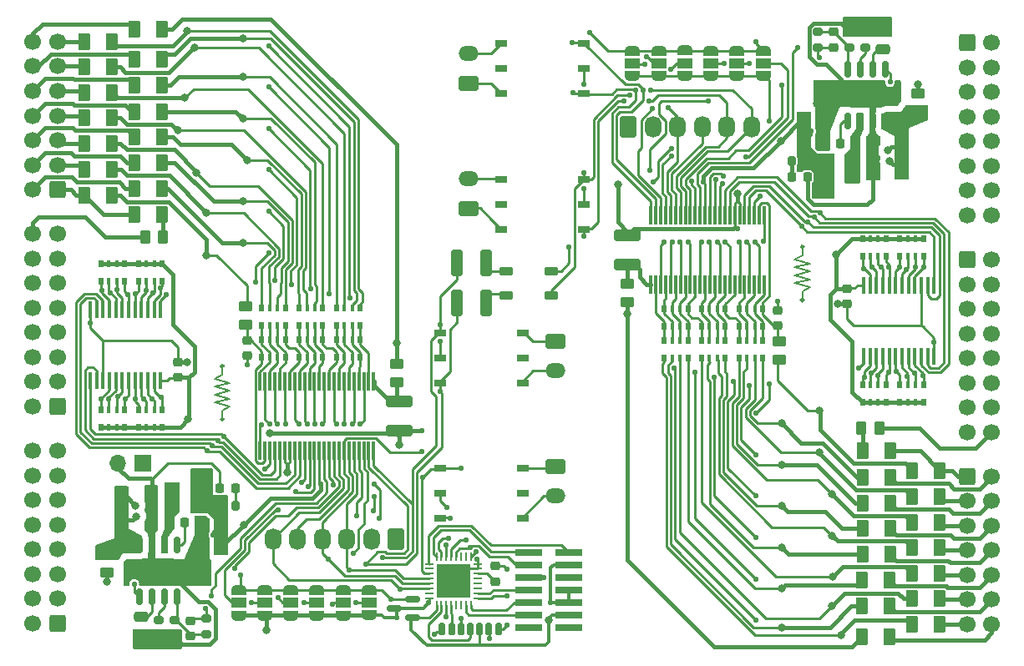
<source format=gbr>
%TF.GenerationSoftware,KiCad,Pcbnew,(6.0.9)*%
%TF.CreationDate,2023-05-23T15:00:07+02:00*%
%TF.ProjectId,bms_monitor,626d735f-6d6f-46e6-9974-6f722e6b6963,rev?*%
%TF.SameCoordinates,Original*%
%TF.FileFunction,Copper,L1,Top*%
%TF.FilePolarity,Positive*%
%FSLAX46Y46*%
G04 Gerber Fmt 4.6, Leading zero omitted, Abs format (unit mm)*
G04 Created by KiCad (PCBNEW (6.0.9)) date 2023-05-23 15:00:07*
%MOMM*%
%LPD*%
G01*
G04 APERTURE LIST*
G04 Aperture macros list*
%AMRoundRect*
0 Rectangle with rounded corners*
0 $1 Rounding radius*
0 $2 $3 $4 $5 $6 $7 $8 $9 X,Y pos of 4 corners*
0 Add a 4 corners polygon primitive as box body*
4,1,4,$2,$3,$4,$5,$6,$7,$8,$9,$2,$3,0*
0 Add four circle primitives for the rounded corners*
1,1,$1+$1,$2,$3*
1,1,$1+$1,$4,$5*
1,1,$1+$1,$6,$7*
1,1,$1+$1,$8,$9*
0 Add four rect primitives between the rounded corners*
20,1,$1+$1,$2,$3,$4,$5,0*
20,1,$1+$1,$4,$5,$6,$7,0*
20,1,$1+$1,$6,$7,$8,$9,0*
20,1,$1+$1,$8,$9,$2,$3,0*%
%AMFreePoly0*
4,1,22,0.550000,-0.750000,0.000000,-0.750000,0.000000,-0.745033,-0.079941,-0.743568,-0.215256,-0.701293,-0.333266,-0.622738,-0.424486,-0.514219,-0.481581,-0.384460,-0.499164,-0.250000,-0.500000,-0.250000,-0.500000,0.250000,-0.499164,0.250000,-0.499963,0.256109,-0.478152,0.396186,-0.417904,0.524511,-0.324060,0.630769,-0.204165,0.706417,-0.067858,0.745374,0.000000,0.744959,0.000000,0.750000,
0.550000,0.750000,0.550000,-0.750000,0.550000,-0.750000,$1*%
%AMFreePoly1*
4,1,20,0.000000,0.744959,0.073905,0.744508,0.209726,0.703889,0.328688,0.626782,0.421226,0.519385,0.479903,0.390333,0.500000,0.250000,0.500000,-0.250000,0.499851,-0.262216,0.476331,-0.402017,0.414519,-0.529596,0.319384,-0.634700,0.198574,-0.708877,0.061801,-0.746166,0.000000,-0.745033,0.000000,-0.750000,-0.550000,-0.750000,-0.550000,0.750000,0.000000,0.750000,0.000000,0.744959,
0.000000,0.744959,$1*%
G04 Aperture macros list end*
%TA.AperFunction,NonConductor*%
%ADD10C,0.150000*%
%TD*%
%TA.AperFunction,NonConductor*%
%ADD11C,0.275000*%
%TD*%
%TA.AperFunction,SMDPad,CuDef*%
%ADD12R,1.270000X0.760000*%
%TD*%
%TA.AperFunction,SMDPad,CuDef*%
%ADD13RoundRect,0.200000X0.200000X0.275000X-0.200000X0.275000X-0.200000X-0.275000X0.200000X-0.275000X0*%
%TD*%
%TA.AperFunction,SMDPad,CuDef*%
%ADD14RoundRect,0.200000X-0.200000X-0.275000X0.200000X-0.275000X0.200000X0.275000X-0.200000X0.275000X0*%
%TD*%
%TA.AperFunction,SMDPad,CuDef*%
%ADD15RoundRect,0.218750X0.218750X0.256250X-0.218750X0.256250X-0.218750X-0.256250X0.218750X-0.256250X0*%
%TD*%
%TA.AperFunction,SMDPad,CuDef*%
%ADD16RoundRect,0.218750X-0.218750X-0.256250X0.218750X-0.256250X0.218750X0.256250X-0.218750X0.256250X0*%
%TD*%
%TA.AperFunction,SMDPad,CuDef*%
%ADD17RoundRect,0.062500X-0.062500X0.375000X-0.062500X-0.375000X0.062500X-0.375000X0.062500X0.375000X0*%
%TD*%
%TA.AperFunction,SMDPad,CuDef*%
%ADD18RoundRect,0.062500X-0.375000X0.062500X-0.375000X-0.062500X0.375000X-0.062500X0.375000X0.062500X0*%
%TD*%
%TA.AperFunction,SMDPad,CuDef*%
%ADD19R,3.450000X3.450000*%
%TD*%
%TA.AperFunction,SMDPad,CuDef*%
%ADD20RoundRect,0.250000X-0.450000X0.262500X-0.450000X-0.262500X0.450000X-0.262500X0.450000X0.262500X0*%
%TD*%
%TA.AperFunction,SMDPad,CuDef*%
%ADD21FreePoly0,270.000000*%
%TD*%
%TA.AperFunction,SMDPad,CuDef*%
%ADD22R,1.500000X1.000000*%
%TD*%
%TA.AperFunction,SMDPad,CuDef*%
%ADD23FreePoly1,270.000000*%
%TD*%
%TA.AperFunction,SMDPad,CuDef*%
%ADD24R,0.500000X0.800000*%
%TD*%
%TA.AperFunction,SMDPad,CuDef*%
%ADD25R,0.400000X0.800000*%
%TD*%
%TA.AperFunction,SMDPad,CuDef*%
%ADD26RoundRect,0.250000X-0.375000X-0.625000X0.375000X-0.625000X0.375000X0.625000X-0.375000X0.625000X0*%
%TD*%
%TA.AperFunction,SMDPad,CuDef*%
%ADD27RoundRect,0.250000X0.450000X-0.262500X0.450000X0.262500X-0.450000X0.262500X-0.450000X-0.262500X0*%
%TD*%
%TA.AperFunction,SMDPad,CuDef*%
%ADD28RoundRect,0.250000X0.375000X0.625000X-0.375000X0.625000X-0.375000X-0.625000X0.375000X-0.625000X0*%
%TD*%
%TA.AperFunction,SMDPad,CuDef*%
%ADD29RoundRect,0.225000X0.225000X0.250000X-0.225000X0.250000X-0.225000X-0.250000X0.225000X-0.250000X0*%
%TD*%
%TA.AperFunction,SMDPad,CuDef*%
%ADD30RoundRect,0.250000X0.475000X-0.250000X0.475000X0.250000X-0.475000X0.250000X-0.475000X-0.250000X0*%
%TD*%
%TA.AperFunction,ComponentPad*%
%ADD31RoundRect,0.250000X-0.600000X-0.600000X0.600000X-0.600000X0.600000X0.600000X-0.600000X0.600000X0*%
%TD*%
%TA.AperFunction,ComponentPad*%
%ADD32C,1.700000*%
%TD*%
%TA.AperFunction,ComponentPad*%
%ADD33RoundRect,0.250001X0.759999X-0.499999X0.759999X0.499999X-0.759999X0.499999X-0.759999X-0.499999X0*%
%TD*%
%TA.AperFunction,ComponentPad*%
%ADD34O,2.020000X1.500000*%
%TD*%
%TA.AperFunction,SMDPad,CuDef*%
%ADD35RoundRect,0.225000X-0.250000X0.225000X-0.250000X-0.225000X0.250000X-0.225000X0.250000X0.225000X0*%
%TD*%
%TA.AperFunction,SMDPad,CuDef*%
%ADD36RoundRect,0.250000X-0.325000X-0.650000X0.325000X-0.650000X0.325000X0.650000X-0.325000X0.650000X0*%
%TD*%
%TA.AperFunction,SMDPad,CuDef*%
%ADD37RoundRect,0.250000X-0.325000X-1.100000X0.325000X-1.100000X0.325000X1.100000X-0.325000X1.100000X0*%
%TD*%
%TA.AperFunction,ComponentPad*%
%ADD38RoundRect,0.250000X0.600000X0.600000X-0.600000X0.600000X-0.600000X-0.600000X0.600000X-0.600000X0*%
%TD*%
%TA.AperFunction,SMDPad,CuDef*%
%ADD39RoundRect,0.150000X-0.150000X0.662500X-0.150000X-0.662500X0.150000X-0.662500X0.150000X0.662500X0*%
%TD*%
%TA.AperFunction,SMDPad,CuDef*%
%ADD40R,3.200000X2.514000*%
%TD*%
%TA.AperFunction,SMDPad,CuDef*%
%ADD41RoundRect,0.250000X-0.375000X-1.075000X0.375000X-1.075000X0.375000X1.075000X-0.375000X1.075000X0*%
%TD*%
%TA.AperFunction,SMDPad,CuDef*%
%ADD42RoundRect,0.150000X0.587500X0.150000X-0.587500X0.150000X-0.587500X-0.150000X0.587500X-0.150000X0*%
%TD*%
%TA.AperFunction,SMDPad,CuDef*%
%ADD43FreePoly0,90.000000*%
%TD*%
%TA.AperFunction,SMDPad,CuDef*%
%ADD44FreePoly1,90.000000*%
%TD*%
%TA.AperFunction,SMDPad,CuDef*%
%ADD45RoundRect,0.250000X-0.250000X-0.475000X0.250000X-0.475000X0.250000X0.475000X-0.250000X0.475000X0*%
%TD*%
%TA.AperFunction,SMDPad,CuDef*%
%ADD46RoundRect,0.250000X0.262500X0.450000X-0.262500X0.450000X-0.262500X-0.450000X0.262500X-0.450000X0*%
%TD*%
%TA.AperFunction,SMDPad,CuDef*%
%ADD47RoundRect,0.200000X-0.275000X0.200000X-0.275000X-0.200000X0.275000X-0.200000X0.275000X0.200000X0*%
%TD*%
%TA.AperFunction,SMDPad,CuDef*%
%ADD48RoundRect,0.150000X0.150000X-0.662500X0.150000X0.662500X-0.150000X0.662500X-0.150000X-0.662500X0*%
%TD*%
%TA.AperFunction,ComponentPad*%
%ADD49RoundRect,0.250000X-0.600000X0.850000X-0.600000X-0.850000X0.600000X-0.850000X0.600000X0.850000X0*%
%TD*%
%TA.AperFunction,ComponentPad*%
%ADD50O,1.700000X2.200000*%
%TD*%
%TA.AperFunction,SMDPad,CuDef*%
%ADD51RoundRect,0.200000X0.275000X-0.200000X0.275000X0.200000X-0.275000X0.200000X-0.275000X-0.200000X0*%
%TD*%
%TA.AperFunction,SMDPad,CuDef*%
%ADD52RoundRect,0.250000X0.325000X0.650000X-0.325000X0.650000X-0.325000X-0.650000X0.325000X-0.650000X0*%
%TD*%
%TA.AperFunction,SMDPad,CuDef*%
%ADD53R,0.450000X1.750000*%
%TD*%
%TA.AperFunction,SMDPad,CuDef*%
%ADD54RoundRect,0.250000X0.250000X0.475000X-0.250000X0.475000X-0.250000X-0.475000X0.250000X-0.475000X0*%
%TD*%
%TA.AperFunction,SMDPad,CuDef*%
%ADD55RoundRect,0.225000X0.250000X-0.225000X0.250000X0.225000X-0.250000X0.225000X-0.250000X-0.225000X0*%
%TD*%
%TA.AperFunction,SMDPad,CuDef*%
%ADD56RoundRect,0.250000X0.375000X1.075000X-0.375000X1.075000X-0.375000X-1.075000X0.375000X-1.075000X0*%
%TD*%
%TA.AperFunction,SMDPad,CuDef*%
%ADD57RoundRect,0.225000X-0.450000X-0.225000X0.450000X-0.225000X0.450000X0.225000X-0.450000X0.225000X0*%
%TD*%
%TA.AperFunction,SMDPad,CuDef*%
%ADD58RoundRect,0.075000X0.075000X-0.875000X0.075000X0.875000X-0.075000X0.875000X-0.075000X-0.875000X0*%
%TD*%
%TA.AperFunction,ComponentPad*%
%ADD59RoundRect,0.250000X0.600000X-0.850000X0.600000X0.850000X-0.600000X0.850000X-0.600000X-0.850000X0*%
%TD*%
%TA.AperFunction,SMDPad,CuDef*%
%ADD60RoundRect,0.250000X-0.475000X0.250000X-0.475000X-0.250000X0.475000X-0.250000X0.475000X0.250000X0*%
%TD*%
%TA.AperFunction,SMDPad,CuDef*%
%ADD61RoundRect,0.225000X-0.225000X-0.250000X0.225000X-0.250000X0.225000X0.250000X-0.225000X0.250000X0*%
%TD*%
%TA.AperFunction,SMDPad,CuDef*%
%ADD62RoundRect,0.250000X-1.100000X0.325000X-1.100000X-0.325000X1.100000X-0.325000X1.100000X0.325000X0*%
%TD*%
%TA.AperFunction,ComponentPad*%
%ADD63RoundRect,0.250001X-0.759999X0.499999X-0.759999X-0.499999X0.759999X-0.499999X0.759999X0.499999X0*%
%TD*%
%TA.AperFunction,SMDPad,CuDef*%
%ADD64RoundRect,0.075000X-0.075000X0.875000X-0.075000X-0.875000X0.075000X-0.875000X0.075000X0.875000X0*%
%TD*%
%TA.AperFunction,ComponentPad*%
%ADD65R,1.700000X1.700000*%
%TD*%
%TA.AperFunction,ComponentPad*%
%ADD66O,1.700000X1.700000*%
%TD*%
%TA.AperFunction,SMDPad,CuDef*%
%ADD67R,2.790000X0.740000*%
%TD*%
%TA.AperFunction,SMDPad,CuDef*%
%ADD68RoundRect,0.250000X-0.262500X-0.450000X0.262500X-0.450000X0.262500X0.450000X-0.262500X0.450000X0*%
%TD*%
%TA.AperFunction,SMDPad,CuDef*%
%ADD69RoundRect,0.218750X-0.256250X0.218750X-0.256250X-0.218750X0.256250X-0.218750X0.256250X0.218750X0*%
%TD*%
%TA.AperFunction,SMDPad,CuDef*%
%ADD70RoundRect,0.250000X1.100000X-0.325000X1.100000X0.325000X-1.100000X0.325000X-1.100000X-0.325000X0*%
%TD*%
%TA.AperFunction,SMDPad,CuDef*%
%ADD71RoundRect,0.160000X-0.160000X-0.475000X0.160000X-0.475000X0.160000X0.475000X-0.160000X0.475000X0*%
%TD*%
%TA.AperFunction,ViaPad*%
%ADD72C,0.550000*%
%TD*%
%TA.AperFunction,ViaPad*%
%ADD73C,0.800000*%
%TD*%
%TA.AperFunction,Conductor*%
%ADD74C,0.250000*%
%TD*%
%TA.AperFunction,Conductor*%
%ADD75C,0.400000*%
%TD*%
%TA.AperFunction,Conductor*%
%ADD76C,0.350000*%
%TD*%
G04 APERTURE END LIST*
D10*
X107300000Y-100800000D02*
X108900000Y-101200000D01*
X108900000Y-102000000D02*
X108100000Y-102400000D01*
X107300000Y-99200000D02*
X108900000Y-99600000D01*
X108900000Y-99600000D02*
X107300000Y-100000000D01*
X108100000Y-97900000D02*
X108100000Y-98800000D01*
X108900000Y-101200000D02*
X107300000Y-101600000D01*
X108900000Y-100400000D02*
X107300000Y-100800000D01*
X108100000Y-98800000D02*
X107300000Y-99200000D01*
X107300000Y-100000000D02*
X108900000Y-100400000D01*
D11*
X108237500Y-103300000D02*
G75*
G03*
X108237500Y-103300000I-137500J0D01*
G01*
D10*
X107300000Y-101600000D02*
X108900000Y-102000000D01*
D11*
X108237500Y-97900000D02*
G75*
G03*
X108237500Y-97900000I-137500J0D01*
G01*
D10*
X108100000Y-102400000D02*
X108100000Y-103300000D01*
X167700000Y-89900000D02*
X166100000Y-89500000D01*
D11*
X167037500Y-85800000D02*
G75*
G03*
X167037500Y-85800000I-137500J0D01*
G01*
D10*
X166100000Y-88700000D02*
X167700000Y-88300000D01*
X166100000Y-87100000D02*
X166900000Y-86700000D01*
X167700000Y-87500000D02*
X166100000Y-87100000D01*
X166900000Y-90300000D02*
X167700000Y-89900000D01*
X166900000Y-91200000D02*
X166900000Y-90300000D01*
X167700000Y-88300000D02*
X166100000Y-87900000D01*
D11*
X167037500Y-91200000D02*
G75*
G03*
X167037500Y-91200000I-137500J0D01*
G01*
D10*
X166100000Y-87900000D02*
X167700000Y-87500000D01*
X166900000Y-86700000D02*
X166900000Y-85800000D01*
X167700000Y-89100000D02*
X166100000Y-88700000D01*
X166100000Y-89500000D02*
X167700000Y-89100000D01*
D12*
%TO.P,U8,1*%
%TO.N,/STACK_A_IA-*%
X138590000Y-113334800D03*
%TO.P,U8,2*%
%TO.N,unconnected-(U8-Pad2)*%
X138590000Y-110794800D03*
%TO.P,U8,3*%
%TO.N,/STACK_A_IA+*%
X138590000Y-108254800D03*
%TO.P,U8,4*%
%TO.N,/IA+_A*%
X130210000Y-108254800D03*
%TO.P,U8,5*%
%TO.N,/IAC_A*%
X130210000Y-110794800D03*
%TO.P,U8,6*%
%TO.N,/CS*%
X130210000Y-113334800D03*
%TD*%
D13*
%TO.P,R35,1*%
%TO.N,/StackB/VCC*%
X167449000Y-77089000D03*
%TO.P,R35,2*%
%TO.N,Net-(D3-Pad2)*%
X165799000Y-77089000D03*
%TD*%
D14*
%TO.P,R34,2*%
%TO.N,Net-(D2-Pad2)*%
X109486200Y-112090200D03*
%TO.P,R34,1*%
%TO.N,+5V*%
X107836200Y-112090200D03*
%TD*%
D15*
%TO.P,D3,1,K*%
%TO.N,/StackB/GND*%
X167411500Y-78740000D03*
%TO.P,D3,2,A*%
%TO.N,Net-(D3-Pad2)*%
X165836500Y-78740000D03*
%TD*%
D16*
%TO.P,D2,2,A*%
%TO.N,Net-(D2-Pad2)*%
X109448700Y-110312200D03*
%TO.P,D2,1,K*%
%TO.N,GND*%
X107873700Y-110312200D03*
%TD*%
D17*
%TO.P,U1,1,VDD*%
%TO.N,+3.3V*%
X133322000Y-117279700D03*
%TO.P,U1,2,PC14*%
%TO.N,unconnected-(U1-Pad2)*%
X132822000Y-117279700D03*
%TO.P,U1,3,PC15*%
%TO.N,unconnected-(U1-Pad3)*%
X132322000Y-117279700D03*
%TO.P,U1,4,NRST*%
%TO.N,/~{RESET}*%
X131822000Y-117279700D03*
%TO.P,U1,5,VDDA*%
%TO.N,+3.3V*%
X131322000Y-117279700D03*
%TO.P,U1,6,PA0*%
%TO.N,/CLK*%
X130822000Y-117279700D03*
%TO.P,U1,7,PA1*%
%TO.N,Net-(U1-Pad7)*%
X130322000Y-117279700D03*
%TO.P,U1,8,PA2*%
%TO.N,/UART2_TX*%
X129822000Y-117279700D03*
D18*
%TO.P,U1,9,PA3*%
%TO.N,/UART2_RX*%
X129134500Y-117967200D03*
%TO.P,U1,10,PA4*%
%TO.N,unconnected-(U1-Pad10)*%
X129134500Y-118467200D03*
%TO.P,U1,11,PA5*%
%TO.N,/IA+_A*%
X129134500Y-118967200D03*
%TO.P,U1,12,PA6*%
%TO.N,/MISO*%
X129134500Y-119467200D03*
%TO.P,U1,13,PA7*%
%TO.N,/MOSI*%
X129134500Y-119967200D03*
%TO.P,U1,14,PB0*%
%TO.N,/CS*%
X129134500Y-120467200D03*
%TO.P,U1,15,PB1*%
%TO.N,unconnected-(U1-Pad15)*%
X129134500Y-120967200D03*
%TO.P,U1,16,VSS*%
%TO.N,GND*%
X129134500Y-121467200D03*
D17*
%TO.P,U1,17,VDD*%
%TO.N,+3.3V*%
X129822000Y-122154700D03*
%TO.P,U1,18,PA8*%
%TO.N,Net-(U1-Pad18)*%
X130322000Y-122154700D03*
%TO.P,U1,19,PA9*%
%TO.N,Net-(U1-Pad19)*%
X130822000Y-122154700D03*
%TO.P,U1,20,PA10*%
%TO.N,Net-(U1-Pad20)*%
X131322000Y-122154700D03*
%TO.P,U1,21,PA11*%
%TO.N,unconnected-(U1-Pad21)*%
X131822000Y-122154700D03*
%TO.P,U1,22,PA12*%
%TO.N,unconnected-(U1-Pad22)*%
X132322000Y-122154700D03*
%TO.P,U1,23,PA13*%
%TO.N,/SWDIO*%
X132822000Y-122154700D03*
%TO.P,U1,24,PA14*%
%TO.N,/SWCLK*%
X133322000Y-122154700D03*
D18*
%TO.P,U1,25,PA15*%
%TO.N,/TDI*%
X134009500Y-121467200D03*
%TO.P,U1,26,PB3*%
%TO.N,/SWO*%
X134009500Y-120967200D03*
%TO.P,U1,27,PB4*%
%TO.N,unconnected-(U1-Pad27)*%
X134009500Y-120467200D03*
%TO.P,U1,28,PB5*%
%TO.N,unconnected-(U1-Pad28)*%
X134009500Y-119967200D03*
%TO.P,U1,29,PB6*%
%TO.N,unconnected-(U1-Pad29)*%
X134009500Y-119467200D03*
%TO.P,U1,30,PB7*%
%TO.N,Net-(D1-Pad2)*%
X134009500Y-118967200D03*
%TO.P,U1,31,PH3*%
%TO.N,GND*%
X134009500Y-118467200D03*
%TO.P,U1,32,VSS*%
X134009500Y-117967200D03*
D19*
%TO.P,U1,33,VSS*%
X131572000Y-119717200D03*
%TD*%
D20*
%TO.P,R3,1*%
%TO.N,/StackA/CC00*%
X110439200Y-91848300D03*
%TO.P,R3,2*%
%TO.N,/StackA/C00*%
X110439200Y-93673300D03*
%TD*%
D21*
%TO.P,JP3,1,A*%
%TO.N,+5V*%
X120335300Y-120620000D03*
D22*
%TO.P,JP3,2,C*%
%TO.N,/StackA/A2*%
X120335300Y-121920000D03*
D23*
%TO.P,JP3,3,B*%
%TO.N,GND*%
X120335300Y-123220000D03*
%TD*%
D24*
%TO.P,RN8,1,R1.1*%
%TO.N,+5V*%
X102000000Y-87500000D03*
D25*
%TO.P,RN8,2,R2.1*%
X101200000Y-87500000D03*
%TO.P,RN8,3,R3.1*%
X100400000Y-87500000D03*
D24*
%TO.P,RN8,4,R4.1*%
X99600000Y-87500000D03*
%TO.P,RN8,5,R4.2*%
%TO.N,Net-(CN5-Pad5)*%
X99600000Y-89300000D03*
D25*
%TO.P,RN8,6,R3.2*%
%TO.N,Net-(CN5-Pad6)*%
X100400000Y-89300000D03*
%TO.P,RN8,7,R2.2*%
%TO.N,Net-(CN5-Pad7)*%
X101200000Y-89300000D03*
D24*
%TO.P,RN8,8,R1.2*%
%TO.N,Net-(CN5-Pad8)*%
X102000000Y-89300000D03*
%TD*%
D26*
%TO.P,F21,1*%
%TO.N,/StackB/CC09*%
X172968000Y-119634000D03*
%TO.P,F21,2*%
%TO.N,Net-(F21-Pad2)*%
X175768000Y-119634000D03*
%TD*%
D27*
%TO.P,R16,1*%
%TO.N,/StackB/CC00*%
X164592000Y-97229300D03*
%TO.P,R16,2*%
%TO.N,/StackB/C00*%
X164592000Y-95404300D03*
%TD*%
D28*
%TO.P,Fa10,1*%
%TO.N,/StackA/CC10*%
X96954800Y-67564000D03*
%TO.P,Fa10,2*%
%TO.N,Net-(Fa10-Pad2)*%
X94154800Y-67564000D03*
%TD*%
D21*
%TO.P,JP5,1,A*%
%TO.N,+5V*%
X109768900Y-120620000D03*
D22*
%TO.P,JP5,2,C*%
%TO.N,/StackA/DTEN*%
X109768900Y-121920000D03*
D23*
%TO.P,JP5,3,B*%
%TO.N,GND*%
X109768900Y-123220000D03*
%TD*%
D28*
%TO.P,Fa8,1*%
%TO.N,/StackA/CC08*%
X96954800Y-70154800D03*
%TO.P,Fa8,2*%
%TO.N,Net-(Fa8-Pad2)*%
X94154800Y-70154800D03*
%TD*%
%TO.P,Fa3,1*%
%TO.N,/StackA/CC03*%
X101984000Y-77266800D03*
%TO.P,Fa3,2*%
%TO.N,Net-(Fa3-Pad2)*%
X99184000Y-77266800D03*
%TD*%
D29*
%TO.P,C25,1*%
%TO.N,Net-(C25-Pad1)*%
X104275000Y-113800000D03*
%TO.P,C25,2*%
%TO.N,Net-(C25-Pad2)*%
X102725000Y-113800000D03*
%TD*%
D20*
%TO.P,R4,1*%
%TO.N,/StackA/VDD*%
X125800000Y-97687500D03*
%TO.P,R4,2*%
%TO.N,Net-(C11-Pad1)*%
X125800000Y-99512500D03*
%TD*%
D24*
%TO.P,CN3,1,R1.1*%
%TO.N,/StackA/C00*%
X112100000Y-97000000D03*
D25*
%TO.P,CN3,2,R2.1*%
%TO.N,/StackA/C01*%
X112900000Y-97000000D03*
%TO.P,CN3,3,R3.1*%
%TO.N,/StackA/C02*%
X113700000Y-97000000D03*
D24*
%TO.P,CN3,4,R4.1*%
%TO.N,/StackA/C03*%
X114500000Y-97000000D03*
%TO.P,CN3,5,R4.2*%
%TO.N,/StackA/C04*%
X114500000Y-95200000D03*
D25*
%TO.P,CN3,6,R3.2*%
%TO.N,/StackA/C03*%
X113700000Y-95200000D03*
%TO.P,CN3,7,R2.2*%
%TO.N,/StackA/C02*%
X112900000Y-95200000D03*
D24*
%TO.P,CN3,8,R1.2*%
%TO.N,/StackA/C01*%
X112100000Y-95200000D03*
%TD*%
D26*
%TO.P,F22,1*%
%TO.N,/StackB/CC07*%
X172996400Y-116992400D03*
%TO.P,F22,2*%
%TO.N,Net-(F22-Pad2)*%
X175796400Y-116992400D03*
%TD*%
D30*
%TO.P,C40,1*%
%TO.N,Net-(C40-Pad1)*%
X175100000Y-65750000D03*
%TO.P,C40,2*%
%TO.N,/StackB/GND*%
X175100000Y-63850000D03*
%TD*%
D24*
%TO.P,RN15,1,R1.1*%
%TO.N,/StackB/C05*%
X159100000Y-95300000D03*
D25*
%TO.P,RN15,2,R2.1*%
%TO.N,/StackB/C06*%
X158300000Y-95300000D03*
%TO.P,RN15,3,R3.1*%
%TO.N,/StackB/C07*%
X157500000Y-95300000D03*
D24*
%TO.P,RN15,4,R4.1*%
%TO.N,/StackB/C08*%
X156700000Y-95300000D03*
%TO.P,RN15,5,R4.2*%
%TO.N,/StackB/CC08*%
X156700000Y-97100000D03*
D25*
%TO.P,RN15,6,R3.2*%
%TO.N,/StackB/CC07*%
X157500000Y-97100000D03*
%TO.P,RN15,7,R2.2*%
%TO.N,/StackB/CC06*%
X158300000Y-97100000D03*
D24*
%TO.P,RN15,8,R1.2*%
%TO.N,/StackB/CC05*%
X159100000Y-97100000D03*
%TD*%
D31*
%TO.P,J10,1,Pin_1*%
%TO.N,Net-(CN12-Pad5)*%
X183600000Y-65100000D03*
D32*
%TO.P,J10,2,Pin_2*%
%TO.N,Net-(CN12-Pad6)*%
X183600000Y-67600000D03*
%TO.P,J10,3,Pin_3*%
%TO.N,Net-(CN12-Pad7)*%
X183600000Y-70100000D03*
%TO.P,J10,4,Pin_4*%
%TO.N,Net-(CN12-Pad8)*%
X183600000Y-72600000D03*
%TO.P,J10,5,Pin_5*%
%TO.N,Net-(CN13-Pad5)*%
X183600000Y-75100000D03*
%TO.P,J10,6,Pin_6*%
%TO.N,Net-(CN13-Pad6)*%
X183600000Y-77600000D03*
%TO.P,J10,7,Pin_7*%
%TO.N,Net-(CN13-Pad7)*%
X183600000Y-80100000D03*
%TO.P,J10,8,Pin_8*%
%TO.N,Net-(CN13-Pad8)*%
X183600000Y-82600000D03*
%TO.P,J10,9,Pin_9*%
%TO.N,/StackB/GND*%
X186100000Y-65100000D03*
%TO.P,J10,10,Pin_10*%
X186100000Y-67600000D03*
%TO.P,J10,11,Pin_11*%
X186100000Y-70100000D03*
%TO.P,J10,12,Pin_12*%
X186100000Y-72600000D03*
%TO.P,J10,13,Pin_13*%
X186100000Y-75100000D03*
%TO.P,J10,14,Pin_14*%
X186100000Y-77600000D03*
%TO.P,J10,15,Pin_15*%
X186100000Y-80100000D03*
%TO.P,J10,16,Pin_16*%
X186100000Y-82600000D03*
%TD*%
D27*
%TO.P,R17,1*%
%TO.N,/StackB/VDD*%
X149200000Y-91412500D03*
%TO.P,R17,2*%
%TO.N,Net-(C31-Pad1)*%
X149200000Y-89587500D03*
%TD*%
D33*
%TO.P,J2,1,Pin_1*%
%TO.N,/STACK_B_IB+*%
X133100000Y-69200000D03*
D34*
%TO.P,J2,2,Pin_2*%
%TO.N,/STACK_B_IB-*%
X133100000Y-66200000D03*
%TD*%
D35*
%TO.P,C15,1*%
%TO.N,GND*%
X103600000Y-97525000D03*
%TO.P,C15,2*%
%TO.N,+5V*%
X103600000Y-99075000D03*
%TD*%
D24*
%TO.P,RN6,1,R1.1*%
%TO.N,/StackA/C01*%
X112100000Y-93800000D03*
D25*
%TO.P,RN6,2,R2.1*%
%TO.N,/StackA/C02*%
X112900000Y-93800000D03*
%TO.P,RN6,3,R3.1*%
%TO.N,/StackA/C03*%
X113700000Y-93800000D03*
D24*
%TO.P,RN6,4,R4.1*%
%TO.N,/StackA/C04*%
X114500000Y-93800000D03*
%TO.P,RN6,5,R4.2*%
%TO.N,/StackA/CC04*%
X114500000Y-92000000D03*
D25*
%TO.P,RN6,6,R3.2*%
%TO.N,/StackA/CC03*%
X113700000Y-92000000D03*
%TO.P,RN6,7,R2.2*%
%TO.N,/StackA/CC02*%
X112900000Y-92000000D03*
D24*
%TO.P,RN6,8,R1.2*%
%TO.N,/StackA/CC01*%
X112100000Y-92000000D03*
%TD*%
D36*
%TO.P,C21,2*%
%TO.N,GND*%
X100975000Y-113538000D03*
%TO.P,C21,1*%
%TO.N,/StackA/PSU_INPUT*%
X98025000Y-113538000D03*
%TD*%
D27*
%TO.P,R14,1*%
%TO.N,/StackA/VDD*%
X96400000Y-118812500D03*
%TO.P,R14,2*%
%TO.N,/StackA/PSU_INPUT*%
X96400000Y-116987500D03*
%TD*%
D21*
%TO.P,JP6,1,A*%
%TO.N,+5V*%
X112410500Y-120620000D03*
D22*
%TO.P,JP6,2,C*%
%TO.N,/StackA/ISOMD*%
X112410500Y-121920000D03*
D23*
%TO.P,JP6,3,B*%
%TO.N,GND*%
X112410500Y-123220000D03*
%TD*%
D37*
%TO.P,C1,1*%
%TO.N,/StackA/A3*%
X131900400Y-87401400D03*
%TO.P,C1,2*%
%TO.N,Net-(C1-Pad2)*%
X134850400Y-87401400D03*
%TD*%
D38*
%TO.P,J6,1,Pin_1*%
%TO.N,Net-(CN6-Pad5)*%
X91400000Y-124000000D03*
D32*
%TO.P,J6,2,Pin_2*%
%TO.N,Net-(CN6-Pad6)*%
X91400000Y-121500000D03*
%TO.P,J6,3,Pin_3*%
%TO.N,Net-(CN6-Pad7)*%
X91400000Y-119000000D03*
%TO.P,J6,4,Pin_4*%
%TO.N,Net-(CN6-Pad8)*%
X91400000Y-116500000D03*
%TO.P,J6,5,Pin_5*%
%TO.N,Net-(CN7-Pad5)*%
X91400000Y-114000000D03*
%TO.P,J6,6,Pin_6*%
%TO.N,Net-(CN7-Pad6)*%
X91400000Y-111500000D03*
%TO.P,J6,7,Pin_7*%
%TO.N,Net-(CN7-Pad7)*%
X91400000Y-109000000D03*
%TO.P,J6,8,Pin_8*%
%TO.N,Net-(CN7-Pad8)*%
X91400000Y-106500000D03*
%TO.P,J6,9,Pin_9*%
%TO.N,GND*%
X88900000Y-124000000D03*
%TO.P,J6,10,Pin_10*%
X88900000Y-121500000D03*
%TO.P,J6,11,Pin_11*%
X88900000Y-119000000D03*
%TO.P,J6,12,Pin_12*%
X88900000Y-116500000D03*
%TO.P,J6,13,Pin_13*%
X88900000Y-114000000D03*
%TO.P,J6,14,Pin_14*%
X88900000Y-111500000D03*
%TO.P,J6,15,Pin_15*%
X88900000Y-109000000D03*
%TO.P,J6,16,Pin_16*%
X88900000Y-106500000D03*
%TD*%
D39*
%TO.P,U11,1,EN*%
%TO.N,/StackB/DRIVE*%
X175305000Y-67762500D03*
%TO.P,U11,2,VCC*%
%TO.N,Net-(C40-Pad1)*%
X174035000Y-67762500D03*
%TO.P,U11,3,FREQ*%
%TO.N,Net-(R21-Pad2)*%
X172765000Y-67762500D03*
%TO.P,U11,4,FB*%
%TO.N,Net-(C46-Pad2)*%
X171495000Y-67762500D03*
%TO.P,U11,5,BST*%
%TO.N,Net-(C45-Pad1)*%
X171495000Y-73037500D03*
%TO.P,U11,6,SW*%
%TO.N,Net-(C45-Pad2)*%
X172765000Y-73037500D03*
%TO.P,U11,7,GND*%
%TO.N,/StackB/GND*%
X174035000Y-73037500D03*
%TO.P,U11,8,VIN*%
%TO.N,/StackB/PSU_INPUT*%
X175305000Y-73037500D03*
D40*
%TO.P,U11,9,EP*%
%TO.N,/StackB/GND*%
X173400000Y-70400000D03*
%TD*%
D24*
%TO.P,CN9,1,R1.1*%
%TO.N,/StackB/C04*%
X159100000Y-92100000D03*
D25*
%TO.P,CN9,2,R2.1*%
%TO.N,/StackB/C05*%
X158300000Y-92100000D03*
%TO.P,CN9,3,R3.1*%
%TO.N,/StackB/C06*%
X157500000Y-92100000D03*
D24*
%TO.P,CN9,4,R4.1*%
%TO.N,/StackB/C07*%
X156700000Y-92100000D03*
%TO.P,CN9,5,R4.2*%
%TO.N,/StackB/C08*%
X156700000Y-93900000D03*
D25*
%TO.P,CN9,6,R3.2*%
%TO.N,/StackB/C07*%
X157500000Y-93900000D03*
%TO.P,CN9,7,R2.2*%
%TO.N,/StackB/C06*%
X158300000Y-93900000D03*
D24*
%TO.P,CN9,8,R1.2*%
%TO.N,/StackB/C05*%
X159100000Y-93900000D03*
%TD*%
D41*
%TO.P,L2,1,1*%
%TO.N,Net-(C25-Pad2)*%
X102900000Y-111200000D03*
%TO.P,L2,2,2*%
%TO.N,+5V*%
X105700000Y-111200000D03*
%TD*%
D12*
%TO.P,U13,1*%
%TO.N,/STACK_B_IA-*%
X136410000Y-78960000D03*
%TO.P,U13,2*%
%TO.N,unconnected-(U13-Pad2)*%
X136410000Y-81500000D03*
%TO.P,U13,3*%
%TO.N,/STACK_B_IA+*%
X136410000Y-84040000D03*
%TO.P,U13,4*%
%TO.N,/StackB/IA+*%
X144790000Y-84040000D03*
%TO.P,U13,5*%
%TO.N,/StackB/IAC*%
X144790000Y-81500000D03*
%TO.P,U13,6*%
%TO.N,/StackB/CSB*%
X144790000Y-78960000D03*
%TD*%
D42*
%TO.P,U2,1,Vout*%
%TO.N,+3.3V*%
X127429500Y-123428800D03*
%TO.P,U2,2,Vin*%
%TO.N,+5V*%
X127429500Y-121528800D03*
%TO.P,U2,3,GND*%
%TO.N,GND*%
X125554500Y-122478800D03*
%TD*%
D38*
%TO.P,J5,1,Pin_1*%
%TO.N,Net-(Fa0-Pad2)*%
X91400000Y-80000000D03*
D32*
%TO.P,J5,2,Pin_2*%
%TO.N,Net-(Fa2-Pad2)*%
X91400000Y-77500000D03*
%TO.P,J5,3,Pin_3*%
%TO.N,Net-(Fa4-Pad2)*%
X91400000Y-75000000D03*
%TO.P,J5,4,Pin_4*%
%TO.N,Net-(Fa6-Pad2)*%
X91400000Y-72500000D03*
%TO.P,J5,5,Pin_5*%
%TO.N,Net-(Fa8-Pad2)*%
X91400000Y-70000000D03*
%TO.P,J5,6,Pin_6*%
%TO.N,Net-(Fa10-Pad2)*%
X91400000Y-67500000D03*
%TO.P,J5,7,Pin_7*%
%TO.N,Net-(Fa12-Pad2)*%
X91400000Y-65000000D03*
%TO.P,J5,8,Pin_8*%
%TO.N,Net-(Fa1-Pad2)*%
X88900000Y-80000000D03*
%TO.P,J5,9,Pin_9*%
%TO.N,Net-(Fa3-Pad2)*%
X88900000Y-77500000D03*
%TO.P,J5,10,Pin_10*%
%TO.N,Net-(Fa5-Pad2)*%
X88900000Y-75000000D03*
%TO.P,J5,11,Pin_11*%
%TO.N,Net-(Fa7-Pad2)*%
X88900000Y-72500000D03*
%TO.P,J5,12,Pin_12*%
%TO.N,Net-(Fa9-Pad2)*%
X88900000Y-70000000D03*
%TO.P,J5,13,Pin_13*%
%TO.N,Net-(Fa11-Pad2)*%
X88900000Y-67500000D03*
%TO.P,J5,14,Pin_14*%
%TO.N,Net-(Fa13-Pad2)*%
X88900000Y-65000000D03*
%TD*%
D36*
%TO.P,C19,1*%
%TO.N,/StackA/PSU_INPUT*%
X98025000Y-111125000D03*
%TO.P,C19,2*%
%TO.N,GND*%
X100975000Y-111125000D03*
%TD*%
D28*
%TO.P,Fa2,1*%
%TO.N,/StackA/CC02*%
X96954800Y-77927200D03*
%TO.P,Fa2,2*%
%TO.N,Net-(Fa2-Pad2)*%
X94154800Y-77927200D03*
%TD*%
%TO.P,Fa13,1*%
%TO.N,/StackA/VDD*%
X102034800Y-63703200D03*
%TO.P,Fa13,2*%
%TO.N,Net-(Fa13-Pad2)*%
X99234800Y-63703200D03*
%TD*%
%TO.P,Fa7,1*%
%TO.N,/StackA/CC07*%
X101984000Y-72085200D03*
%TO.P,Fa7,2*%
%TO.N,Net-(Fa7-Pad2)*%
X99184000Y-72085200D03*
%TD*%
D43*
%TO.P,JP12,1,A*%
%TO.N,/StackB/VCC*%
X160283900Y-68500000D03*
D22*
%TO.P,JP12,2,C*%
%TO.N,/StackB/ISOMD*%
X160283900Y-67200000D03*
D44*
%TO.P,JP12,3,B*%
%TO.N,/StackB/GND*%
X160283900Y-65900000D03*
%TD*%
D28*
%TO.P,Fa11,1*%
%TO.N,/StackA/CC11*%
X102034800Y-66802000D03*
%TO.P,Fa11,2*%
%TO.N,Net-(Fa11-Pad2)*%
X99234800Y-66802000D03*
%TD*%
D24*
%TO.P,RN18,1,R1.1*%
%TO.N,/StackB/VCC*%
X176800000Y-101600000D03*
D25*
%TO.P,RN18,2,R2.1*%
X177600000Y-101600000D03*
%TO.P,RN18,3,R3.1*%
X178400000Y-101600000D03*
D24*
%TO.P,RN18,4,R4.1*%
X179200000Y-101600000D03*
%TO.P,RN18,5,R4.2*%
%TO.N,Net-(CN10-Pad5)*%
X179200000Y-99800000D03*
D25*
%TO.P,RN18,6,R3.2*%
%TO.N,Net-(CN10-Pad6)*%
X178400000Y-99800000D03*
%TO.P,RN18,7,R2.2*%
%TO.N,Net-(CN10-Pad7)*%
X177600000Y-99800000D03*
D24*
%TO.P,RN18,8,R1.2*%
%TO.N,Net-(CN10-Pad8)*%
X176800000Y-99800000D03*
%TD*%
D45*
%TO.P,C49,1*%
%TO.N,/StackB/VCC*%
X167150000Y-73000000D03*
%TO.P,C49,2*%
%TO.N,/StackB/GND*%
X169050000Y-73000000D03*
%TD*%
D46*
%TO.P,FB1,1*%
%TO.N,Net-(FB1-Pad1)*%
X102106100Y-84836000D03*
%TO.P,FB1,2*%
%TO.N,GND*%
X100281100Y-84836000D03*
%TD*%
D31*
%TO.P,J9,1,Pin_1*%
%TO.N,Net-(F19-Pad2)*%
X183600000Y-109100000D03*
D32*
%TO.P,J9,2,Pin_2*%
%TO.N,Net-(F18-Pad2)*%
X183600000Y-111600000D03*
%TO.P,J9,3,Pin_3*%
%TO.N,Net-(F17-Pad2)*%
X183600000Y-114100000D03*
%TO.P,J9,4,Pin_4*%
%TO.N,Net-(F16-Pad2)*%
X183600000Y-116600000D03*
%TO.P,J9,5,Pin_5*%
%TO.N,Net-(F15-Pad2)*%
X183600000Y-119100000D03*
%TO.P,J9,6,Pin_6*%
%TO.N,Net-(F14-Pad2)*%
X183600000Y-121600000D03*
%TO.P,J9,7,Pin_7*%
%TO.N,Net-(F13-Pad2)*%
X183600000Y-124100000D03*
%TO.P,J9,8,Pin_8*%
%TO.N,Net-(F25-Pad2)*%
X186100000Y-109100000D03*
%TO.P,J9,9,Pin_9*%
%TO.N,Net-(F24-Pad2)*%
X186100000Y-111600000D03*
%TO.P,J9,10,Pin_10*%
%TO.N,Net-(F23-Pad2)*%
X186100000Y-114100000D03*
%TO.P,J9,11,Pin_11*%
%TO.N,Net-(F22-Pad2)*%
X186100000Y-116600000D03*
%TO.P,J9,12,Pin_12*%
%TO.N,Net-(F21-Pad2)*%
X186100000Y-119100000D03*
%TO.P,J9,13,Pin_13*%
%TO.N,Net-(F20-Pad2)*%
X186100000Y-121600000D03*
%TO.P,J9,14,Pin_14*%
%TO.N,Net-(Fb3-Pad2)*%
X186100000Y-124100000D03*
%TD*%
D33*
%TO.P,J1,1,Pin_1*%
%TO.N,/STACK_B_IA+*%
X133096000Y-81915000D03*
D34*
%TO.P,J1,2,Pin_2*%
%TO.N,/STACK_B_IA-*%
X133096000Y-78915000D03*
%TD*%
D47*
%TO.P,R21,1*%
%TO.N,/StackB/GND*%
X173300000Y-63975000D03*
%TO.P,R21,2*%
%TO.N,Net-(R21-Pad2)*%
X173300000Y-65625000D03*
%TD*%
D48*
%TO.P,U7,1,EN*%
%TO.N,/StackA/DRIVE*%
X99695000Y-121337500D03*
%TO.P,U7,2,VCC*%
%TO.N,Net-(C20-Pad1)*%
X100965000Y-121337500D03*
%TO.P,U7,3,FREQ*%
%TO.N,Net-(R8-Pad2)*%
X102235000Y-121337500D03*
%TO.P,U7,4,FB*%
%TO.N,Net-(C26-Pad2)*%
X103505000Y-121337500D03*
%TO.P,U7,5,BST*%
%TO.N,Net-(C25-Pad1)*%
X103505000Y-116062500D03*
%TO.P,U7,6,SW*%
%TO.N,Net-(C25-Pad2)*%
X102235000Y-116062500D03*
%TO.P,U7,7,GND*%
%TO.N,GND*%
X100965000Y-116062500D03*
%TO.P,U7,8,VIN*%
%TO.N,/StackA/PSU_INPUT*%
X99695000Y-116062500D03*
D40*
%TO.P,U7,9,EP*%
%TO.N,GND*%
X101600000Y-118700000D03*
%TD*%
D49*
%TO.P,J8,1,Pin_1*%
%TO.N,+5V*%
X125750000Y-115430000D03*
D50*
%TO.P,J8,2,Pin_2*%
%TO.N,GND*%
X123250000Y-115430000D03*
%TO.P,J8,3,Pin_3*%
%TO.N,/MISO*%
X120750000Y-115430000D03*
%TO.P,J8,4,Pin_4*%
%TO.N,/MOSI*%
X118250000Y-115430000D03*
%TO.P,J8,5,Pin_5*%
%TO.N,/IA+_A*%
X115750000Y-115430000D03*
%TO.P,J8,6,Pin_6*%
%TO.N,/CS*%
X113250000Y-115430000D03*
%TD*%
D51*
%TO.P,R8,1*%
%TO.N,GND*%
X101700000Y-125335800D03*
%TO.P,R8,2*%
%TO.N,Net-(R8-Pad2)*%
X101700000Y-123685800D03*
%TD*%
D24*
%TO.P,CN2,1,R1.1*%
%TO.N,/StackA/C04*%
X115900000Y-97000000D03*
D25*
%TO.P,CN2,2,R2.1*%
%TO.N,/StackA/C05*%
X116700000Y-97000000D03*
%TO.P,CN2,3,R3.1*%
%TO.N,/StackA/C06*%
X117500000Y-97000000D03*
D24*
%TO.P,CN2,4,R4.1*%
%TO.N,/StackA/C07*%
X118300000Y-97000000D03*
%TO.P,CN2,5,R4.2*%
%TO.N,/StackA/C08*%
X118300000Y-95200000D03*
D25*
%TO.P,CN2,6,R3.2*%
%TO.N,/StackA/C07*%
X117500000Y-95200000D03*
%TO.P,CN2,7,R2.2*%
%TO.N,/StackA/C06*%
X116700000Y-95200000D03*
D24*
%TO.P,CN2,8,R1.2*%
%TO.N,/StackA/C05*%
X115900000Y-95200000D03*
%TD*%
D52*
%TO.P,C41,1*%
%TO.N,/StackB/PSU_INPUT*%
X176975000Y-75500000D03*
%TO.P,C41,2*%
%TO.N,/StackB/GND*%
X174025000Y-75500000D03*
%TD*%
D26*
%TO.P,F16,1*%
%TO.N,/StackB/CC06*%
X178025600Y-116332000D03*
%TO.P,F16,2*%
%TO.N,Net-(F16-Pad2)*%
X180825600Y-116332000D03*
%TD*%
D53*
%TO.P,U10,1,COM*%
%TO.N,/StackB/MUX_OUT*%
X173125000Y-96900000D03*
%TO.P,U10,2,I7*%
%TO.N,Net-(CN11-Pad8)*%
X173775000Y-96900000D03*
%TO.P,U10,3,I6*%
%TO.N,Net-(CN11-Pad7)*%
X174425000Y-96900000D03*
%TO.P,U10,4,I5*%
%TO.N,Net-(CN11-Pad6)*%
X175075000Y-96900000D03*
%TO.P,U10,5,I4*%
%TO.N,Net-(CN11-Pad5)*%
X175725000Y-96900000D03*
%TO.P,U10,6,I3*%
%TO.N,Net-(CN10-Pad8)*%
X176375000Y-96900000D03*
%TO.P,U10,7,I2*%
%TO.N,Net-(CN10-Pad7)*%
X177025000Y-96900000D03*
%TO.P,U10,8,I1*%
%TO.N,Net-(CN10-Pad6)*%
X177675000Y-96900000D03*
%TO.P,U10,9,I0*%
%TO.N,Net-(CN10-Pad5)*%
X178325000Y-96900000D03*
%TO.P,U10,10,S0*%
%TO.N,/StackB/MUX_A0*%
X178975000Y-96900000D03*
%TO.P,U10,11,S1*%
%TO.N,/StackB/MUX_A1*%
X179625000Y-96900000D03*
%TO.P,U10,12,GND*%
%TO.N,/StackB/GND*%
X180275000Y-96900000D03*
%TO.P,U10,13,S3*%
%TO.N,/StackB/MUX_A3*%
X180275000Y-89700000D03*
%TO.P,U10,14,S2*%
%TO.N,/StackB/MUX_A2*%
X179625000Y-89700000D03*
%TO.P,U10,15,~{E}*%
%TO.N,/StackB/GND*%
X178975000Y-89700000D03*
%TO.P,U10,16,I15*%
%TO.N,Net-(CN13-Pad8)*%
X178325000Y-89700000D03*
%TO.P,U10,17,I14*%
%TO.N,Net-(CN13-Pad7)*%
X177675000Y-89700000D03*
%TO.P,U10,18,I13*%
%TO.N,Net-(CN13-Pad6)*%
X177025000Y-89700000D03*
%TO.P,U10,19,I12*%
%TO.N,Net-(CN13-Pad5)*%
X176375000Y-89700000D03*
%TO.P,U10,20,I11*%
%TO.N,Net-(CN12-Pad8)*%
X175725000Y-89700000D03*
%TO.P,U10,21,I10*%
%TO.N,Net-(CN12-Pad7)*%
X175075000Y-89700000D03*
%TO.P,U10,22,I9*%
%TO.N,Net-(CN12-Pad6)*%
X174425000Y-89700000D03*
%TO.P,U10,23,I8*%
%TO.N,Net-(CN12-Pad5)*%
X173775000Y-89700000D03*
%TO.P,U10,24,VCC*%
%TO.N,/StackB/VCC*%
X173125000Y-89700000D03*
%TD*%
D24*
%TO.P,CN1,1,R1.1*%
%TO.N,/StackA/C08*%
X119700000Y-97000000D03*
D25*
%TO.P,CN1,2,R2.1*%
%TO.N,/StackA/C09*%
X120500000Y-97000000D03*
%TO.P,CN1,3,R3.1*%
%TO.N,/StackA/C10*%
X121300000Y-97000000D03*
D24*
%TO.P,CN1,4,R4.1*%
%TO.N,/StackA/C11*%
X122100000Y-97000000D03*
%TO.P,CN1,5,R4.2*%
%TO.N,/StackA/C12*%
X122100000Y-95200000D03*
D25*
%TO.P,CN1,6,R3.2*%
%TO.N,/StackA/C11*%
X121300000Y-95200000D03*
%TO.P,CN1,7,R2.2*%
%TO.N,/StackA/C10*%
X120500000Y-95200000D03*
D24*
%TO.P,CN1,8,R1.2*%
%TO.N,/StackA/C09*%
X119700000Y-95200000D03*
%TD*%
D54*
%TO.P,C29,1*%
%TO.N,+5V*%
X107850000Y-116100000D03*
%TO.P,C29,2*%
%TO.N,GND*%
X105950000Y-116100000D03*
%TD*%
D47*
%TO.P,R26,1*%
%TO.N,/StackB/GND*%
X171700000Y-63975000D03*
%TO.P,R26,2*%
%TO.N,Net-(C46-Pad2)*%
X171700000Y-65625000D03*
%TD*%
D55*
%TO.P,C46,1*%
%TO.N,/StackB/VCC*%
X170100000Y-65575000D03*
%TO.P,C46,2*%
%TO.N,Net-(C46-Pad2)*%
X170100000Y-64025000D03*
%TD*%
D53*
%TO.P,U6,1,COM*%
%TO.N,/StackA/MUX_OUT*%
X101875000Y-92200000D03*
%TO.P,U6,2,I7*%
%TO.N,Net-(CN5-Pad8)*%
X101225000Y-92200000D03*
%TO.P,U6,3,I6*%
%TO.N,Net-(CN5-Pad7)*%
X100575000Y-92200000D03*
%TO.P,U6,4,I5*%
%TO.N,Net-(CN5-Pad6)*%
X99925000Y-92200000D03*
%TO.P,U6,5,I4*%
%TO.N,Net-(CN5-Pad5)*%
X99275000Y-92200000D03*
%TO.P,U6,6,I3*%
%TO.N,Net-(CN4-Pad8)*%
X98625000Y-92200000D03*
%TO.P,U6,7,I2*%
%TO.N,Net-(CN4-Pad7)*%
X97975000Y-92200000D03*
%TO.P,U6,8,I1*%
%TO.N,Net-(CN4-Pad6)*%
X97325000Y-92200000D03*
%TO.P,U6,9,I0*%
%TO.N,Net-(CN4-Pad5)*%
X96675000Y-92200000D03*
%TO.P,U6,10,S0*%
%TO.N,/StackA/MUX_A0*%
X96025000Y-92200000D03*
%TO.P,U6,11,S1*%
%TO.N,/StackA/MUX_A1*%
X95375000Y-92200000D03*
%TO.P,U6,12,GND*%
%TO.N,GND*%
X94725000Y-92200000D03*
%TO.P,U6,13,S3*%
%TO.N,/StackA/MUX_A3*%
X94725000Y-99400000D03*
%TO.P,U6,14,S2*%
%TO.N,/StackA/MUX_A2*%
X95375000Y-99400000D03*
%TO.P,U6,15,~{E}*%
%TO.N,GND*%
X96025000Y-99400000D03*
%TO.P,U6,16,I15*%
%TO.N,Net-(CN7-Pad8)*%
X96675000Y-99400000D03*
%TO.P,U6,17,I14*%
%TO.N,Net-(CN7-Pad7)*%
X97325000Y-99400000D03*
%TO.P,U6,18,I13*%
%TO.N,Net-(CN7-Pad6)*%
X97975000Y-99400000D03*
%TO.P,U6,19,I12*%
%TO.N,Net-(CN7-Pad5)*%
X98625000Y-99400000D03*
%TO.P,U6,20,I11*%
%TO.N,Net-(CN6-Pad8)*%
X99275000Y-99400000D03*
%TO.P,U6,21,I10*%
%TO.N,Net-(CN6-Pad7)*%
X99925000Y-99400000D03*
%TO.P,U6,22,I9*%
%TO.N,Net-(CN6-Pad6)*%
X100575000Y-99400000D03*
%TO.P,U6,23,I8*%
%TO.N,Net-(CN6-Pad5)*%
X101225000Y-99400000D03*
%TO.P,U6,24,VCC*%
%TO.N,+5V*%
X101875000Y-99400000D03*
%TD*%
D24*
%TO.P,CN14,1,R1.1*%
%TO.N,/StackB/C00*%
X162900000Y-92100000D03*
D25*
%TO.P,CN14,2,R2.1*%
%TO.N,/StackB/C01*%
X162100000Y-92100000D03*
%TO.P,CN14,3,R3.1*%
%TO.N,/StackB/C02*%
X161300000Y-92100000D03*
D24*
%TO.P,CN14,4,R4.1*%
%TO.N,/StackB/C03*%
X160500000Y-92100000D03*
%TO.P,CN14,5,R4.2*%
%TO.N,/StackB/C04*%
X160500000Y-93900000D03*
D25*
%TO.P,CN14,6,R3.2*%
%TO.N,/StackB/C03*%
X161300000Y-93900000D03*
%TO.P,CN14,7,R2.2*%
%TO.N,/StackB/C02*%
X162100000Y-93900000D03*
D24*
%TO.P,CN14,8,R1.2*%
%TO.N,/StackB/C01*%
X162900000Y-93900000D03*
%TD*%
%TO.P,RN9,1,R1.1*%
%TO.N,+5V*%
X99600000Y-104100000D03*
D25*
%TO.P,RN9,2,R2.1*%
X100400000Y-104100000D03*
%TO.P,RN9,3,R3.1*%
X101200000Y-104100000D03*
D24*
%TO.P,RN9,4,R4.1*%
X102000000Y-104100000D03*
%TO.P,RN9,5,R4.2*%
%TO.N,Net-(CN6-Pad5)*%
X102000000Y-102300000D03*
D25*
%TO.P,RN9,6,R3.2*%
%TO.N,Net-(CN6-Pad6)*%
X101200000Y-102300000D03*
%TO.P,RN9,7,R2.2*%
%TO.N,Net-(CN6-Pad7)*%
X100400000Y-102300000D03*
D24*
%TO.P,RN9,8,R1.2*%
%TO.N,Net-(CN6-Pad8)*%
X99600000Y-102300000D03*
%TD*%
D56*
%TO.P,L3,1,1*%
%TO.N,Net-(C45-Pad2)*%
X172100000Y-77900000D03*
%TO.P,L3,2,2*%
%TO.N,/StackB/VCC*%
X169300000Y-77900000D03*
%TD*%
D57*
%TO.P,FL1,1,1*%
%TO.N,Net-(C1-Pad2)*%
X136925000Y-88250000D03*
%TO.P,FL1,2,2*%
%TO.N,Net-(C2-Pad2)*%
X136925000Y-90750000D03*
%TO.P,FL1,3,3*%
%TO.N,/StackB/CSB*%
X141475000Y-90750000D03*
%TO.P,FL1,4,4*%
%TO.N,/StackB/IA+*%
X141475000Y-88250000D03*
%TD*%
D24*
%TO.P,CN8,1,R1.1*%
%TO.N,/StackB/C08*%
X155300000Y-92100000D03*
D25*
%TO.P,CN8,2,R2.1*%
%TO.N,/StackB/C09*%
X154500000Y-92100000D03*
%TO.P,CN8,3,R3.1*%
%TO.N,/StackB/C10*%
X153700000Y-92100000D03*
D24*
%TO.P,CN8,4,R4.1*%
%TO.N,/StackB/C11*%
X152900000Y-92100000D03*
%TO.P,CN8,5,R4.2*%
%TO.N,/StackB/C12*%
X152900000Y-93900000D03*
D25*
%TO.P,CN8,6,R3.2*%
%TO.N,/StackB/C11*%
X153700000Y-93900000D03*
%TO.P,CN8,7,R2.2*%
%TO.N,/StackB/C10*%
X154500000Y-93900000D03*
D24*
%TO.P,CN8,8,R1.2*%
%TO.N,/StackB/C09*%
X155300000Y-93900000D03*
%TD*%
D26*
%TO.P,F13,1*%
%TO.N,/StackB/CC12*%
X178025600Y-124104400D03*
%TO.P,F13,2*%
%TO.N,Net-(F13-Pad2)*%
X180825600Y-124104400D03*
%TD*%
D58*
%TO.P,U9,1,V+*%
%TO.N,Net-(C31-Pad1)*%
X151550000Y-89600000D03*
%TO.P,U9,2,C12*%
%TO.N,/StackB/C12*%
X152050000Y-89600000D03*
%TO.P,U9,3,S12*%
%TO.N,/StackB/S11*%
X152550000Y-89600000D03*
%TO.P,U9,4,C11*%
%TO.N,/StackB/C11*%
X153050000Y-89600000D03*
%TO.P,U9,5,S11*%
%TO.N,/StackB/S10*%
X153550000Y-89600000D03*
%TO.P,U9,6,C10*%
%TO.N,/StackB/C10*%
X154050000Y-89600000D03*
%TO.P,U9,7,S10*%
%TO.N,/StackB/S09*%
X154550000Y-89600000D03*
%TO.P,U9,8,C9*%
%TO.N,/StackB/C09*%
X155050000Y-89600000D03*
%TO.P,U9,9,S9*%
%TO.N,/StackB/S08*%
X155550000Y-89600000D03*
%TO.P,U9,10,C8*%
%TO.N,/StackB/C08*%
X156050000Y-89600000D03*
%TO.P,U9,11,S8*%
%TO.N,/StackB/S07*%
X156550000Y-89600000D03*
%TO.P,U9,12,C7*%
%TO.N,/StackB/C07*%
X157050000Y-89600000D03*
%TO.P,U9,13,S7*%
%TO.N,/StackB/S06*%
X157550000Y-89600000D03*
%TO.P,U9,14,C6*%
%TO.N,/StackB/C06*%
X158050000Y-89600000D03*
%TO.P,U9,15,S6*%
%TO.N,/StackB/S05*%
X158550000Y-89600000D03*
%TO.P,U9,16,C5*%
%TO.N,/StackB/C05*%
X159050000Y-89600000D03*
%TO.P,U9,17,S5*%
%TO.N,/StackB/S04*%
X159550000Y-89600000D03*
%TO.P,U9,18,C4*%
%TO.N,/StackB/C04*%
X160050000Y-89600000D03*
%TO.P,U9,19,S4*%
%TO.N,/StackB/S03*%
X160550000Y-89600000D03*
%TO.P,U9,20,C3*%
%TO.N,/StackB/C03*%
X161050000Y-89600000D03*
%TO.P,U9,21,S3*%
%TO.N,/StackB/S02*%
X161550000Y-89600000D03*
%TO.P,U9,22,C2*%
%TO.N,/StackB/C02*%
X162050000Y-89600000D03*
%TO.P,U9,23,S2*%
%TO.N,/StackB/S01*%
X162550000Y-89600000D03*
%TO.P,U9,24,C1*%
%TO.N,/StackB/C01*%
X163050000Y-89600000D03*
%TO.P,U9,25,S1*%
%TO.N,/StackB/S00*%
X163050000Y-82600000D03*
%TO.P,U9,26,C0*%
%TO.N,/StackB/C00*%
X162550000Y-82600000D03*
%TO.P,U9,27,GPIO1*%
%TO.N,/StackB/MUX_OUT*%
X162050000Y-82600000D03*
%TO.P,U9,28,GPIO2*%
%TO.N,/StackB/MUX_A3*%
X161550000Y-82600000D03*
%TO.P,U9,29,GPIO3*%
%TO.N,/StackB/MUX_A2*%
X161050000Y-82600000D03*
%TO.P,U9,30,V-*%
%TO.N,/StackB/GND*%
X160550000Y-82600000D03*
%TO.P,U9,31,V-*%
X160050000Y-82600000D03*
%TO.P,U9,32,GPIO4*%
%TO.N,/StackB/MUX_A1*%
X159550000Y-82600000D03*
%TO.P,U9,33,GPIO5*%
%TO.N,/StackB/MUX_A0*%
X159050000Y-82600000D03*
%TO.P,U9,34,VREF2*%
%TO.N,Net-(C34-Pad2)*%
X158550000Y-82600000D03*
%TO.P,U9,35,VREF1*%
%TO.N,Net-(C33-Pad2)*%
X158050000Y-82600000D03*
%TO.P,U9,36,SWTEN*%
%TO.N,/StackB/DTEN*%
X157550000Y-82600000D03*
%TO.P,U9,37,VREG*%
%TO.N,/StackB/VCC*%
X157050000Y-82600000D03*
%TO.P,U9,38,DRIVE*%
%TO.N,/StackB/DRIVE*%
X156550000Y-82600000D03*
%TO.P,U9,39,WDT*%
%TO.N,/StackB/WDT*%
X156050000Y-82600000D03*
%TO.P,U9,40,ISOMD*%
%TO.N,/StackB/ISOMD*%
X155550000Y-82600000D03*
%TO.P,U9,41,CSB(IMA)*%
%TO.N,/StackB/CSB*%
X155050000Y-82600000D03*
%TO.P,U9,42,SCK(IPA)*%
%TO.N,/StackB/IA+*%
X154550000Y-82600000D03*
%TO.P,U9,43,SDI(NC)*%
%TO.N,/StackB/ICMP_2*%
X154050000Y-82600000D03*
%TO.P,U9,44,SDO(NC)*%
%TO.N,/StackB/IBIAS_2*%
X153550000Y-82600000D03*
%TO.P,U9,45,IBIAS*%
%TO.N,/StackB/A0*%
X153050000Y-82600000D03*
%TO.P,U9,46,ICMP*%
%TO.N,/StackB/A1*%
X152550000Y-82600000D03*
%TO.P,U9,47,IMB*%
%TO.N,/IB-_B*%
X152050000Y-82600000D03*
%TO.P,U9,48,IPB*%
%TO.N,/IB+_B*%
X151550000Y-82600000D03*
%TD*%
D51*
%TO.P,R13,1*%
%TO.N,GND*%
X103276400Y-125335800D03*
%TO.P,R13,2*%
%TO.N,Net-(C26-Pad2)*%
X103276400Y-123685800D03*
%TD*%
D52*
%TO.P,C39,1*%
%TO.N,/StackB/PSU_INPUT*%
X176975000Y-77900000D03*
%TO.P,C39,2*%
%TO.N,/StackB/GND*%
X174025000Y-77900000D03*
%TD*%
D59*
%TO.P,J12,1,Pin_1*%
%TO.N,/StackB/VCC*%
X149250000Y-73670000D03*
D50*
%TO.P,J12,2,Pin_2*%
%TO.N,/StackB/GND*%
X151750000Y-73670000D03*
%TO.P,J12,3,Pin_3*%
%TO.N,/StackB/IBIAS_2*%
X154250000Y-73670000D03*
%TO.P,J12,4,Pin_4*%
%TO.N,/StackB/ICMP_2*%
X156750000Y-73670000D03*
%TO.P,J12,5,Pin_5*%
%TO.N,/StackB/IA+*%
X159250000Y-73670000D03*
%TO.P,J12,6,Pin_6*%
%TO.N,/StackB/CSB*%
X161750000Y-73670000D03*
%TD*%
D28*
%TO.P,Fa4,1*%
%TO.N,/StackA/CC04*%
X96954800Y-75336400D03*
%TO.P,Fa4,2*%
%TO.N,Net-(Fa4-Pad2)*%
X94154800Y-75336400D03*
%TD*%
%TO.P,Fa6,1*%
%TO.N,/StackA/CC06*%
X96954800Y-72745600D03*
%TO.P,Fa6,2*%
%TO.N,Net-(Fa6-Pad2)*%
X94154800Y-72745600D03*
%TD*%
D12*
%TO.P,U14,1*%
%TO.N,/STACK_B_IB-*%
X136410000Y-65160000D03*
%TO.P,U14,2*%
%TO.N,unconnected-(U14-Pad2)*%
X136410000Y-67700000D03*
%TO.P,U14,3*%
%TO.N,/STACK_B_IB+*%
X136410000Y-70240000D03*
%TO.P,U14,4*%
%TO.N,/IB+_B*%
X144790000Y-70240000D03*
%TO.P,U14,5*%
%TO.N,/IBC_B*%
X144790000Y-67700000D03*
%TO.P,U14,6*%
%TO.N,/IB-_B*%
X144790000Y-65160000D03*
%TD*%
D26*
%TO.P,F18,1*%
%TO.N,/StackB/CC02*%
X178025600Y-111150400D03*
%TO.P,F18,2*%
%TO.N,Net-(F18-Pad2)*%
X180825600Y-111150400D03*
%TD*%
D28*
%TO.P,Fa14,1*%
%TO.N,Net-(FB1-Pad1)*%
X101984000Y-82550000D03*
%TO.P,Fa14,2*%
%TO.N,Net-(Fa0-Pad2)*%
X99184000Y-82550000D03*
%TD*%
D60*
%TO.P,C20,1*%
%TO.N,Net-(C20-Pad1)*%
X99900000Y-123350000D03*
%TO.P,C20,2*%
%TO.N,GND*%
X99900000Y-125250000D03*
%TD*%
D24*
%TO.P,RN20,1,R1.1*%
%TO.N,/StackB/VCC*%
X175400000Y-85000000D03*
D25*
%TO.P,RN20,2,R2.1*%
X174600000Y-85000000D03*
%TO.P,RN20,3,R3.1*%
X173800000Y-85000000D03*
D24*
%TO.P,RN20,4,R4.1*%
X173000000Y-85000000D03*
%TO.P,RN20,5,R4.2*%
%TO.N,Net-(CN12-Pad5)*%
X173000000Y-86800000D03*
D25*
%TO.P,RN20,6,R3.2*%
%TO.N,Net-(CN12-Pad6)*%
X173800000Y-86800000D03*
%TO.P,RN20,7,R2.2*%
%TO.N,Net-(CN12-Pad7)*%
X174600000Y-86800000D03*
D24*
%TO.P,RN20,8,R1.2*%
%TO.N,Net-(CN12-Pad8)*%
X175400000Y-86800000D03*
%TD*%
%TO.P,RN19,1,R1.1*%
%TO.N,/StackB/VCC*%
X173000000Y-101600000D03*
D25*
%TO.P,RN19,2,R2.1*%
X173800000Y-101600000D03*
%TO.P,RN19,3,R3.1*%
X174600000Y-101600000D03*
D24*
%TO.P,RN19,4,R4.1*%
X175400000Y-101600000D03*
%TO.P,RN19,5,R4.2*%
%TO.N,Net-(CN11-Pad5)*%
X175400000Y-99800000D03*
D25*
%TO.P,RN19,6,R3.2*%
%TO.N,Net-(CN11-Pad6)*%
X174600000Y-99800000D03*
%TO.P,RN19,7,R2.2*%
%TO.N,Net-(CN11-Pad7)*%
X173800000Y-99800000D03*
D24*
%TO.P,RN19,8,R1.2*%
%TO.N,Net-(CN11-Pad8)*%
X173000000Y-99800000D03*
%TD*%
%TO.P,RN21,1,R1.1*%
%TO.N,/StackB/VCC*%
X179200000Y-85000000D03*
D25*
%TO.P,RN21,2,R2.1*%
X178400000Y-85000000D03*
%TO.P,RN21,3,R3.1*%
X177600000Y-85000000D03*
D24*
%TO.P,RN21,4,R4.1*%
X176800000Y-85000000D03*
%TO.P,RN21,5,R4.2*%
%TO.N,Net-(CN13-Pad5)*%
X176800000Y-86800000D03*
D25*
%TO.P,RN21,6,R3.2*%
%TO.N,Net-(CN13-Pad6)*%
X177600000Y-86800000D03*
%TO.P,RN21,7,R2.2*%
%TO.N,Net-(CN13-Pad7)*%
X178400000Y-86800000D03*
D24*
%TO.P,RN21,8,R1.2*%
%TO.N,Net-(CN13-Pad8)*%
X179200000Y-86800000D03*
%TD*%
D43*
%TO.P,JP10,1,A*%
%TO.N,/StackB/VCC*%
X149700000Y-68500000D03*
D22*
%TO.P,JP10,2,C*%
%TO.N,/IB+_B*%
X149700000Y-67200000D03*
D44*
%TO.P,JP10,3,B*%
%TO.N,/StackB/GND*%
X149700000Y-65900000D03*
%TD*%
D26*
%TO.P,F25,1*%
%TO.N,/StackB/CC01*%
X172996400Y-109169200D03*
%TO.P,F25,2*%
%TO.N,Net-(F25-Pad2)*%
X175796400Y-109169200D03*
%TD*%
D24*
%TO.P,RN7,1,R1.1*%
%TO.N,+5V*%
X98200000Y-87500000D03*
D25*
%TO.P,RN7,2,R2.1*%
X97400000Y-87500000D03*
%TO.P,RN7,3,R3.1*%
X96600000Y-87500000D03*
D24*
%TO.P,RN7,4,R4.1*%
X95800000Y-87500000D03*
%TO.P,RN7,5,R4.2*%
%TO.N,Net-(CN4-Pad5)*%
X95800000Y-89300000D03*
D25*
%TO.P,RN7,6,R3.2*%
%TO.N,Net-(CN4-Pad6)*%
X96600000Y-89300000D03*
%TO.P,RN7,7,R2.2*%
%TO.N,Net-(CN4-Pad7)*%
X97400000Y-89300000D03*
D24*
%TO.P,RN7,8,R1.2*%
%TO.N,Net-(CN4-Pad8)*%
X98200000Y-89300000D03*
%TD*%
D61*
%TO.P,C45,1*%
%TO.N,Net-(C45-Pad1)*%
X170725000Y-75300000D03*
%TO.P,C45,2*%
%TO.N,Net-(C45-Pad2)*%
X172275000Y-75300000D03*
%TD*%
D26*
%TO.P,F24,1*%
%TO.N,/StackB/CC03*%
X172996400Y-111810800D03*
%TO.P,F24,2*%
%TO.N,Net-(F24-Pad2)*%
X175796400Y-111810800D03*
%TD*%
D28*
%TO.P,Fa5,1*%
%TO.N,/StackA/CC05*%
X101984000Y-74676000D03*
%TO.P,Fa5,2*%
%TO.N,Net-(Fa5-Pad2)*%
X99184000Y-74676000D03*
%TD*%
D62*
%TO.P,C11,1*%
%TO.N,Net-(C11-Pad1)*%
X126034800Y-101496600D03*
%TO.P,C11,2*%
%TO.N,GND*%
X126034800Y-104446600D03*
%TD*%
D31*
%TO.P,J11,1,Pin_1*%
%TO.N,Net-(CN10-Pad5)*%
X183600000Y-87100000D03*
D32*
%TO.P,J11,2,Pin_2*%
%TO.N,Net-(CN10-Pad6)*%
X183600000Y-89600000D03*
%TO.P,J11,3,Pin_3*%
%TO.N,Net-(CN10-Pad7)*%
X183600000Y-92100000D03*
%TO.P,J11,4,Pin_4*%
%TO.N,Net-(CN10-Pad8)*%
X183600000Y-94600000D03*
%TO.P,J11,5,Pin_5*%
%TO.N,Net-(CN11-Pad5)*%
X183600000Y-97100000D03*
%TO.P,J11,6,Pin_6*%
%TO.N,Net-(CN11-Pad6)*%
X183600000Y-99600000D03*
%TO.P,J11,7,Pin_7*%
%TO.N,Net-(CN11-Pad7)*%
X183600000Y-102100000D03*
%TO.P,J11,8,Pin_8*%
%TO.N,Net-(CN11-Pad8)*%
X183600000Y-104600000D03*
%TO.P,J11,9,Pin_9*%
%TO.N,/StackB/GND*%
X186100000Y-87100000D03*
%TO.P,J11,10,Pin_10*%
X186100000Y-89600000D03*
%TO.P,J11,11,Pin_11*%
X186100000Y-92100000D03*
%TO.P,J11,12,Pin_12*%
X186100000Y-94600000D03*
%TO.P,J11,13,Pin_13*%
X186100000Y-97100000D03*
%TO.P,J11,14,Pin_14*%
X186100000Y-99600000D03*
%TO.P,J11,15,Pin_15*%
X186100000Y-102100000D03*
%TO.P,J11,16,Pin_16*%
X186100000Y-104600000D03*
%TD*%
D24*
%TO.P,RN14,1,R1.1*%
%TO.N,/StackB/C09*%
X155300000Y-95300000D03*
D25*
%TO.P,RN14,2,R2.1*%
%TO.N,/StackB/C10*%
X154500000Y-95300000D03*
%TO.P,RN14,3,R3.1*%
%TO.N,/StackB/C11*%
X153700000Y-95300000D03*
D24*
%TO.P,RN14,4,R4.1*%
%TO.N,/StackB/C12*%
X152900000Y-95300000D03*
%TO.P,RN14,5,R4.2*%
%TO.N,/StackB/CC12*%
X152900000Y-97100000D03*
D25*
%TO.P,RN14,6,R3.2*%
%TO.N,/StackB/CC11*%
X153700000Y-97100000D03*
%TO.P,RN14,7,R2.2*%
%TO.N,/StackB/CC10*%
X154500000Y-97100000D03*
D24*
%TO.P,RN14,8,R1.2*%
%TO.N,/StackB/CC09*%
X155300000Y-97100000D03*
%TD*%
D43*
%TO.P,JP11,1,A*%
%TO.N,/StackB/VCC*%
X162925500Y-68500000D03*
D22*
%TO.P,JP11,2,C*%
%TO.N,/StackB/DTEN*%
X162925500Y-67200000D03*
D44*
%TO.P,JP11,3,B*%
%TO.N,/StackB/GND*%
X162925500Y-65900000D03*
%TD*%
D63*
%TO.P,J4,1,Pin_1*%
%TO.N,/STACK_A_IB+*%
X141900000Y-95400000D03*
D34*
%TO.P,J4,2,Pin_2*%
%TO.N,/STACK_A_IB-*%
X141900000Y-98400000D03*
%TD*%
D45*
%TO.P,C47,1*%
%TO.N,/StackB/VCC*%
X167150000Y-75100000D03*
%TO.P,C47,2*%
%TO.N,/StackB/GND*%
X169050000Y-75100000D03*
%TD*%
D64*
%TO.P,U5,1,V+*%
%TO.N,Net-(C11-Pad1)*%
X123450000Y-99500000D03*
%TO.P,U5,2,C12*%
%TO.N,/StackA/C12*%
X122950000Y-99500000D03*
%TO.P,U5,3,S12*%
%TO.N,/StackA/S11*%
X122450000Y-99500000D03*
%TO.P,U5,4,C11*%
%TO.N,/StackA/C11*%
X121950000Y-99500000D03*
%TO.P,U5,5,S11*%
%TO.N,/StackA/S10*%
X121450000Y-99500000D03*
%TO.P,U5,6,C10*%
%TO.N,/StackA/C10*%
X120950000Y-99500000D03*
%TO.P,U5,7,S10*%
%TO.N,/StackA/S09*%
X120450000Y-99500000D03*
%TO.P,U5,8,C9*%
%TO.N,/StackA/C09*%
X119950000Y-99500000D03*
%TO.P,U5,9,S9*%
%TO.N,/StackA/S08*%
X119450000Y-99500000D03*
%TO.P,U5,10,C8*%
%TO.N,/StackA/C08*%
X118950000Y-99500000D03*
%TO.P,U5,11,S8*%
%TO.N,/StackA/S07*%
X118450000Y-99500000D03*
%TO.P,U5,12,C7*%
%TO.N,/StackA/C07*%
X117950000Y-99500000D03*
%TO.P,U5,13,S7*%
%TO.N,/StackA/S06*%
X117450000Y-99500000D03*
%TO.P,U5,14,C6*%
%TO.N,/StackA/C06*%
X116950000Y-99500000D03*
%TO.P,U5,15,S6*%
%TO.N,/StackA/S05*%
X116450000Y-99500000D03*
%TO.P,U5,16,C5*%
%TO.N,/StackA/C05*%
X115950000Y-99500000D03*
%TO.P,U5,17,S5*%
%TO.N,/StackA/S04*%
X115450000Y-99500000D03*
%TO.P,U5,18,C4*%
%TO.N,/StackA/C04*%
X114950000Y-99500000D03*
%TO.P,U5,19,S4*%
%TO.N,/StackA/S03*%
X114450000Y-99500000D03*
%TO.P,U5,20,C3*%
%TO.N,/StackA/C03*%
X113950000Y-99500000D03*
%TO.P,U5,21,S3*%
%TO.N,/StackA/S02*%
X113450000Y-99500000D03*
%TO.P,U5,22,C2*%
%TO.N,/StackA/C02*%
X112950000Y-99500000D03*
%TO.P,U5,23,S2*%
%TO.N,/StackA/S01*%
X112450000Y-99500000D03*
%TO.P,U5,24,C1*%
%TO.N,/StackA/C01*%
X111950000Y-99500000D03*
%TO.P,U5,25,S1*%
%TO.N,/StackA/S00*%
X111950000Y-106500000D03*
%TO.P,U5,26,C0*%
%TO.N,/StackA/C00*%
X112450000Y-106500000D03*
%TO.P,U5,27,GPIO1*%
%TO.N,/StackA/MUX_OUT*%
X112950000Y-106500000D03*
%TO.P,U5,28,GPIO2*%
%TO.N,/StackA/MUX_A3*%
X113450000Y-106500000D03*
%TO.P,U5,29,GPIO3*%
%TO.N,/StackA/MUX_A2*%
X113950000Y-106500000D03*
%TO.P,U5,30,V-*%
%TO.N,GND*%
X114450000Y-106500000D03*
%TO.P,U5,31,V-*%
X114950000Y-106500000D03*
%TO.P,U5,32,GPIO4*%
%TO.N,/StackA/MUX_A1*%
X115450000Y-106500000D03*
%TO.P,U5,33,GPIO5*%
%TO.N,/StackA/MUX_A0*%
X115950000Y-106500000D03*
%TO.P,U5,34,VREF2*%
%TO.N,Net-(C14-Pad2)*%
X116450000Y-106500000D03*
%TO.P,U5,35,VREF1*%
%TO.N,Net-(C13-Pad2)*%
X116950000Y-106500000D03*
%TO.P,U5,36,SWTEN*%
%TO.N,/StackA/DTEN*%
X117450000Y-106500000D03*
%TO.P,U5,37,VREG*%
%TO.N,+5V*%
X117950000Y-106500000D03*
%TO.P,U5,38,DRIVE*%
%TO.N,/StackA/DRIVE*%
X118450000Y-106500000D03*
%TO.P,U5,39,WDT*%
%TO.N,/StackA/WDT*%
X118950000Y-106500000D03*
%TO.P,U5,40,ISOMD*%
%TO.N,/StackA/ISOMD*%
X119450000Y-106500000D03*
%TO.P,U5,41,CSB(IMA)*%
%TO.N,/CS*%
X119950000Y-106500000D03*
%TO.P,U5,42,SCK(IPA)*%
%TO.N,/IA+_A*%
X120450000Y-106500000D03*
%TO.P,U5,43,SDI(NC)*%
%TO.N,/MOSI*%
X120950000Y-106500000D03*
%TO.P,U5,44,SDO(NC)*%
%TO.N,/MISO*%
X121450000Y-106500000D03*
%TO.P,U5,45,IBIAS*%
%TO.N,/StackA/A0*%
X121950000Y-106500000D03*
%TO.P,U5,46,ICMP*%
%TO.N,/StackA/A1*%
X122450000Y-106500000D03*
%TO.P,U5,47,IMB*%
%TO.N,/StackA/A2*%
X122950000Y-106500000D03*
%TO.P,U5,48,IPB*%
%TO.N,/StackA/A3*%
X123450000Y-106500000D03*
%TD*%
D35*
%TO.P,C30,1*%
%TO.N,/StackB/GND*%
X164400000Y-92225000D03*
%TO.P,C30,2*%
%TO.N,/StackB/C00*%
X164400000Y-93775000D03*
%TD*%
D24*
%TO.P,RN5,1,R1.1*%
%TO.N,/StackA/C05*%
X115900000Y-93800000D03*
D25*
%TO.P,RN5,2,R2.1*%
%TO.N,/StackA/C06*%
X116700000Y-93800000D03*
%TO.P,RN5,3,R3.1*%
%TO.N,/StackA/C07*%
X117500000Y-93800000D03*
D24*
%TO.P,RN5,4,R4.1*%
%TO.N,/StackA/C08*%
X118300000Y-93800000D03*
%TO.P,RN5,5,R4.2*%
%TO.N,/StackA/CC08*%
X118300000Y-92000000D03*
D25*
%TO.P,RN5,6,R3.2*%
%TO.N,/StackA/CC07*%
X117500000Y-92000000D03*
%TO.P,RN5,7,R2.2*%
%TO.N,/StackA/CC06*%
X116700000Y-92000000D03*
D24*
%TO.P,RN5,8,R1.2*%
%TO.N,/StackA/CC05*%
X115900000Y-92000000D03*
%TD*%
D65*
%TO.P,J14,1,Pin_1*%
%TO.N,Net-(J14-Pad1)*%
X100081000Y-107746800D03*
D66*
%TO.P,J14,2,Pin_2*%
%TO.N,GND*%
X97541000Y-107746800D03*
%TD*%
D55*
%TO.P,C35,1*%
%TO.N,/StackB/GND*%
X171400000Y-91575000D03*
%TO.P,C35,2*%
%TO.N,/StackB/VCC*%
X171400000Y-90025000D03*
%TD*%
D37*
%TO.P,C2,1*%
%TO.N,/StackA/A2*%
X131900400Y-91516200D03*
%TO.P,C2,2*%
%TO.N,Net-(C2-Pad2)*%
X134850400Y-91516200D03*
%TD*%
D35*
%TO.P,C26,1*%
%TO.N,+5V*%
X104900000Y-123735800D03*
%TO.P,C26,2*%
%TO.N,Net-(C26-Pad2)*%
X104900000Y-125285800D03*
%TD*%
D28*
%TO.P,Fa9,1*%
%TO.N,/StackA/CC09*%
X102012400Y-69443600D03*
%TO.P,Fa9,2*%
%TO.N,Net-(Fa9-Pad2)*%
X99212400Y-69443600D03*
%TD*%
D47*
%TO.P,R15,1*%
%TO.N,+5V*%
X106500000Y-123475000D03*
%TO.P,R15,2*%
%TO.N,Net-(C26-Pad2)*%
X106500000Y-125125000D03*
%TD*%
D12*
%TO.P,U12,1*%
%TO.N,/STACK_A_IB-*%
X138590000Y-99592000D03*
%TO.P,U12,2*%
%TO.N,unconnected-(U12-Pad2)*%
X138590000Y-97052000D03*
%TO.P,U12,3*%
%TO.N,/STACK_A_IB+*%
X138590000Y-94512000D03*
%TO.P,U12,4*%
%TO.N,/StackA/A3*%
X130210000Y-94512000D03*
%TO.P,U12,5*%
%TO.N,/StackA/IBC*%
X130210000Y-97052000D03*
%TO.P,U12,6*%
%TO.N,/StackA/A2*%
X130210000Y-99592000D03*
%TD*%
D21*
%TO.P,JP1,1,A*%
%TO.N,+5V*%
X115052100Y-120620000D03*
D22*
%TO.P,JP1,2,C*%
%TO.N,/StackA/A0*%
X115052100Y-121920000D03*
D23*
%TO.P,JP1,3,B*%
%TO.N,GND*%
X115052100Y-123220000D03*
%TD*%
D26*
%TO.P,F19,1*%
%TO.N,/StackB/CC00*%
X178025600Y-108508800D03*
%TO.P,F19,2*%
%TO.N,Net-(F19-Pad2)*%
X180825600Y-108508800D03*
%TD*%
%TO.P,Fb14,1*%
%TO.N,Net-(FB2-Pad1)*%
X172996400Y-106527600D03*
%TO.P,Fb14,2*%
%TO.N,Net-(F19-Pad2)*%
X175796400Y-106527600D03*
%TD*%
D43*
%TO.P,JP7,1,A*%
%TO.N,/StackB/VCC*%
X157642300Y-68500000D03*
D22*
%TO.P,JP7,2,C*%
%TO.N,/StackB/A0*%
X157642300Y-67200000D03*
D44*
%TO.P,JP7,3,B*%
%TO.N,/StackB/GND*%
X157642300Y-65900000D03*
%TD*%
D26*
%TO.P,F23,1*%
%TO.N,/StackB/CC05*%
X172996400Y-114401600D03*
%TO.P,F23,2*%
%TO.N,Net-(F23-Pad2)*%
X175796400Y-114401600D03*
%TD*%
D24*
%TO.P,RN16,1,R1.1*%
%TO.N,/StackB/C01*%
X162900000Y-95300000D03*
D25*
%TO.P,RN16,2,R2.1*%
%TO.N,/StackB/C02*%
X162100000Y-95300000D03*
%TO.P,RN16,3,R3.1*%
%TO.N,/StackB/C03*%
X161300000Y-95300000D03*
D24*
%TO.P,RN16,4,R4.1*%
%TO.N,/StackB/C04*%
X160500000Y-95300000D03*
%TO.P,RN16,5,R4.2*%
%TO.N,/StackB/CC04*%
X160500000Y-97100000D03*
D25*
%TO.P,RN16,6,R3.2*%
%TO.N,/StackB/CC03*%
X161300000Y-97100000D03*
%TO.P,RN16,7,R2.2*%
%TO.N,/StackB/CC02*%
X162100000Y-97100000D03*
D24*
%TO.P,RN16,8,R1.2*%
%TO.N,/StackB/CC01*%
X162900000Y-97100000D03*
%TD*%
D21*
%TO.P,JP4,1,A*%
%TO.N,+5V*%
X122986800Y-120600000D03*
D22*
%TO.P,JP4,2,C*%
%TO.N,/StackA/A3*%
X122986800Y-121900000D03*
D23*
%TO.P,JP4,3,B*%
%TO.N,GND*%
X122986800Y-123200000D03*
%TD*%
D26*
%TO.P,F20,1*%
%TO.N,/StackB/CC11*%
X172973650Y-122275600D03*
%TO.P,F20,2*%
%TO.N,Net-(F20-Pad2)*%
X175773650Y-122275600D03*
%TD*%
D67*
%TO.P,J15,1,NC*%
%TO.N,unconnected-(J15-Pad1)*%
X143208200Y-124409200D03*
%TO.P,J15,2,NC*%
%TO.N,unconnected-(J15-Pad2)*%
X139138200Y-124409200D03*
%TO.P,J15,3,VCC*%
%TO.N,+3.3V*%
X143208200Y-123139200D03*
%TO.P,J15,4,JTMS/SWDIO*%
%TO.N,/SWDIO*%
X139138200Y-123139200D03*
%TO.P,J15,5,GND*%
%TO.N,GND*%
X143208200Y-121869200D03*
%TO.P,J15,6,JCLK/SWCLK*%
%TO.N,/SWCLK*%
X139138200Y-121869200D03*
%TO.P,J15,7,GND*%
%TO.N,GND*%
X143208200Y-120599200D03*
%TO.P,J15,8,JTDO/SWO*%
%TO.N,/SWO*%
X139138200Y-120599200D03*
%TO.P,J15,9,JRCLK/NC*%
%TO.N,unconnected-(J15-Pad9)*%
X143208200Y-119329200D03*
%TO.P,J15,10,JTDI/NC*%
%TO.N,/TDI*%
X139138200Y-119329200D03*
%TO.P,J15,11,GNDDetect*%
%TO.N,GND*%
X143208200Y-118059200D03*
%TO.P,J15,12,~{RST}*%
%TO.N,/~{RESET}*%
X139138200Y-118059200D03*
%TO.P,J15,13,VCP_RX*%
%TO.N,/UART2_RX*%
X143208200Y-116789200D03*
%TO.P,J15,14,VCP_TX*%
%TO.N,/UART2_TX*%
X139138200Y-116789200D03*
%TD*%
D26*
%TO.P,F15,1*%
%TO.N,/StackB/CC08*%
X178029250Y-118922800D03*
%TO.P,F15,2*%
%TO.N,Net-(F15-Pad2)*%
X180829250Y-118922800D03*
%TD*%
D63*
%TO.P,J3,1,Pin_1*%
%TO.N,/STACK_A_IA+*%
X141900000Y-108102400D03*
D34*
%TO.P,J3,2,Pin_2*%
%TO.N,/STACK_A_IA-*%
X141900000Y-111102400D03*
%TD*%
D43*
%TO.P,JP8,1,A*%
%TO.N,/StackB/VCC*%
X154990800Y-68483000D03*
D22*
%TO.P,JP8,2,C*%
%TO.N,/StackB/A1*%
X154990800Y-67183000D03*
D44*
%TO.P,JP8,3,B*%
%TO.N,/StackB/GND*%
X154990800Y-65883000D03*
%TD*%
D28*
%TO.P,Fa12,1*%
%TO.N,/StackA/CC12*%
X96954800Y-64973200D03*
%TO.P,Fa12,2*%
%TO.N,Net-(Fa12-Pad2)*%
X94154800Y-64973200D03*
%TD*%
D24*
%TO.P,RN10,1,R1.1*%
%TO.N,+5V*%
X95800000Y-104100000D03*
D25*
%TO.P,RN10,2,R2.1*%
X96600000Y-104100000D03*
%TO.P,RN10,3,R3.1*%
X97400000Y-104100000D03*
D24*
%TO.P,RN10,4,R4.1*%
X98200000Y-104100000D03*
%TO.P,RN10,5,R4.2*%
%TO.N,Net-(CN7-Pad5)*%
X98200000Y-102300000D03*
D25*
%TO.P,RN10,6,R3.2*%
%TO.N,Net-(CN7-Pad6)*%
X97400000Y-102300000D03*
%TO.P,RN10,7,R2.2*%
%TO.N,Net-(CN7-Pad7)*%
X96600000Y-102300000D03*
D24*
%TO.P,RN10,8,R1.2*%
%TO.N,Net-(CN7-Pad8)*%
X95800000Y-102300000D03*
%TD*%
D54*
%TO.P,C27,1*%
%TO.N,+5V*%
X107850000Y-114000000D03*
%TO.P,C27,2*%
%TO.N,GND*%
X105950000Y-114000000D03*
%TD*%
D26*
%TO.P,F17,1*%
%TO.N,/StackB/CC04*%
X178025600Y-113741200D03*
%TO.P,F17,2*%
%TO.N,Net-(F17-Pad2)*%
X180825600Y-113741200D03*
%TD*%
D28*
%TO.P,Fa1,1*%
%TO.N,/StackA/CC01*%
X101984000Y-79908400D03*
%TO.P,Fa1,2*%
%TO.N,Net-(Fa1-Pad2)*%
X99184000Y-79908400D03*
%TD*%
D20*
%TO.P,R27,1*%
%TO.N,/StackB/VDD*%
X178600000Y-70287500D03*
%TO.P,R27,2*%
%TO.N,/StackB/PSU_INPUT*%
X178600000Y-72112500D03*
%TD*%
D55*
%TO.P,C10,1*%
%TO.N,GND*%
X110600000Y-96875000D03*
%TO.P,C10,2*%
%TO.N,/StackA/C00*%
X110600000Y-95325000D03*
%TD*%
D51*
%TO.P,R28,1*%
%TO.N,/StackB/VCC*%
X168500000Y-65625000D03*
%TO.P,R28,2*%
%TO.N,Net-(C46-Pad2)*%
X168500000Y-63975000D03*
%TD*%
D68*
%TO.P,FB2,1*%
%TO.N,Net-(FB2-Pad1)*%
X172874300Y-104241600D03*
%TO.P,FB2,2*%
%TO.N,/StackB/GND*%
X174699300Y-104241600D03*
%TD*%
D26*
%TO.P,F14,1*%
%TO.N,/StackB/CC10*%
X178025600Y-121513600D03*
%TO.P,F14,2*%
%TO.N,Net-(F14-Pad2)*%
X180825600Y-121513600D03*
%TD*%
D38*
%TO.P,J7,1,Pin_1*%
%TO.N,Net-(CN4-Pad5)*%
X91400000Y-102000000D03*
D32*
%TO.P,J7,2,Pin_2*%
%TO.N,Net-(CN4-Pad6)*%
X91400000Y-99500000D03*
%TO.P,J7,3,Pin_3*%
%TO.N,Net-(CN4-Pad7)*%
X91400000Y-97000000D03*
%TO.P,J7,4,Pin_4*%
%TO.N,Net-(CN4-Pad8)*%
X91400000Y-94500000D03*
%TO.P,J7,5,Pin_5*%
%TO.N,Net-(CN5-Pad5)*%
X91400000Y-92000000D03*
%TO.P,J7,6,Pin_6*%
%TO.N,Net-(CN5-Pad6)*%
X91400000Y-89500000D03*
%TO.P,J7,7,Pin_7*%
%TO.N,Net-(CN5-Pad7)*%
X91400000Y-87000000D03*
%TO.P,J7,8,Pin_8*%
%TO.N,Net-(CN5-Pad8)*%
X91400000Y-84500000D03*
%TO.P,J7,9,Pin_9*%
%TO.N,GND*%
X88900000Y-102000000D03*
%TO.P,J7,10,Pin_10*%
X88900000Y-99500000D03*
%TO.P,J7,11,Pin_11*%
X88900000Y-97000000D03*
%TO.P,J7,12,Pin_12*%
X88900000Y-94500000D03*
%TO.P,J7,13,Pin_13*%
X88900000Y-92000000D03*
%TO.P,J7,14,Pin_14*%
X88900000Y-89500000D03*
%TO.P,J7,15,Pin_15*%
X88900000Y-87000000D03*
%TO.P,J7,16,Pin_16*%
X88900000Y-84500000D03*
%TD*%
D43*
%TO.P,JP9,1,A*%
%TO.N,/StackB/VCC*%
X152349200Y-68500000D03*
D22*
%TO.P,JP9,2,C*%
%TO.N,/IB-_B*%
X152349200Y-67200000D03*
D44*
%TO.P,JP9,3,B*%
%TO.N,/StackB/GND*%
X152349200Y-65900000D03*
%TD*%
D21*
%TO.P,JP2,1,A*%
%TO.N,+5V*%
X117693700Y-120620000D03*
D22*
%TO.P,JP2,2,C*%
%TO.N,/StackA/A1*%
X117693700Y-121920000D03*
D23*
%TO.P,JP2,3,B*%
%TO.N,GND*%
X117693700Y-123220000D03*
%TD*%
D69*
%TO.P,D1,1,K*%
%TO.N,Net-(D1-Pad1)*%
X135763000Y-118186100D03*
%TO.P,D1,2,A*%
%TO.N,Net-(D1-Pad2)*%
X135763000Y-119761100D03*
%TD*%
D28*
%TO.P,Fa0,1*%
%TO.N,/StackA/CC00*%
X96954800Y-80568800D03*
%TO.P,Fa0,2*%
%TO.N,Net-(Fa0-Pad2)*%
X94154800Y-80568800D03*
%TD*%
D70*
%TO.P,C31,1*%
%TO.N,Net-(C31-Pad1)*%
X149200000Y-87575000D03*
%TO.P,C31,2*%
%TO.N,/StackB/GND*%
X149200000Y-84625000D03*
%TD*%
D71*
%TO.P,U4,1,IREDA*%
%TO.N,Net-(R1-Pad1)*%
X130398400Y-124600000D03*
%TO.P,U4,2,RXD*%
%TO.N,Net-(U1-Pad20)*%
X131348400Y-124600000D03*
%TO.P,U4,3,TXD*%
%TO.N,Net-(U1-Pad19)*%
X132298400Y-124600000D03*
%TO.P,U4,4,SD*%
%TO.N,Net-(U1-Pad18)*%
X133248400Y-124600000D03*
%TO.P,U4,5,VCCIO*%
%TO.N,+3.3V*%
X134198400Y-124600000D03*
%TO.P,U4,6,VCC*%
%TO.N,Net-(C8-Pad1)*%
X135148400Y-124600000D03*
%TO.P,U4,7,GND*%
%TO.N,GND*%
X136098400Y-124600000D03*
%TD*%
D24*
%TO.P,RN4,1,R1.1*%
%TO.N,/StackA/C09*%
X119700000Y-93800000D03*
D25*
%TO.P,RN4,2,R2.1*%
%TO.N,/StackA/C10*%
X120500000Y-93800000D03*
%TO.P,RN4,3,R3.1*%
%TO.N,/StackA/C11*%
X121300000Y-93800000D03*
D24*
%TO.P,RN4,4,R4.1*%
%TO.N,/StackA/C12*%
X122100000Y-93800000D03*
%TO.P,RN4,5,R4.2*%
%TO.N,/StackA/CC12*%
X122100000Y-92000000D03*
D25*
%TO.P,RN4,6,R3.2*%
%TO.N,/StackA/CC11*%
X121300000Y-92000000D03*
%TO.P,RN4,7,R2.2*%
%TO.N,/StackA/CC10*%
X120500000Y-92000000D03*
D24*
%TO.P,RN4,8,R1.2*%
%TO.N,/StackA/CC09*%
X119700000Y-92000000D03*
%TD*%
D26*
%TO.P,Fb3,1*%
%TO.N,/StackB/VDD*%
X172973650Y-125369400D03*
%TO.P,Fb3,2*%
%TO.N,Net-(Fb3-Pad2)*%
X175773650Y-125369400D03*
%TD*%
D72*
%TO.N,/CLK*%
X130759200Y-116078000D03*
D73*
%TO.N,/StackA/PSU_INPUT*%
X99297149Y-112047702D03*
X99400500Y-113148698D03*
%TO.N,/StackB/PSU_INPUT*%
X175599500Y-76048225D03*
X175768000Y-77150498D03*
D72*
%TO.N,/StackB/CSB*%
X144800000Y-78300000D03*
X149418339Y-70451000D03*
X151552863Y-69950198D03*
D73*
%TO.N,+3.3V*%
X141173200Y-123698000D03*
D72*
X132816600Y-115519200D03*
X133873651Y-116747444D03*
D73*
%TO.N,GND*%
X114678314Y-108674203D03*
X112929271Y-104674012D03*
D72*
X128328500Y-104447982D03*
D73*
X106600000Y-117800000D03*
X112586800Y-124663700D03*
D72*
X129045973Y-121920973D03*
D73*
X101500000Y-119400000D03*
X126034800Y-105867200D03*
X103800000Y-118700000D03*
D72*
X133921500Y-117536618D03*
D73*
X103600000Y-119700000D03*
X102300000Y-118700000D03*
X104500500Y-97500000D03*
X104900000Y-117800000D03*
D72*
X94725000Y-93575000D03*
X131572000Y-119717200D03*
X137007600Y-124155200D03*
X131305000Y-121056400D03*
D73*
X106524500Y-119300000D03*
X104900000Y-119300000D03*
X100600000Y-118700000D03*
D72*
X141376400Y-121869200D03*
X125833813Y-123441787D03*
X132994400Y-121056400D03*
X110623911Y-97776089D03*
%TO.N,/~{RESET}*%
X133224151Y-116338870D03*
%TO.N,Net-(C8-Pad1)*%
X135178800Y-125577600D03*
%TO.N,+5V*%
X107200000Y-115000000D03*
X118099000Y-109866063D03*
D73*
X104650000Y-103278400D03*
D72*
X125211800Y-121528800D03*
D73*
X110258932Y-114058932D03*
X105359200Y-108915200D03*
D72*
X106400353Y-122499647D03*
X109980000Y-119126000D03*
%TO.N,Net-(C13-Pad2)*%
X116846334Y-110132542D03*
%TO.N,Net-(C14-Pad2)*%
X116176376Y-109684251D03*
%TO.N,Net-(CN5-Pad5)*%
X99300000Y-90600000D03*
%TO.N,Net-(CN7-Pad6)*%
X97523911Y-101023911D03*
%TO.N,/StackA/WDT*%
X119320023Y-109920022D03*
D73*
%TO.N,/StackB/GND*%
X170100000Y-71300000D03*
X171200000Y-70400000D03*
X170499500Y-91600000D03*
X168400000Y-71300000D03*
X172700000Y-70400000D03*
D72*
X162200000Y-65000000D03*
D73*
X171400000Y-69400000D03*
X170100000Y-69800000D03*
D72*
X180275000Y-95525000D03*
D73*
X168475500Y-69800000D03*
D72*
X145385534Y-64031504D03*
D73*
X160321686Y-80425797D03*
X148199500Y-79451200D03*
D72*
X160300000Y-84000000D03*
D73*
X174400000Y-70400000D03*
D72*
X164376089Y-91323911D03*
D73*
X173500000Y-69700000D03*
D72*
%TO.N,Net-(C33-Pad2)*%
X158153666Y-78967458D03*
%TO.N,Net-(C34-Pad2)*%
X158823624Y-79415749D03*
%TO.N,/StackB/WDT*%
X155679977Y-79179978D03*
%TO.N,/StackA/A2*%
X119278400Y-122072400D03*
X122631200Y-117983000D03*
X130200000Y-100482000D03*
%TO.N,/StackA/A3*%
X121615200Y-121900000D03*
X124342642Y-117345769D03*
X130210000Y-93710000D03*
%TO.N,/CS*%
X131216400Y-113334800D03*
X126107305Y-120507051D03*
%TO.N,/MOSI*%
X118821200Y-117500400D03*
%TO.N,/MISO*%
X120954800Y-118584500D03*
%TO.N,/StackB/IBIAS_2*%
X153287000Y-71651400D03*
%TO.N,/StackA/A0*%
X121700000Y-113069500D03*
X113741200Y-121412000D03*
%TO.N,/StackA/A1*%
X116382800Y-121920000D03*
X121361200Y-116890800D03*
%TO.N,/StackA/DTEN*%
X113743911Y-112473911D03*
X115570000Y-110625500D03*
%TO.N,/StackA/ISOMD*%
X111099600Y-121920000D03*
X109380500Y-118461505D03*
%TO.N,/StackB/A0*%
X153619200Y-76592300D03*
X158950497Y-67200000D03*
%TO.N,/StackB/A1*%
X151689994Y-71818305D03*
X153593800Y-67767200D03*
%TO.N,/StackB/DTEN*%
X158895627Y-78600000D03*
X161188400Y-76675500D03*
%TO.N,/StackB/ISOMD*%
X164846000Y-69443600D03*
X161535600Y-67200000D03*
D73*
%TO.N,/StackA/CC02*%
X106525200Y-82400000D03*
%TO.N,/StackA/CC00*%
X106503899Y-86637701D03*
%TO.N,/StackA/CC03*%
X110200000Y-81200000D03*
%TO.N,/StackA/CC01*%
X110200000Y-85400000D03*
%TO.N,/StackB/CC02*%
X168676000Y-106700000D03*
%TO.N,/StackB/CC00*%
X168656000Y-102462299D03*
%TO.N,/StackB/CC03*%
X164800000Y-107900000D03*
%TO.N,/StackB/CC01*%
X164800000Y-103700000D03*
D72*
%TO.N,Net-(Qda0-Pad1)*%
X111450500Y-89400000D03*
X112800000Y-86400000D03*
%TO.N,Net-(Qda2-Pad1)*%
X113474161Y-89200000D03*
X112800000Y-82200000D03*
%TO.N,Net-(Qda4-Pad1)*%
X115123026Y-89650490D03*
X112800000Y-78000000D03*
%TO.N,Net-(Qda6-Pad1)*%
X112800000Y-73800000D03*
X117073661Y-90099500D03*
%TO.N,Net-(Qda8-Pad1)*%
X118973911Y-90549500D03*
X112800000Y-69600000D03*
%TO.N,Net-(Qda10-Pad1)*%
X121089562Y-90999500D03*
X112800000Y-65400000D03*
%TO.N,Net-(Qdb0-Pad1)*%
X162200000Y-102700000D03*
X163549500Y-99700000D03*
%TO.N,Net-(Qdb2-Pad1)*%
X162200000Y-106900000D03*
X161525839Y-99900000D03*
%TO.N,Net-(Qdb4-Pad1)*%
X162200000Y-111100000D03*
X159876974Y-99449510D03*
%TO.N,Net-(Qdb6-Pad1)*%
X157926339Y-99000500D03*
X162200000Y-115300000D03*
%TO.N,Net-(Qdb8-Pad1)*%
X156026089Y-98550500D03*
X162200000Y-119500000D03*
%TO.N,Net-(Qdb10-Pad1)*%
X162200000Y-123700000D03*
X153910438Y-98100500D03*
%TO.N,Net-(R1-Pad1)*%
X129590421Y-125120021D03*
%TO.N,/StackA/S09*%
X120500000Y-103800000D03*
%TO.N,/StackA/S10*%
X121300000Y-103800000D03*
%TO.N,/StackA/S11*%
X122100000Y-103800000D03*
%TO.N,/StackA/S04*%
X115900000Y-103800000D03*
%TO.N,/StackA/S05*%
X116700000Y-103800000D03*
%TO.N,/StackA/S06*%
X117500000Y-103800000D03*
%TO.N,/StackA/S07*%
X118300000Y-103800000D03*
%TO.N,/StackA/S00*%
X112078668Y-103826491D03*
%TO.N,/StackA/S01*%
X112900000Y-103800000D03*
%TO.N,/StackA/S02*%
X113700000Y-103800000D03*
%TO.N,/StackA/S03*%
X114500000Y-103800000D03*
D73*
%TO.N,/StackA/CC12*%
X104552800Y-63900000D03*
%TO.N,/StackA/CC11*%
X110200000Y-64675498D03*
%TO.N,/StackA/CC10*%
X105274800Y-65600000D03*
%TO.N,/StackA/CC09*%
X110200000Y-68600000D03*
%TO.N,/StackA/CC08*%
X104292400Y-70713600D03*
%TO.N,/StackA/CC07*%
X110200000Y-72800000D03*
%TO.N,/StackA/CC06*%
X103600000Y-74000000D03*
%TO.N,/StackA/CC05*%
X110660000Y-77000000D03*
%TO.N,/StackA/CC04*%
X105511600Y-78333600D03*
D72*
%TO.N,/StackB/S09*%
X154500000Y-85300000D03*
%TO.N,/StackB/S10*%
X153700000Y-85300000D03*
%TO.N,/StackB/S11*%
X152900000Y-85300000D03*
%TO.N,/StackB/S04*%
X159100000Y-85300000D03*
%TO.N,/StackB/S05*%
X158300000Y-85300000D03*
%TO.N,/StackB/S06*%
X157500000Y-85300000D03*
%TO.N,/StackB/S07*%
X156700000Y-85300000D03*
%TO.N,/StackB/S00*%
X162921332Y-85273509D03*
%TO.N,/StackB/S01*%
X162100000Y-85300000D03*
%TO.N,/StackB/S02*%
X161300000Y-85300000D03*
%TO.N,/StackB/S03*%
X160500000Y-85300000D03*
D73*
%TO.N,/StackB/CC12*%
X170812000Y-125200500D03*
%TO.N,/StackB/CC11*%
X164800000Y-124424502D03*
%TO.N,/StackB/CC10*%
X169875200Y-122224800D03*
%TO.N,/StackB/CC09*%
X164800000Y-120500000D03*
%TO.N,/StackB/CC08*%
X169955200Y-119300000D03*
%TO.N,/StackB/CC07*%
X164800000Y-116300000D03*
%TO.N,/StackB/CC06*%
X169926000Y-115112800D03*
%TO.N,/StackB/CC05*%
X164800000Y-112100000D03*
%TO.N,/StackB/CC04*%
X169926000Y-110896400D03*
D72*
%TO.N,Net-(U1-Pad7)*%
X131025663Y-115377464D03*
%TO.N,Net-(CN7-Pad7)*%
X96623911Y-101223911D03*
%TO.N,Net-(CN7-Pad8)*%
X95800000Y-101200000D03*
%TO.N,/StackA/S08*%
X119700000Y-103800000D03*
%TO.N,/StackA/DRIVE*%
X99200000Y-120000000D03*
X107004298Y-121180868D03*
%TO.N,/StackA/MUX_OUT*%
X112447231Y-108316835D03*
X102449500Y-90634100D03*
%TO.N,/StackA/MUX_A0*%
X106532518Y-106485139D03*
%TO.N,/StackA/MUX_A1*%
X107055804Y-105948551D03*
%TO.N,/StackA/MUX_A3*%
X108240485Y-105018154D03*
%TO.N,/StackA/MUX_A2*%
X107634802Y-105471198D03*
%TO.N,/StackB/S08*%
X155300000Y-85300000D03*
%TO.N,/StackB/DRIVE*%
X166438000Y-65600000D03*
X175800000Y-69100000D03*
%TO.N,/StackB/MUX_OUT*%
X172603100Y-98095975D03*
X162600000Y-80700000D03*
%TO.N,/StackB/MUX_A0*%
X168678028Y-82350550D03*
%TO.N,/StackB/MUX_A1*%
X168090332Y-82815702D03*
%TO.N,/StackB/MUX_A3*%
X166822800Y-83722800D03*
%TO.N,/StackB/MUX_A2*%
X167487600Y-83261200D03*
D73*
%TO.N,/StackA/VDD*%
X96400000Y-119800000D03*
X125800000Y-95574000D03*
%TO.N,/StackB/VDD*%
X178600000Y-69300000D03*
X149200000Y-92600000D03*
D72*
%TO.N,Net-(CN11-Pad5)*%
X175700000Y-98500000D03*
%TO.N,Net-(CN5-Pad6)*%
X100400000Y-90200000D03*
%TO.N,Net-(CN5-Pad7)*%
X101100000Y-90500000D03*
%TO.N,Net-(CN5-Pad8)*%
X101799500Y-89980568D03*
%TO.N,Net-(CN6-Pad5)*%
X101900000Y-101100000D03*
%TO.N,Net-(CN6-Pad6)*%
X101000000Y-101200000D03*
%TO.N,Net-(CN6-Pad7)*%
X100100000Y-101200000D03*
%TO.N,Net-(CN6-Pad8)*%
X99300000Y-101200000D03*
%TO.N,Net-(CN7-Pad5)*%
X98249216Y-101212818D03*
%TO.N,Net-(CN13-Pad6)*%
X177476089Y-88076089D03*
%TO.N,Net-(CN13-Pad7)*%
X178376089Y-87876089D03*
%TO.N,Net-(CN13-Pad8)*%
X179200000Y-87900000D03*
%TO.N,Net-(D1-Pad1)*%
X136956800Y-118516400D03*
%TO.N,Net-(CN11-Pad6)*%
X174600000Y-98900000D03*
%TO.N,Net-(CN11-Pad7)*%
X173900000Y-98600000D03*
%TO.N,Net-(CN11-Pad8)*%
X173200500Y-98999592D03*
%TO.N,Net-(CN12-Pad5)*%
X173100000Y-88000000D03*
%TO.N,Net-(CN12-Pad6)*%
X174000000Y-87900000D03*
%TO.N,Net-(CN12-Pad7)*%
X174900000Y-87900000D03*
%TO.N,Net-(CN12-Pad8)*%
X175700000Y-87900000D03*
%TO.N,Net-(CN13-Pad5)*%
X176750784Y-87887182D03*
%TO.N,Net-(CN4-Pad5)*%
X95900000Y-90200000D03*
%TO.N,Net-(CN4-Pad6)*%
X96750000Y-90450000D03*
%TO.N,Net-(CN4-Pad7)*%
X97450000Y-90150000D03*
%TO.N,Net-(CN4-Pad8)*%
X98550000Y-90650000D03*
%TO.N,Net-(CN10-Pad5)*%
X179100000Y-98900000D03*
%TO.N,Net-(CN10-Pad6)*%
X178250000Y-98650000D03*
%TO.N,Net-(CN10-Pad7)*%
X177550000Y-98950000D03*
%TO.N,Net-(CN10-Pad8)*%
X176450000Y-98450000D03*
%TO.N,/StackB/IA+*%
X148818339Y-71050500D03*
X144800000Y-84700000D03*
X151358600Y-71018400D03*
X143230500Y-85800000D03*
%TO.N,/IAC_A*%
X130896371Y-112217200D03*
%TO.N,/StackA/IBC*%
X130210000Y-95366502D03*
%TO.N,/StackB/IAC*%
X144800000Y-79900000D03*
%TO.N,/IBC_B*%
X144800000Y-69300000D03*
%TO.N,/IA+_A*%
X128328689Y-106535489D03*
X132283200Y-108305600D03*
X128424500Y-109220000D03*
%TO.N,/IB-_B*%
X150761260Y-69893979D03*
X151124700Y-66499500D03*
X143611600Y-65074800D03*
%TO.N,/IB+_B*%
X143662400Y-70205600D03*
X150012400Y-69925000D03*
X150910808Y-67264291D03*
D73*
%TO.N,/StackB/VCC*%
X170332400Y-86614000D03*
D72*
X163550000Y-73086924D03*
D73*
X164741068Y-75041068D03*
X169418000Y-80264000D03*
D72*
X156901000Y-79233937D03*
X167800000Y-74100000D03*
X168599647Y-66600353D03*
%TO.N,/TDI*%
X136956800Y-121198700D03*
X140726900Y-119329200D03*
%TO.N,Net-(U1-Pad19)*%
X130822000Y-123330400D03*
X132298400Y-123516577D03*
%TO.N,Net-(JP13-Pad2)*%
X123456706Y-112624994D03*
X123494800Y-111150400D03*
%TO.N,Net-(JP14-Pad2)*%
X123494800Y-109880400D03*
X124053600Y-113334800D03*
%TO.N,Net-(JP15-Pad2)*%
X151485600Y-78079600D03*
X157376378Y-71051900D03*
%TO.N,Net-(JP16-Pad2)*%
X151794447Y-79218552D03*
X153619200Y-75819000D03*
%TD*%
D74*
%TO.N,/StackB/IA+*%
X142458200Y-88250000D02*
X141475000Y-88250000D01*
X143230500Y-87477700D02*
X142458200Y-88250000D01*
X143230500Y-85800000D02*
X143230500Y-87477700D01*
%TO.N,+3.3V*%
X131322000Y-116455000D02*
X131322000Y-117279700D01*
X132257800Y-115519200D02*
X131322000Y-116455000D01*
X132816600Y-115519200D02*
X132257800Y-115519200D01*
%TO.N,Net-(U1-Pad7)*%
X130034500Y-116442830D02*
X130322000Y-116730330D01*
X130322000Y-116730330D02*
X130322000Y-117279700D01*
X130469136Y-115377464D02*
X130034500Y-115812100D01*
X131025663Y-115377464D02*
X130469136Y-115377464D01*
X130034500Y-115812100D02*
X130034500Y-116442830D01*
%TO.N,/CLK*%
X130822000Y-116140800D02*
X130759200Y-116078000D01*
X130822000Y-116381801D02*
X130822000Y-116140800D01*
%TO.N,/~{RESET}*%
X137033000Y-117221000D02*
X137871200Y-118059200D01*
X135208989Y-117221000D02*
X137033000Y-117221000D01*
X134091389Y-116103400D02*
X135208989Y-117221000D01*
X133459621Y-116103400D02*
X134091389Y-116103400D01*
X131822000Y-116794192D02*
X131822000Y-117279700D01*
X132182592Y-116433600D02*
X131822000Y-116794192D01*
X133129421Y-116433600D02*
X132182592Y-116433600D01*
X133224151Y-116338870D02*
X133129421Y-116433600D01*
X133224151Y-116338870D02*
X133459621Y-116103400D01*
%TO.N,/UART2_TX*%
X129489200Y-116946900D02*
X129822000Y-117279700D01*
X129489200Y-115283108D02*
X129489200Y-116946900D01*
X130252537Y-114519771D02*
X129489200Y-115283108D01*
X135395385Y-116771000D02*
X133144156Y-114519771D01*
X139120000Y-116771000D02*
X135395385Y-116771000D01*
X133144156Y-114519771D02*
X130252537Y-114519771D01*
%TO.N,/UART2_RX*%
X129039200Y-117871900D02*
X129134500Y-117967200D01*
X129039200Y-115096712D02*
X129039200Y-117871900D01*
X133330552Y-114069771D02*
X130066141Y-114069771D01*
X135354981Y-116094200D02*
X133330552Y-114069771D01*
X142513200Y-116094200D02*
X135354981Y-116094200D01*
X130066141Y-114069771D02*
X129039200Y-115096712D01*
X143208200Y-116789200D02*
X142513200Y-116094200D01*
D75*
%TO.N,/StackB/PSU_INPUT*%
X175599500Y-76048225D02*
X175955725Y-75692000D01*
X175955725Y-75692000D02*
X176783000Y-75692000D01*
X175768000Y-77150498D02*
X176087502Y-77470000D01*
X176087502Y-77470000D02*
X176545000Y-77470000D01*
%TO.N,/StackB/GND*%
X174025000Y-80991000D02*
X174025000Y-77900000D01*
X173482000Y-81534000D02*
X174025000Y-80991000D01*
X168021000Y-81534000D02*
X173482000Y-81534000D01*
X167411500Y-80924500D02*
X168021000Y-81534000D01*
X167411500Y-78740000D02*
X167411500Y-80924500D01*
D74*
%TO.N,/StackB/MUX_A0*%
X160337195Y-78750000D02*
X159050000Y-80037195D01*
X164348000Y-78750000D02*
X160337195Y-78750000D01*
X167809200Y-82211200D02*
X164348000Y-78750000D01*
X168538678Y-82211200D02*
X167809200Y-82211200D01*
X168678028Y-82350550D02*
X168538678Y-82211200D01*
X159050000Y-80037195D02*
X159050000Y-82600000D01*
%TO.N,/StackB/MUX_A1*%
X181275000Y-84502208D02*
X180147792Y-83375000D01*
X180700000Y-98100000D02*
X181275000Y-97525000D01*
X179900000Y-98100000D02*
X180700000Y-98100000D01*
X179625000Y-97825000D02*
X179900000Y-98100000D01*
X181275000Y-97525000D02*
X181275000Y-84502208D01*
X168649630Y-83375000D02*
X168090332Y-82815702D01*
X179625000Y-96900000D02*
X179625000Y-97825000D01*
X180147792Y-83375000D02*
X168649630Y-83375000D01*
X159550000Y-80172885D02*
X159550000Y-82600000D01*
X160522885Y-79200000D02*
X159550000Y-80172885D01*
X164036000Y-79200000D02*
X160522885Y-79200000D01*
X167497200Y-82661200D02*
X164036000Y-79200000D01*
X167935830Y-82661200D02*
X167497200Y-82661200D01*
X168090332Y-82815702D02*
X167935830Y-82661200D01*
%TO.N,/StackB/MUX_A2*%
X161978804Y-79650000D02*
X161050000Y-80578804D01*
X167487600Y-83261200D02*
X167208200Y-83261200D01*
X167208200Y-83261200D02*
X163597000Y-79650000D01*
X163597000Y-79650000D02*
X161978804Y-79650000D01*
X161050000Y-80578804D02*
X161050000Y-82600000D01*
D75*
%TO.N,Net-(D3-Pad2)*%
X165836500Y-78740000D02*
X165836500Y-77126500D01*
%TO.N,/StackA/PSU_INPUT*%
X99297149Y-112047702D02*
X98247447Y-110998000D01*
X99011198Y-113538000D02*
X98025000Y-113538000D01*
X99400500Y-113148698D02*
X99011198Y-113538000D01*
%TO.N,Net-(Fa13-Pad2)*%
X89865200Y-63195200D02*
X88900000Y-64160400D01*
X98703100Y-63195200D02*
X89865200Y-63195200D01*
X99257900Y-63750000D02*
X98703100Y-63195200D01*
X88900000Y-64160400D02*
X88900000Y-65000000D01*
%TO.N,Net-(Fb3-Pad2)*%
X185369200Y-125679200D02*
X186100000Y-124948400D01*
X186100000Y-124948400D02*
X186100000Y-124100000D01*
X176083450Y-125679200D02*
X185369200Y-125679200D01*
D74*
%TO.N,GND*%
X102565200Y-107772200D02*
X100975000Y-109362400D01*
X107010200Y-107772200D02*
X102565200Y-107772200D01*
X107873700Y-108635700D02*
X107010200Y-107772200D01*
X107873700Y-110312200D02*
X107873700Y-108635700D01*
X100975000Y-109362400D02*
X100975000Y-110068200D01*
D75*
X98577400Y-109296200D02*
X97541000Y-108259800D01*
X100787200Y-109296200D02*
X98577400Y-109296200D01*
X100975000Y-109484000D02*
X100787200Y-109296200D01*
X100975000Y-110068200D02*
X100975000Y-109484000D01*
D74*
%TO.N,Net-(D2-Pad2)*%
X109486200Y-111963200D02*
X109486200Y-110197200D01*
%TO.N,/StackA/MUX_A0*%
X115950000Y-109062805D02*
X115950000Y-106500000D01*
X114745970Y-110266835D02*
X115950000Y-109062805D01*
X111575007Y-110266835D02*
X114745970Y-110266835D01*
X107856723Y-106548551D02*
X111575007Y-110266835D01*
X106595930Y-106548551D02*
X107856723Y-106548551D01*
X94665812Y-106175000D02*
X106222379Y-106175000D01*
X93275000Y-104784188D02*
X94665812Y-106175000D01*
X94113604Y-90550000D02*
X93275000Y-91388604D01*
X93275000Y-91388604D02*
X93275000Y-104784188D01*
X106222379Y-106175000D02*
X106595930Y-106548551D01*
X95313604Y-90550000D02*
X94113604Y-90550000D01*
X96025000Y-91261396D02*
X95313604Y-90550000D01*
X96025000Y-92200000D02*
X96025000Y-91261396D01*
%TO.N,/StackA/MUX_A1*%
X115450000Y-108927115D02*
X115450000Y-106500000D01*
X108015766Y-106071198D02*
X111761403Y-109816835D01*
X107178451Y-106071198D02*
X108015766Y-106071198D01*
X111761403Y-109816835D02*
X114560280Y-109816835D01*
X114560280Y-109816835D02*
X115450000Y-108927115D01*
X107055804Y-105948551D02*
X107178451Y-106071198D01*
%TO.N,/StackA/MUX_A2*%
X113569561Y-109366835D02*
X113950000Y-108986396D01*
X111947799Y-109366835D02*
X113569561Y-109366835D01*
X107781758Y-105618154D02*
X108199118Y-105618154D01*
X108199118Y-105618154D02*
X111947799Y-109366835D01*
X107634802Y-105471198D02*
X107781758Y-105618154D01*
X113950000Y-108986396D02*
X113950000Y-106500000D01*
%TO.N,/StackA/A2*%
X130200000Y-100482000D02*
X130200000Y-99450000D01*
X122639200Y-117975000D02*
X122631200Y-117983000D01*
X126740965Y-117975000D02*
X122639200Y-117975000D01*
X127825000Y-116890965D02*
X126740965Y-117975000D01*
X130349500Y-106175300D02*
X127825000Y-108699800D01*
X130200000Y-100482000D02*
X130349500Y-100631500D01*
X127825000Y-108699800D02*
X127825000Y-116890965D01*
X130349500Y-100631500D02*
X130349500Y-106175300D01*
D75*
%TO.N,GND*%
X128328500Y-104447982D02*
X128327118Y-104446600D01*
X128327118Y-104446600D02*
X126034800Y-104446600D01*
D74*
%TO.N,/StackB/GND*%
X172102200Y-93802200D02*
X179002200Y-93802200D01*
X179002200Y-93802200D02*
X179100000Y-93900000D01*
X171400000Y-91575000D02*
X171400000Y-93100000D01*
X171400000Y-93100000D02*
X172102200Y-93802200D01*
X178975000Y-89700000D02*
X178975000Y-93775000D01*
X178975000Y-93775000D02*
X179100000Y-93900000D01*
%TO.N,GND*%
X96026200Y-95326200D02*
X95900000Y-95200000D01*
X103600000Y-96000000D02*
X102926200Y-95326200D01*
X102926200Y-95326200D02*
X96026200Y-95326200D01*
X103600000Y-97525000D02*
X103600000Y-96000000D01*
X96025000Y-95325000D02*
X95900000Y-95200000D01*
X96025000Y-99400000D02*
X96025000Y-95325000D01*
%TO.N,/StackA/A3*%
X131900400Y-89155800D02*
X131900400Y-87655400D01*
X130210000Y-93710000D02*
X130210000Y-90846200D01*
X130210000Y-90846200D02*
X131900400Y-89155800D01*
%TO.N,Net-(C1-Pad2)*%
X135175000Y-88300000D02*
X136875000Y-88300000D01*
X136875000Y-88300000D02*
X136925000Y-88250000D01*
%TO.N,Net-(C2-Pad2)*%
X136775000Y-90600000D02*
X136925000Y-90750000D01*
X135175000Y-90600000D02*
X136775000Y-90600000D01*
%TO.N,/StackB/CSB*%
X141475000Y-90225000D02*
X141475000Y-90750000D01*
X154583128Y-79673075D02*
X154583128Y-78792609D01*
X155050000Y-80139947D02*
X154583128Y-79673075D01*
X155050000Y-82600000D02*
X155050000Y-80139947D01*
X145540000Y-78960000D02*
X144790000Y-78960000D01*
X151627661Y-69875400D02*
X159842200Y-69875400D01*
X145750000Y-72877208D02*
X148176208Y-70451000D01*
X161750000Y-71783200D02*
X161750000Y-73670000D01*
X145750000Y-78750000D02*
X145750000Y-72900000D01*
X145600000Y-78900000D02*
X145750000Y-78750000D01*
X159332132Y-76087868D02*
X161750000Y-73670000D01*
X145600000Y-78900000D02*
X145540000Y-78960000D01*
X144790000Y-78960000D02*
X143830000Y-79920000D01*
X157287869Y-76087868D02*
X159332132Y-76087868D01*
X144790000Y-78310000D02*
X144790000Y-78960000D01*
X143830000Y-87806396D02*
X143830000Y-87870000D01*
X159842200Y-69875400D02*
X161750000Y-71783200D01*
X143830000Y-87806396D02*
X143830000Y-79920000D01*
X145750000Y-72900000D02*
X145750000Y-72877208D01*
X151552863Y-69950198D02*
X151627661Y-69875400D01*
X143830000Y-87870000D02*
X141475000Y-90225000D01*
X148176208Y-70451000D02*
X149418339Y-70451000D01*
X154583128Y-78792609D02*
X157287869Y-76087868D01*
D76*
%TO.N,+3.3V*%
X128820800Y-126230000D02*
X127254000Y-124663200D01*
D74*
X129056133Y-123428800D02*
X129822000Y-122662933D01*
D76*
X141528800Y-123139200D02*
X143208200Y-123139200D01*
X141173200Y-123494800D02*
X141528800Y-123139200D01*
X133561200Y-126230000D02*
X133563600Y-126227600D01*
X133561200Y-126230000D02*
X128820800Y-126230000D01*
D74*
X133873651Y-116747444D02*
X133854256Y-116747444D01*
D76*
X134203200Y-126227600D02*
X140828000Y-126227600D01*
D74*
X134198400Y-124600000D02*
X134198400Y-126222800D01*
X134198400Y-126222800D02*
X134203200Y-126227600D01*
X133854256Y-116747444D02*
X133322000Y-117279700D01*
D76*
X141173200Y-125882400D02*
X141173200Y-123494800D01*
D74*
X129822000Y-122662933D02*
X129822000Y-122154700D01*
X127277100Y-123428800D02*
X129056133Y-123428800D01*
D76*
X133563600Y-126227600D02*
X134203200Y-126227600D01*
X140828000Y-126227600D02*
X141173200Y-125882400D01*
X127254000Y-124663200D02*
X127254000Y-123451900D01*
D74*
%TO.N,GND*%
X134009500Y-117624618D02*
X134009500Y-117967200D01*
X133921500Y-117536618D02*
X134009500Y-117624618D01*
D75*
X106654595Y-121800000D02*
X105700000Y-121800000D01*
X112586800Y-124663700D02*
X112586800Y-123200000D01*
X114700000Y-107900000D02*
X114700000Y-108652517D01*
D76*
X124508587Y-123441787D02*
X124266800Y-123200000D01*
D75*
X104475500Y-97525000D02*
X104500500Y-97500000D01*
D74*
X110600000Y-97752178D02*
X110600000Y-96875000D01*
X114800000Y-107800000D02*
X114600000Y-107800000D01*
D76*
X125833813Y-122758113D02*
X125554500Y-122478800D01*
D75*
X114106800Y-123200000D02*
X120617000Y-123200000D01*
X112929271Y-104674012D02*
X125508988Y-104674012D01*
X104076400Y-126135800D02*
X106812728Y-126135800D01*
D74*
X94725000Y-93575000D02*
X94725000Y-92200000D01*
D75*
X96215200Y-84836000D02*
X94183200Y-82804000D01*
X100975000Y-110779400D02*
X100975000Y-110068200D01*
X112586800Y-123200000D02*
X114106800Y-123200000D01*
X120617000Y-123200000D02*
X123117000Y-123200000D01*
X103600000Y-97525000D02*
X104475500Y-97525000D01*
D76*
X141681200Y-118059200D02*
X143208200Y-118059200D01*
D75*
X99900000Y-125250000D02*
X101575000Y-125250000D01*
X103325000Y-125384400D02*
X104076400Y-126135800D01*
X89458800Y-82804000D02*
X88900000Y-83362800D01*
X114700000Y-108652517D02*
X114678314Y-108674203D01*
X107400000Y-125548528D02*
X107400000Y-122545405D01*
X88900000Y-83362800D02*
X88900000Y-84500000D01*
D74*
X129134500Y-121832446D02*
X129134500Y-121467200D01*
D76*
X125833813Y-123441787D02*
X125833813Y-122758113D01*
D74*
X114450000Y-107650000D02*
X114450000Y-106500000D01*
X114950000Y-106500000D02*
X114950000Y-107650000D01*
D76*
X143208200Y-120599200D02*
X143208200Y-121869200D01*
D74*
X94725000Y-94025000D02*
X94725000Y-93575000D01*
D76*
X141376400Y-118364000D02*
X141681200Y-118059200D01*
D74*
X134009500Y-118467200D02*
X132738800Y-118467200D01*
X110623911Y-97776089D02*
X110600000Y-97752178D01*
D75*
X106812728Y-126135800D02*
X107400000Y-125548528D01*
X109679300Y-123200000D02*
X114106800Y-123200000D01*
D74*
X137007600Y-124155200D02*
X136562800Y-124600000D01*
D76*
X128488146Y-122478800D02*
X125402100Y-122478800D01*
X129045973Y-121920973D02*
X128488146Y-122478800D01*
X141376400Y-121869200D02*
X141376400Y-118364000D01*
D75*
X107400000Y-122545405D02*
X106654595Y-121800000D01*
D74*
X114600000Y-107800000D02*
X114450000Y-107650000D01*
D75*
X106524500Y-119300000D02*
X105924500Y-118700000D01*
X101700000Y-125125000D02*
X103300000Y-125125000D01*
X103800000Y-118700000D02*
X101600000Y-118700000D01*
X103600000Y-119700000D02*
X102600000Y-118700000D01*
X94183200Y-82804000D02*
X89458800Y-82804000D01*
D74*
X95900000Y-95200000D02*
X94725000Y-94025000D01*
D76*
X125833813Y-123441787D02*
X124508587Y-123441787D01*
D75*
X100281100Y-84836000D02*
X96215200Y-84836000D01*
D74*
X129045973Y-121920973D02*
X129134500Y-121832446D01*
D75*
X103325000Y-125125000D02*
X103325000Y-125384400D01*
X126034800Y-105034800D02*
X125800000Y-104800000D01*
X126034800Y-105867200D02*
X126034800Y-105034800D01*
X105700000Y-121800000D02*
X103600000Y-119700000D01*
D74*
X136562800Y-124600000D02*
X136098400Y-124600000D01*
D75*
X100965000Y-116062500D02*
X100965000Y-118065000D01*
X105924500Y-118700000D02*
X103800000Y-118700000D01*
D76*
X141376400Y-121869200D02*
X143208200Y-121869200D01*
X124266800Y-123200000D02*
X123117000Y-123200000D01*
D74*
X134009500Y-117967200D02*
X134009500Y-118467200D01*
X114950000Y-107650000D02*
X114800000Y-107800000D01*
%TO.N,Net-(C8-Pad1)*%
X135178800Y-125577600D02*
X135178800Y-124630400D01*
D75*
%TO.N,+5V*%
X104750000Y-99075000D02*
X104675000Y-99075000D01*
D74*
X102500000Y-99400000D02*
X102800000Y-99100000D01*
D75*
X108217864Y-116100000D02*
X110258932Y-114058932D01*
X105300000Y-95900000D02*
X105300000Y-98525000D01*
D74*
X106500000Y-123475000D02*
X106500000Y-122599294D01*
D75*
X118099000Y-109866063D02*
X118099000Y-110470867D01*
D74*
X107200000Y-114650000D02*
X107850000Y-114000000D01*
D75*
X118099000Y-110470867D02*
X117269867Y-111300000D01*
X113017864Y-111300000D02*
X110258932Y-114058932D01*
D74*
X106500000Y-122599294D02*
X106400353Y-122499647D01*
D75*
X105300000Y-98525000D02*
X104750000Y-99075000D01*
X104650000Y-103278400D02*
X104675000Y-103253400D01*
D74*
X104900000Y-123525000D02*
X106450000Y-123525000D01*
D75*
X102000000Y-87500000D02*
X103124000Y-88624000D01*
X104650000Y-103278400D02*
X103828400Y-104100000D01*
D74*
X127353300Y-121528800D02*
X125211800Y-121528800D01*
X102800000Y-99100000D02*
X103575000Y-99100000D01*
X109768900Y-120620000D02*
X123474800Y-120620000D01*
X117950000Y-109717063D02*
X118099000Y-109866063D01*
D75*
X103828400Y-104100000D02*
X102000000Y-104100000D01*
X95800000Y-87500000D02*
X102000000Y-87500000D01*
X103124000Y-93724000D02*
X105300000Y-95900000D01*
D74*
X124283000Y-120600000D02*
X125211800Y-121528800D01*
X107200000Y-115000000D02*
X107200000Y-114650000D01*
D75*
X95800000Y-104100000D02*
X102000000Y-104100000D01*
X104675000Y-99075000D02*
X103600000Y-99075000D01*
D74*
X109980000Y-119126000D02*
X109980000Y-120408900D01*
X101875000Y-99400000D02*
X102500000Y-99400000D01*
D75*
X103124000Y-88624000D02*
X103124000Y-93724000D01*
X117269867Y-111300000D02*
X113017864Y-111300000D01*
X104675000Y-103253400D02*
X104675000Y-99075000D01*
D74*
X117950000Y-106500000D02*
X117950000Y-109717063D01*
D75*
X107850000Y-116100000D02*
X108217864Y-116100000D01*
D74*
X124283000Y-120600000D02*
X123494800Y-120600000D01*
%TO.N,/StackA/C00*%
X111475000Y-98288604D02*
X111475000Y-107540685D01*
X111025000Y-95325000D02*
X112100000Y-96400000D01*
X110600000Y-93725000D02*
X110600000Y-95325000D01*
X112100000Y-97663604D02*
X111475000Y-98288604D01*
X111709315Y-107775000D02*
X112190685Y-107775000D01*
X112450000Y-107515685D02*
X112450000Y-106500000D01*
X110600000Y-95325000D02*
X111025000Y-95325000D01*
X112100000Y-96400000D02*
X112100000Y-97000000D01*
X111475000Y-107540685D02*
X111709315Y-107775000D01*
X112190685Y-107775000D02*
X112450000Y-107515685D01*
X112100000Y-97000000D02*
X112100000Y-97663604D01*
D75*
%TO.N,Net-(C11-Pad1)*%
X123500000Y-99900000D02*
X123500000Y-99500000D01*
X125125000Y-101525000D02*
X123500000Y-99900000D01*
X125800000Y-99512500D02*
X125800000Y-101525000D01*
D74*
%TO.N,Net-(C13-Pad2)*%
X116950000Y-106500000D02*
X116950000Y-110028876D01*
X116950000Y-110028876D02*
X116846334Y-110132542D01*
%TO.N,Net-(C14-Pad2)*%
X116450000Y-106500000D02*
X116450000Y-109410627D01*
X116450000Y-109410627D02*
X116176376Y-109684251D01*
%TO.N,Net-(CN5-Pad5)*%
X99275000Y-90625000D02*
X99275000Y-92200000D01*
X99600000Y-89300000D02*
X99600000Y-90300000D01*
X99300000Y-90600000D02*
X99275000Y-90625000D01*
X99600000Y-90300000D02*
X99300000Y-90600000D01*
%TO.N,Net-(CN7-Pad6)*%
X97523911Y-101023911D02*
X97400000Y-101147822D01*
X97975000Y-100572822D02*
X97975000Y-99400000D01*
X97523911Y-101023911D02*
X97975000Y-100572822D01*
X97400000Y-101147822D02*
X97400000Y-102300000D01*
%TO.N,/StackA/WDT*%
X118950000Y-109232845D02*
X118950000Y-106500000D01*
X119320023Y-109920022D02*
X119320023Y-109602868D01*
X119320023Y-109602868D02*
X118950000Y-109232845D01*
%TO.N,/SWO*%
X139138200Y-120599200D02*
X135585200Y-120599200D01*
X135585200Y-120599200D02*
X135217200Y-120967200D01*
X135217200Y-120967200D02*
X134009500Y-120967200D01*
%TO.N,Net-(C20-Pad1)*%
X100965000Y-121337500D02*
X100965000Y-122835000D01*
X100965000Y-122835000D02*
X100450000Y-123350000D01*
%TO.N,Net-(C26-Pad2)*%
X103505000Y-123270000D02*
X103505000Y-121337500D01*
X106500000Y-125125000D02*
X104950000Y-125125000D01*
X104900000Y-125075000D02*
X103300000Y-123475000D01*
D75*
%TO.N,/StackB/GND*%
X175100000Y-63850000D02*
X173425000Y-63850000D01*
D74*
X160050000Y-82600000D02*
X160050000Y-83850000D01*
D75*
X148199500Y-79451200D02*
X148199500Y-83299500D01*
X168051472Y-63100000D02*
X167600000Y-63551472D01*
X169300000Y-67300000D02*
X172400000Y-70400000D01*
X170524500Y-91575000D02*
X170499500Y-91600000D01*
D74*
X160200000Y-81300000D02*
X160400000Y-81300000D01*
X179100000Y-93900000D02*
X180275000Y-95075000D01*
X160050000Y-82600000D02*
X160050000Y-81450000D01*
X160000000Y-83900000D02*
X160100000Y-83900000D01*
D75*
X167600000Y-63551472D02*
X167600000Y-66554595D01*
X180797200Y-106222800D02*
X178816000Y-104241600D01*
X169075500Y-70400000D02*
X173400000Y-70400000D01*
X149875000Y-83950000D02*
X159950000Y-83950000D01*
X167600000Y-66554595D02*
X168345405Y-67300000D01*
D74*
X180275000Y-95525000D02*
X180275000Y-96900000D01*
D75*
X171400000Y-91575000D02*
X170524500Y-91575000D01*
X168475500Y-69800000D02*
X169075500Y-70400000D01*
D74*
X164400000Y-91347822D02*
X164400000Y-92225000D01*
D75*
X171675000Y-63975000D02*
X170800000Y-63100000D01*
D74*
X160100000Y-83900000D02*
X160200000Y-84000000D01*
D75*
X160300000Y-81200000D02*
X160300000Y-80447483D01*
X160300000Y-80447483D02*
X160321686Y-80425797D01*
X149200000Y-84625000D02*
X149875000Y-83950000D01*
X170800000Y-63100000D02*
X168051472Y-63100000D01*
D74*
X160200000Y-84000000D02*
X160300000Y-84000000D01*
X180275000Y-95075000D02*
X180275000Y-95525000D01*
X162200000Y-65000000D02*
X162200000Y-65174500D01*
X145385534Y-64031504D02*
X147254030Y-65900000D01*
X147254030Y-65900000D02*
X149700000Y-65900000D01*
X160050000Y-83850000D02*
X160000000Y-83900000D01*
D75*
X148199500Y-83299500D02*
X149200000Y-84300000D01*
X168345405Y-67300000D02*
X169300000Y-67300000D01*
X178816000Y-104241600D02*
X174699300Y-104241600D01*
D74*
X149700000Y-65900000D02*
X162925500Y-65900000D01*
D75*
X184477200Y-106222800D02*
X180797200Y-106222800D01*
D74*
X160050000Y-81450000D02*
X160200000Y-81300000D01*
D75*
X174035000Y-73037500D02*
X174035000Y-71035000D01*
X159950000Y-83950000D02*
X160000000Y-83900000D01*
X186100000Y-104600000D02*
X184477200Y-106222800D01*
X173300000Y-63975000D02*
X171700000Y-63975000D01*
D74*
X160400000Y-81300000D02*
X160550000Y-81450000D01*
X160550000Y-81450000D02*
X160550000Y-82600000D01*
X164376089Y-91323911D02*
X164400000Y-91347822D01*
X162200000Y-65174500D02*
X162925500Y-65900000D01*
%TO.N,/StackB/C00*%
X163290685Y-81325000D02*
X162809315Y-81325000D01*
X163525000Y-90811396D02*
X163525000Y-81559315D01*
X164400000Y-93775000D02*
X163975000Y-93775000D01*
X164400000Y-95375000D02*
X164400000Y-93775000D01*
X162900000Y-92700000D02*
X162900000Y-92100000D01*
X163525000Y-81559315D02*
X163290685Y-81325000D01*
X163975000Y-93775000D02*
X162900000Y-92700000D01*
X162809315Y-81325000D02*
X162550000Y-81584315D01*
X162900000Y-92100000D02*
X162900000Y-91436396D01*
X162900000Y-91436396D02*
X163525000Y-90811396D01*
X162550000Y-81584315D02*
X162550000Y-82600000D01*
D75*
%TO.N,Net-(C31-Pad1)*%
X149875000Y-87575000D02*
X150400000Y-88100000D01*
X150400000Y-88100000D02*
X150400000Y-88900000D01*
X151100000Y-89600000D02*
X151500000Y-89600000D01*
X150400000Y-88900000D02*
X151100000Y-89600000D01*
X149200000Y-89587500D02*
X149200000Y-87575000D01*
D74*
%TO.N,Net-(C33-Pad2)*%
X158050000Y-82600000D02*
X158050000Y-79071124D01*
X158050000Y-79071124D02*
X158153666Y-78967458D01*
%TO.N,Net-(C34-Pad2)*%
X158550000Y-82600000D02*
X158550000Y-79689373D01*
X158550000Y-79689373D02*
X158823624Y-79415749D01*
%TO.N,/StackB/WDT*%
X156050000Y-79867155D02*
X156050000Y-82600000D01*
X155679977Y-79497132D02*
X156050000Y-79867155D01*
X155679977Y-79179978D02*
X155679977Y-79497132D01*
%TO.N,Net-(C40-Pad1)*%
X174035000Y-66265000D02*
X174550000Y-65750000D01*
X174035000Y-67762500D02*
X174035000Y-66265000D01*
%TO.N,Net-(C46-Pad2)*%
X168500000Y-63975000D02*
X170050000Y-63975000D01*
X170100000Y-64025000D02*
X171700000Y-65625000D01*
X171495000Y-65830000D02*
X171495000Y-67762500D01*
%TO.N,/StackA/C08*%
X118300000Y-93800000D02*
X118300000Y-95200000D01*
X119700000Y-97000000D02*
X119700000Y-97500000D01*
X118950000Y-98250000D02*
X118950000Y-99500000D01*
X119700000Y-96500000D02*
X119700000Y-97000000D01*
X118700000Y-96100000D02*
X119300000Y-96100000D01*
X118300000Y-95700000D02*
X118700000Y-96100000D01*
X118300000Y-95200000D02*
X118300000Y-95700000D01*
X119700000Y-97500000D02*
X118950000Y-98250000D01*
X119300000Y-96100000D02*
X119700000Y-96500000D01*
%TO.N,/StackA/C09*%
X119700000Y-93800000D02*
X119700000Y-95200000D01*
X120500000Y-96500000D02*
X120500000Y-97000000D01*
X119700000Y-95700000D02*
X120500000Y-96500000D01*
X119950000Y-98150000D02*
X119950000Y-99500000D01*
X120500000Y-97600000D02*
X119950000Y-98150000D01*
X119700000Y-95200000D02*
X119700000Y-95700000D01*
X120500000Y-97000000D02*
X120500000Y-97600000D01*
%TO.N,/StackA/C10*%
X120500000Y-95700000D02*
X121300000Y-96500000D01*
X121300000Y-97000000D02*
X121300000Y-97700000D01*
X121300000Y-96500000D02*
X121300000Y-97000000D01*
X121300000Y-97700000D02*
X120950000Y-98050000D01*
X120500000Y-95200000D02*
X120500000Y-95700000D01*
X120500000Y-93800000D02*
X120500000Y-95200000D01*
X120950000Y-98050000D02*
X120950000Y-99500000D01*
%TO.N,/StackA/C11*%
X122100000Y-96500000D02*
X122100000Y-97000000D01*
X121950000Y-98050000D02*
X121950000Y-99500000D01*
X122100000Y-97000000D02*
X122100000Y-97900000D01*
X121300000Y-95200000D02*
X121300000Y-95700000D01*
X121300000Y-93800000D02*
X121300000Y-95200000D01*
X121300000Y-95700000D02*
X122100000Y-96500000D01*
X122100000Y-97900000D02*
X121950000Y-98050000D01*
%TO.N,/StackA/C12*%
X122100000Y-95700000D02*
X122950000Y-96550000D01*
X122100000Y-93800000D02*
X122100000Y-95200000D01*
X122950000Y-96550000D02*
X122950000Y-99500000D01*
X122100000Y-95200000D02*
X122100000Y-95700000D01*
%TO.N,/StackA/C04*%
X114500000Y-95700000D02*
X114900000Y-96100000D01*
X114500000Y-95200000D02*
X114500000Y-95700000D01*
X114950000Y-98450000D02*
X114950000Y-99500000D01*
X114900000Y-96100000D02*
X115500000Y-96100000D01*
X115900000Y-97500000D02*
X114950000Y-98450000D01*
X115900000Y-97000000D02*
X115900000Y-97500000D01*
X115900000Y-96500000D02*
X115900000Y-97000000D01*
X114500000Y-93800000D02*
X114500000Y-95200000D01*
X115500000Y-96100000D02*
X115900000Y-96500000D01*
%TO.N,/StackA/C05*%
X115900000Y-95700000D02*
X116700000Y-96500000D01*
X116700000Y-96500000D02*
X116700000Y-97000000D01*
X115900000Y-95200000D02*
X115900000Y-95700000D01*
X115950000Y-98331802D02*
X115950000Y-99500000D01*
X116700000Y-97000000D02*
X116700000Y-97581802D01*
X115900000Y-93800000D02*
X115900000Y-95200000D01*
X116700000Y-97581802D02*
X115950000Y-98331802D01*
%TO.N,/StackA/C06*%
X116950000Y-98150000D02*
X116950000Y-99500000D01*
X116700000Y-95700000D02*
X117500000Y-96500000D01*
X117500000Y-96500000D02*
X117500000Y-97000000D01*
X117500000Y-97000000D02*
X117500000Y-97600000D01*
X116700000Y-95200000D02*
X116700000Y-95700000D01*
X116700000Y-93800000D02*
X116700000Y-95200000D01*
X117500000Y-97600000D02*
X116950000Y-98150000D01*
%TO.N,/StackA/C07*%
X118300000Y-97600000D02*
X117950000Y-97950000D01*
X117500000Y-93800000D02*
X117500000Y-95200000D01*
X117500000Y-95700000D02*
X118300000Y-96500000D01*
X118300000Y-96500000D02*
X118300000Y-97000000D01*
X118300000Y-97000000D02*
X118300000Y-97600000D01*
X117950000Y-97950000D02*
X117950000Y-99500000D01*
X117500000Y-95200000D02*
X117500000Y-95700000D01*
%TO.N,/StackA/C01*%
X112100000Y-95200000D02*
X112100000Y-95700000D01*
X112100000Y-93800000D02*
X112100000Y-95200000D01*
X111950000Y-98450000D02*
X111950000Y-99500000D01*
X112100000Y-95700000D02*
X112900000Y-96500000D01*
X112900000Y-97500000D02*
X111950000Y-98450000D01*
X112900000Y-97000000D02*
X112900000Y-97500000D01*
X112900000Y-96500000D02*
X112900000Y-97000000D01*
%TO.N,/StackA/C02*%
X112900000Y-95200000D02*
X112900000Y-95700000D01*
X112900000Y-93800000D02*
X112900000Y-95200000D01*
X113700000Y-97600000D02*
X112950000Y-98350000D01*
X113700000Y-96500000D02*
X113700000Y-97000000D01*
X112900000Y-95700000D02*
X113700000Y-96500000D01*
X112950000Y-98350000D02*
X112950000Y-99500000D01*
X113700000Y-97000000D02*
X113700000Y-97600000D01*
%TO.N,/StackA/C03*%
X114500000Y-97000000D02*
X114500000Y-97600000D01*
X113700000Y-95700000D02*
X114500000Y-96500000D01*
X113950000Y-98150000D02*
X113950000Y-99500000D01*
X114500000Y-96500000D02*
X114500000Y-97000000D01*
X114500000Y-97600000D02*
X113950000Y-98150000D01*
X113700000Y-95200000D02*
X113700000Y-95700000D01*
X113700000Y-93800000D02*
X113700000Y-95200000D01*
%TO.N,/StackB/C08*%
X156300000Y-93000000D02*
X155700000Y-93000000D01*
X155300000Y-92600000D02*
X155300000Y-92100000D01*
X155700000Y-93000000D02*
X155300000Y-92600000D01*
X156700000Y-95300000D02*
X156700000Y-93900000D01*
X156050000Y-90850000D02*
X156050000Y-89600000D01*
X155300000Y-92100000D02*
X155300000Y-91600000D01*
X156700000Y-93900000D02*
X156700000Y-93400000D01*
X155300000Y-91600000D02*
X156050000Y-90850000D01*
X156700000Y-93400000D02*
X156300000Y-93000000D01*
%TO.N,/StackB/C09*%
X154500000Y-91500000D02*
X155050000Y-90950000D01*
X155300000Y-95300000D02*
X155300000Y-93900000D01*
X155300000Y-93900000D02*
X155300000Y-93400000D01*
X155300000Y-93400000D02*
X154500000Y-92600000D01*
X155050000Y-90950000D02*
X155050000Y-89600000D01*
X154500000Y-92100000D02*
X154500000Y-91500000D01*
X154500000Y-92600000D02*
X154500000Y-92100000D01*
%TO.N,/StackB/C10*%
X154500000Y-93900000D02*
X154500000Y-93400000D01*
X153700000Y-91400000D02*
X154050000Y-91050000D01*
X154500000Y-93400000D02*
X153700000Y-92600000D01*
X154050000Y-91050000D02*
X154050000Y-89600000D01*
X154500000Y-95300000D02*
X154500000Y-93900000D01*
X153700000Y-92600000D02*
X153700000Y-92100000D01*
X153700000Y-92100000D02*
X153700000Y-91400000D01*
%TO.N,/StackB/C11*%
X152900000Y-92600000D02*
X152900000Y-92100000D01*
X152900000Y-92100000D02*
X152900000Y-91200000D01*
X153700000Y-95300000D02*
X153700000Y-93900000D01*
X153700000Y-93400000D02*
X152900000Y-92600000D01*
X153050000Y-91050000D02*
X153050000Y-89600000D01*
X153700000Y-93900000D02*
X153700000Y-93400000D01*
X152900000Y-91200000D02*
X153050000Y-91050000D01*
%TO.N,/StackB/C12*%
X152050000Y-92550000D02*
X152050000Y-89600000D01*
X152900000Y-95300000D02*
X152900000Y-93900000D01*
X152900000Y-93400000D02*
X152050000Y-92550000D01*
X152900000Y-93900000D02*
X152900000Y-93400000D01*
%TO.N,/StackB/C04*%
X160050000Y-90650000D02*
X160050000Y-89600000D01*
X159500000Y-93000000D02*
X159100000Y-92600000D01*
X160500000Y-93900000D02*
X160500000Y-93400000D01*
X159100000Y-92600000D02*
X159100000Y-92100000D01*
X160500000Y-95300000D02*
X160500000Y-93900000D01*
X160100000Y-93000000D02*
X159500000Y-93000000D01*
X159100000Y-92100000D02*
X159100000Y-91600000D01*
X159100000Y-91600000D02*
X160050000Y-90650000D01*
X160500000Y-93400000D02*
X160100000Y-93000000D01*
%TO.N,/StackB/C05*%
X158300000Y-91518198D02*
X159050000Y-90768198D01*
X159100000Y-93400000D02*
X158300000Y-92600000D01*
X159100000Y-93900000D02*
X159100000Y-93400000D01*
X158300000Y-92600000D02*
X158300000Y-92100000D01*
X159050000Y-90768198D02*
X159050000Y-89600000D01*
X158300000Y-92100000D02*
X158300000Y-91518198D01*
X159100000Y-95300000D02*
X159100000Y-93900000D01*
%TO.N,/StackB/C06*%
X158300000Y-93400000D02*
X157500000Y-92600000D01*
X158300000Y-93900000D02*
X158300000Y-93400000D01*
X157500000Y-92100000D02*
X157500000Y-91500000D01*
X157500000Y-92600000D02*
X157500000Y-92100000D01*
X158300000Y-95300000D02*
X158300000Y-93900000D01*
X157500000Y-91500000D02*
X158050000Y-90950000D01*
X158050000Y-90950000D02*
X158050000Y-89600000D01*
%TO.N,/StackB/C07*%
X156700000Y-91500000D02*
X157050000Y-91150000D01*
X157500000Y-95300000D02*
X157500000Y-93900000D01*
X156700000Y-92100000D02*
X156700000Y-91500000D01*
X156700000Y-92600000D02*
X156700000Y-92100000D01*
X157050000Y-91150000D02*
X157050000Y-89600000D01*
X157500000Y-93900000D02*
X157500000Y-93400000D01*
X157500000Y-93400000D02*
X156700000Y-92600000D01*
%TO.N,/StackB/C01*%
X163050000Y-90650000D02*
X163050000Y-89600000D01*
X162900000Y-93900000D02*
X162900000Y-93400000D01*
X162900000Y-93400000D02*
X162100000Y-92600000D01*
X162900000Y-95300000D02*
X162900000Y-93900000D01*
X162100000Y-91600000D02*
X163050000Y-90650000D01*
X162100000Y-92100000D02*
X162100000Y-91600000D01*
X162100000Y-92600000D02*
X162100000Y-92100000D01*
%TO.N,/StackB/C02*%
X161300000Y-92600000D02*
X161300000Y-92100000D01*
X162050000Y-90750000D02*
X162050000Y-89600000D01*
X162100000Y-95300000D02*
X162100000Y-93900000D01*
X161300000Y-92100000D02*
X161300000Y-91500000D01*
X162100000Y-93400000D02*
X161300000Y-92600000D01*
X162100000Y-93900000D02*
X162100000Y-93400000D01*
X161300000Y-91500000D02*
X162050000Y-90750000D01*
%TO.N,/StackB/C03*%
X161300000Y-95300000D02*
X161300000Y-93900000D01*
X161300000Y-93400000D02*
X160500000Y-92600000D01*
X160500000Y-92100000D02*
X160500000Y-91500000D01*
X160500000Y-91500000D02*
X161050000Y-90950000D01*
X160500000Y-92600000D02*
X160500000Y-92100000D01*
X161300000Y-93900000D02*
X161300000Y-93400000D01*
X161050000Y-90950000D02*
X161050000Y-89600000D01*
D75*
%TO.N,Net-(F13-Pad2)*%
X183600000Y-124100000D02*
X180937500Y-124100000D01*
%TO.N,Net-(F14-Pad2)*%
X183600000Y-121600000D02*
X180937500Y-121600000D01*
%TO.N,Net-(F15-Pad2)*%
X183600000Y-119100000D02*
X180937500Y-119100000D01*
%TO.N,Net-(F16-Pad2)*%
X183600000Y-116600000D02*
X180937500Y-116600000D01*
%TO.N,Net-(F17-Pad2)*%
X183600000Y-114100000D02*
X180937500Y-114100000D01*
%TO.N,Net-(F18-Pad2)*%
X183600000Y-111600000D02*
X180937500Y-111600000D01*
%TO.N,Net-(F19-Pad2)*%
X182658400Y-109100000D02*
X182067200Y-108508800D01*
X178844400Y-106527600D02*
X180825600Y-108508800D01*
X182067200Y-108508800D02*
X180825600Y-108508800D01*
X175796400Y-106527600D02*
X178844400Y-106527600D01*
X183600000Y-109100000D02*
X182658400Y-109100000D01*
%TO.N,Net-(F20-Pad2)*%
X186100000Y-121600000D02*
X184850000Y-122850000D01*
X181469839Y-122829400D02*
X176327450Y-122829400D01*
X176327450Y-122829400D02*
X175773650Y-122275600D01*
X184850000Y-122850000D02*
X181490439Y-122850000D01*
X181490439Y-122850000D02*
X181469839Y-122829400D01*
%TO.N,Net-(F21-Pad2)*%
X184850000Y-120350000D02*
X181581239Y-120350000D01*
X181469839Y-120238600D02*
X176372600Y-120238600D01*
X176372600Y-120238600D02*
X175768000Y-119634000D01*
X186100000Y-119100000D02*
X184850000Y-120350000D01*
X181581239Y-120350000D02*
X181469839Y-120238600D01*
%TO.N,Net-(F22-Pad2)*%
X181908800Y-117850000D02*
X181706600Y-117647800D01*
X184850000Y-117850000D02*
X181908800Y-117850000D01*
X186100000Y-116600000D02*
X184850000Y-117850000D01*
X181706600Y-117647800D02*
X176451800Y-117647800D01*
X176451800Y-117647800D02*
X175796400Y-116992400D01*
%TO.N,Net-(F23-Pad2)*%
X184850000Y-115350000D02*
X182253600Y-115350000D01*
X182253600Y-115350000D02*
X181919800Y-115016200D01*
X176411000Y-115016200D02*
X175796400Y-114401600D01*
X181919800Y-115016200D02*
X176411000Y-115016200D01*
X186100000Y-114100000D02*
X184850000Y-115350000D01*
%TO.N,Net-(F24-Pad2)*%
X182192000Y-112850000D02*
X181767400Y-112425400D01*
X181767400Y-112425400D02*
X176411000Y-112425400D01*
X176411000Y-112425400D02*
X175796400Y-111810800D01*
X184850000Y-112850000D02*
X182192000Y-112850000D01*
X186100000Y-111600000D02*
X184850000Y-112850000D01*
%TO.N,Net-(F25-Pad2)*%
X181716600Y-109783800D02*
X176411000Y-109783800D01*
X186100000Y-109100000D02*
X184850000Y-110350000D01*
X176411000Y-109783800D02*
X175796400Y-109169200D01*
X184850000Y-110350000D02*
X182282800Y-110350000D01*
X182282800Y-110350000D02*
X181716600Y-109783800D01*
D74*
%TO.N,/StackA/A2*%
X119278400Y-122072400D02*
X119430800Y-121920000D01*
X126547404Y-116895769D02*
X126925000Y-116518173D01*
X131900400Y-93448400D02*
X131900400Y-91516200D01*
X126925000Y-112116677D02*
X122950000Y-108141677D01*
X131170000Y-98480000D02*
X131170000Y-94178800D01*
X131170000Y-94178800D02*
X131900400Y-93448400D01*
X122950000Y-108141677D02*
X122950000Y-106500000D01*
X119430800Y-121920000D02*
X120597000Y-121920000D01*
X126925000Y-116518173D02*
X126925000Y-112116677D01*
X130200000Y-99450000D02*
X130210000Y-99440000D01*
X124741171Y-116895769D02*
X126547404Y-116895769D01*
X124591171Y-116745769D02*
X124741171Y-116895769D01*
X122631200Y-117983000D02*
X123868431Y-116745769D01*
X130210000Y-99440000D02*
X131170000Y-98480000D01*
X123868431Y-116745769D02*
X124591171Y-116745769D01*
%TO.N,/StackA/A3*%
X129750000Y-105962000D02*
X129750000Y-100955729D01*
X127375000Y-114075000D02*
X127375000Y-108337000D01*
X126733800Y-117345769D02*
X127375000Y-116704569D01*
X129750000Y-100955729D02*
X129250000Y-100455729D01*
X129250000Y-100455729D02*
X129250000Y-95320000D01*
X123450000Y-108005281D02*
X123450000Y-106500000D01*
X127375000Y-108337000D02*
X129750000Y-105962000D01*
X123117000Y-121900000D02*
X121615200Y-121900000D01*
X130210000Y-94360000D02*
X130210000Y-93710000D01*
X124342642Y-117345769D02*
X126733800Y-117345769D01*
X127375000Y-114075000D02*
X127375000Y-111930281D01*
X127375000Y-116704569D02*
X127375000Y-114075000D01*
X129250000Y-95320000D02*
X130210000Y-94360000D01*
X127375000Y-111930281D02*
X123450000Y-108005281D01*
%TO.N,/CS*%
X126107305Y-120507051D02*
X126147156Y-120467200D01*
X119950000Y-106500000D02*
X119950000Y-108960053D01*
X126147156Y-120467200D02*
X129134500Y-120467200D01*
X120416872Y-109426925D02*
X120416872Y-110307391D01*
X131216400Y-113334800D02*
X131131600Y-113250000D01*
X115904000Y-112776000D02*
X113250000Y-115430000D01*
X120416872Y-110307391D02*
X117948263Y-112776000D01*
X113233200Y-117957600D02*
X113250000Y-117940800D01*
X125234254Y-119634000D02*
X114909600Y-119634000D01*
X113250000Y-117940800D02*
X113250000Y-115430000D01*
X126107305Y-120507051D02*
X125234254Y-119634000D01*
X114909600Y-119634000D02*
X113233200Y-117957600D01*
X119950000Y-108960053D02*
X120416872Y-109426925D01*
X131131600Y-113250000D02*
X130200000Y-113250000D01*
X117948263Y-112776000D02*
X115904000Y-112776000D01*
%TO.N,/MOSI*%
X120950000Y-108687261D02*
X120950000Y-106500000D01*
X118821200Y-117500400D02*
X118250000Y-116929200D01*
X126368000Y-119967200D02*
X125584800Y-119184000D01*
X118250000Y-113747055D02*
X118250000Y-115430000D01*
X120504800Y-119184000D02*
X118821200Y-117500400D01*
X125584800Y-119184000D02*
X120504800Y-119184000D01*
X118250000Y-113747055D02*
X121316872Y-110680183D01*
X121316872Y-109054133D02*
X120950000Y-108687261D01*
X118250000Y-116929200D02*
X118250000Y-115430000D01*
X129134500Y-119967200D02*
X126368000Y-119967200D01*
X121316872Y-110680183D02*
X121316872Y-109054133D01*
%TO.N,/MISO*%
X121450000Y-108550865D02*
X121766872Y-108867737D01*
X125621696Y-118584500D02*
X120954800Y-118584500D01*
X120750000Y-118379700D02*
X120750000Y-115430000D01*
X120750000Y-111883451D02*
X120750000Y-115430000D01*
X126504396Y-119467200D02*
X125621696Y-118584500D01*
X121766872Y-110866579D02*
X120750000Y-111883451D01*
X129134500Y-119467200D02*
X126504396Y-119467200D01*
X120954800Y-118584500D02*
X120750000Y-118379700D01*
X121450000Y-106500000D02*
X121450000Y-108550865D01*
X121766872Y-108867737D02*
X121766872Y-110866579D01*
%TO.N,/StackB/ICMP_2*%
X154050000Y-80412739D02*
X154050000Y-82600000D01*
X156750000Y-75352945D02*
X153683128Y-78419817D01*
X156750000Y-75352945D02*
X156750000Y-73670000D01*
X153683128Y-80045867D02*
X154050000Y-80412739D01*
X153683128Y-78419817D02*
X153683128Y-80045867D01*
%TO.N,/StackB/IBIAS_2*%
X153550000Y-82600000D02*
X153550000Y-80549135D01*
X153550000Y-80549135D02*
X153233128Y-80232263D01*
X154250000Y-72614400D02*
X154250000Y-73670000D01*
X153233128Y-78233421D02*
X154250000Y-77216549D01*
X153287000Y-71651400D02*
X154250000Y-72614400D01*
X153233128Y-80232263D02*
X153233128Y-78233421D01*
X154250000Y-77216549D02*
X154250000Y-73670000D01*
%TO.N,/StackA/A0*%
X121700000Y-111768440D02*
X121700000Y-113069500D01*
X113741200Y-121412000D02*
X114229200Y-121900000D01*
X121950000Y-108414469D02*
X121950000Y-106500000D01*
X122257841Y-111210599D02*
X122257841Y-108722310D01*
X122257841Y-108722310D02*
X121950000Y-108414469D01*
X114229200Y-121900000D02*
X115617000Y-121900000D01*
X122257841Y-111210599D02*
X121700000Y-111768440D01*
%TO.N,/StackA/A1*%
X116382800Y-121920000D02*
X116402800Y-121900000D01*
X121925000Y-116327000D02*
X121925000Y-114447400D01*
X122450000Y-113922400D02*
X122450000Y-111866969D01*
X122857841Y-108685914D02*
X122450000Y-108278073D01*
X122450000Y-111866969D02*
X122857841Y-111459128D01*
X116402800Y-121900000D02*
X118117000Y-121900000D01*
X122450000Y-108278073D02*
X122450000Y-106500000D01*
X121361200Y-116890800D02*
X121925000Y-116327000D01*
X121925000Y-114447400D02*
X122450000Y-113922400D01*
X122857841Y-111459128D02*
X122857841Y-108685914D01*
%TO.N,/StackA/DTEN*%
X108356400Y-121158000D02*
X109118400Y-121920000D01*
X113504947Y-112473911D02*
X110395600Y-115583258D01*
X108356400Y-118593996D02*
X108356400Y-121158000D01*
X115677042Y-110732542D02*
X117094863Y-110732542D01*
X113743911Y-112473911D02*
X113504947Y-112473911D01*
X115570000Y-110625500D02*
X115677042Y-110732542D01*
X117450000Y-110377405D02*
X117450000Y-106500000D01*
X117094863Y-110732542D02*
X117450000Y-110377405D01*
X110395600Y-115583258D02*
X110395600Y-116554796D01*
X110395600Y-116554796D02*
X108356400Y-118593996D01*
%TO.N,/StackA/ISOMD*%
X119450000Y-109096449D02*
X119450000Y-106500000D01*
X111099600Y-121920000D02*
X112410500Y-121920000D01*
X110845600Y-115769654D02*
X113541343Y-113073911D01*
X119920023Y-109566472D02*
X119450000Y-109096449D01*
X119920023Y-110167844D02*
X119920023Y-109566472D01*
X115621351Y-112275000D02*
X117812867Y-112275000D01*
X117812867Y-112275000D02*
X119920023Y-110167844D01*
X113541343Y-113073911D02*
X114822440Y-113073911D01*
X109380500Y-118461505D02*
X109380500Y-118206292D01*
X109380500Y-118206292D02*
X110845600Y-116741192D01*
X110845600Y-116741192D02*
X110845600Y-115769654D01*
X114822440Y-113073911D02*
X115621351Y-112275000D01*
%TO.N,/StackB/A0*%
X153050000Y-80685531D02*
X153050000Y-82600000D01*
X157642300Y-67200000D02*
X158950497Y-67200000D01*
X152742159Y-80377690D02*
X153050000Y-80685531D01*
X153619200Y-76592300D02*
X152742159Y-77469341D01*
X152742159Y-77469341D02*
X152742159Y-80377690D01*
%TO.N,/StackB/A1*%
X150286100Y-78558027D02*
X152550000Y-80821927D01*
X150575000Y-75789571D02*
X150286100Y-76078471D01*
X153593800Y-67767200D02*
X154178000Y-67183000D01*
X150286100Y-76078471D02*
X150286100Y-78558027D01*
X154178000Y-67183000D02*
X154965400Y-67183000D01*
X150575000Y-72933299D02*
X150575000Y-75789571D01*
X152550000Y-80821927D02*
X152550000Y-82600000D01*
X151689994Y-71818305D02*
X150575000Y-72933299D01*
%TO.N,/StackB/DTEN*%
X158895627Y-78600000D02*
X158663085Y-78367458D01*
X158663085Y-78367458D02*
X157905137Y-78367458D01*
X157550000Y-78722595D02*
X157550000Y-82600000D01*
X161188400Y-76675500D02*
X161445642Y-76675500D01*
X157905137Y-78367458D02*
X157550000Y-78722595D01*
X164736000Y-67200000D02*
X162925500Y-67200000D01*
X165450000Y-67914000D02*
X164736000Y-67200000D01*
X161445642Y-76675500D02*
X165450000Y-72671142D01*
X165450000Y-72671142D02*
X165450000Y-67914000D01*
%TO.N,/StackB/ISOMD*%
X159378649Y-76825000D02*
X157187133Y-76825000D01*
X161458657Y-76026089D02*
X160177560Y-76026089D01*
X160283900Y-67200000D02*
X161535600Y-67200000D01*
X164846000Y-69443600D02*
X164846000Y-72638746D01*
X155079977Y-79533528D02*
X155550000Y-80003551D01*
X155550000Y-80003551D02*
X155550000Y-82600000D01*
X160177560Y-76026089D02*
X159378649Y-76825000D01*
X157187133Y-76825000D02*
X155079977Y-78932156D01*
X155079977Y-78932156D02*
X155079977Y-79533528D01*
X164846000Y-72638746D02*
X161458657Y-76026089D01*
%TO.N,/StackA/CC02*%
X113850000Y-85965075D02*
X113850000Y-86834925D01*
X112874161Y-87810764D02*
X112874161Y-89448529D01*
D75*
X97840800Y-77978000D02*
X96954800Y-77978000D01*
X98450400Y-78587600D02*
X97840800Y-77978000D01*
D74*
X112900000Y-89474368D02*
X112900000Y-92000000D01*
D75*
X106525200Y-82400000D02*
X106525200Y-82344400D01*
X106525200Y-82344400D02*
X102768400Y-78587600D01*
D74*
X106525200Y-82400000D02*
X110284925Y-82400000D01*
X113850000Y-86834925D02*
X112874161Y-87810764D01*
D75*
X102768400Y-78587600D02*
X98450400Y-78587600D01*
D74*
X112874161Y-89448529D02*
X112900000Y-89474368D01*
X110284925Y-82400000D02*
X113850000Y-85965075D01*
%TO.N,/StackA/CC00*%
X106503899Y-86637701D02*
X107537701Y-86637701D01*
X107537701Y-86637701D02*
X110600000Y-89700000D01*
D75*
X102666800Y-81229200D02*
X98450400Y-81229200D01*
D74*
X110600000Y-89700000D02*
X110600000Y-92075000D01*
D75*
X97790000Y-80568800D02*
X96954800Y-80568800D01*
X106503899Y-85066299D02*
X102666800Y-81229200D01*
X98450400Y-81229200D02*
X97790000Y-80568800D01*
X106503899Y-86637701D02*
X106503899Y-85066299D01*
D74*
%TO.N,/StackA/CC03*%
X114050000Y-90600000D02*
X113700000Y-90950000D01*
X110200000Y-81200000D02*
X112648529Y-81200000D01*
X114073661Y-87912735D02*
X114073661Y-89449029D01*
D75*
X103276400Y-77266800D02*
X107209600Y-81200000D01*
D74*
X112648529Y-81200000D02*
X114750000Y-83301471D01*
X114050000Y-89472690D02*
X114050000Y-90600000D01*
X114750000Y-83301471D02*
X114750000Y-87236396D01*
X114750000Y-87236396D02*
X114073661Y-87912735D01*
X113700000Y-90950000D02*
X113700000Y-92000000D01*
D75*
X107209600Y-81200000D02*
X110200000Y-81200000D01*
X101984000Y-77266800D02*
X103276400Y-77266800D01*
D74*
X114073661Y-89449029D02*
X114050000Y-89472690D01*
%TO.N,/StackA/CC01*%
X113400000Y-86151471D02*
X113400000Y-86648529D01*
D75*
X101984000Y-79908400D02*
X102565200Y-79908400D01*
D74*
X112648529Y-85400000D02*
X113400000Y-86151471D01*
X113400000Y-86648529D02*
X112100000Y-87948529D01*
D75*
X102565200Y-79908400D02*
X108056800Y-85400000D01*
D74*
X112100000Y-87948529D02*
X112100000Y-92000000D01*
X110200000Y-85400000D02*
X112648529Y-85400000D01*
D75*
X108056800Y-85400000D02*
X110200000Y-85400000D01*
D74*
%TO.N,/StackB/CC02*%
X161150000Y-103134925D02*
X161150000Y-102265075D01*
X161150000Y-102265075D02*
X162125839Y-101289236D01*
D75*
X177319400Y-110444200D02*
X178025600Y-111150400D01*
D74*
X162125839Y-101289236D02*
X162125839Y-99651471D01*
X162100000Y-99625632D02*
X162100000Y-97100000D01*
D75*
X168676000Y-106768039D02*
X172352161Y-110444200D01*
D74*
X168676000Y-106700000D02*
X164715075Y-106700000D01*
D75*
X168676000Y-106700000D02*
X168676000Y-106768039D01*
D74*
X164715075Y-106700000D02*
X161150000Y-103134925D01*
D75*
X172352161Y-110444200D02*
X177319400Y-110444200D01*
D74*
X162125839Y-99651471D02*
X162100000Y-99625632D01*
D75*
%TO.N,/StackB/CC00*%
X168656000Y-102462299D02*
X168706800Y-102513099D01*
X177319400Y-107802600D02*
X178025600Y-108508800D01*
X168706800Y-104394000D02*
X172115400Y-107802600D01*
D74*
X164400000Y-99400000D02*
X164400000Y-97025000D01*
X167462299Y-102462299D02*
X164400000Y-99400000D01*
X168656000Y-102462299D02*
X167462299Y-102462299D01*
D75*
X168706800Y-102513099D02*
X168706800Y-104394000D01*
X172115400Y-107802600D02*
X177319400Y-107802600D01*
%TO.N,/StackB/CC03*%
X172313600Y-111810800D02*
X168402800Y-107900000D01*
D74*
X160950000Y-98500000D02*
X161300000Y-98150000D01*
X160250000Y-105798529D02*
X160250000Y-101863604D01*
X162351471Y-107900000D02*
X160250000Y-105798529D01*
X160950000Y-99627310D02*
X160950000Y-98500000D01*
X164800000Y-107900000D02*
X162351471Y-107900000D01*
X161300000Y-98150000D02*
X161300000Y-97100000D01*
X160250000Y-101863604D02*
X160926339Y-101187265D01*
D75*
X172996400Y-111810800D02*
X172313600Y-111810800D01*
D74*
X160926339Y-99650971D02*
X160950000Y-99627310D01*
X160926339Y-101187265D02*
X160926339Y-99650971D01*
D75*
X168402800Y-107900000D02*
X164800000Y-107900000D01*
%TO.N,/StackB/CC01*%
X166800000Y-105700000D02*
X164800000Y-103700000D01*
D74*
X162900000Y-101151471D02*
X162900000Y-97100000D01*
X161600000Y-102948529D02*
X161600000Y-102451471D01*
D75*
X168946000Y-105700000D02*
X166800000Y-105700000D01*
D74*
X162351471Y-103700000D02*
X161600000Y-102948529D01*
D75*
X172415200Y-109169200D02*
X168946000Y-105700000D01*
X172996400Y-109169200D02*
X172415200Y-109169200D01*
D74*
X161600000Y-102451471D02*
X162900000Y-101151471D01*
X164800000Y-103700000D02*
X162351471Y-103700000D01*
%TO.N,Net-(Qda0-Pad1)*%
X111450500Y-89400000D02*
X111450500Y-87749500D01*
X111450500Y-87749500D02*
X112800000Y-86400000D01*
%TO.N,Net-(Qda2-Pad1)*%
X114300000Y-87050000D02*
X114300000Y-83700000D01*
X113474161Y-89200000D02*
X113474161Y-87875839D01*
X113474161Y-87875839D02*
X114300000Y-87050000D01*
X114300000Y-83700000D02*
X112800000Y-82200000D01*
%TO.N,Net-(Qda4-Pad1)*%
X115000000Y-88259188D02*
X115650000Y-87609188D01*
X115650000Y-87609188D02*
X115650000Y-80850000D01*
X115123026Y-89650490D02*
X115000000Y-89527464D01*
X115650000Y-80850000D02*
X112800000Y-78000000D01*
X115000000Y-89527464D02*
X115000000Y-88259188D01*
%TO.N,Net-(Qda6-Pad1)*%
X117010322Y-78010322D02*
X112800000Y-73800000D01*
X117073661Y-90099500D02*
X117010322Y-90036161D01*
X117010322Y-90036161D02*
X117010322Y-78010322D01*
%TO.N,Net-(Qda8-Pad1)*%
X118973911Y-75773911D02*
X112800000Y-69600000D01*
X118973911Y-90549500D02*
X118973911Y-75773911D01*
%TO.N,Net-(Qda10-Pad1)*%
X121000000Y-73600000D02*
X112800000Y-65400000D01*
X121089562Y-90999500D02*
X121000000Y-90909938D01*
X121000000Y-90909938D02*
X121000000Y-73600000D01*
%TO.N,Net-(Qdb0-Pad1)*%
X163549500Y-101350500D02*
X162200000Y-102700000D01*
X163549500Y-99700000D02*
X163549500Y-101350500D01*
%TO.N,Net-(Qdb2-Pad1)*%
X160700000Y-102050000D02*
X160700000Y-105400000D01*
X160700000Y-105400000D02*
X162200000Y-106900000D01*
X161525839Y-101224161D02*
X160700000Y-102050000D01*
X161525839Y-99900000D02*
X161525839Y-101224161D01*
%TO.N,Net-(Qdb4-Pad1)*%
X159350000Y-108250000D02*
X162200000Y-111100000D01*
X159876974Y-99449510D02*
X160000000Y-99572536D01*
X159350000Y-101490812D02*
X159350000Y-108250000D01*
X160000000Y-100840812D02*
X159350000Y-101490812D01*
X160000000Y-99572536D02*
X160000000Y-100840812D01*
%TO.N,Net-(Qdb6-Pad1)*%
X157926339Y-99000500D02*
X157989678Y-99063839D01*
X157989678Y-111089678D02*
X162200000Y-115300000D01*
X157989678Y-99063839D02*
X157989678Y-111089678D01*
%TO.N,Net-(Qdb8-Pad1)*%
X156026089Y-113326089D02*
X162200000Y-119500000D01*
X156026089Y-98550500D02*
X156026089Y-113326089D01*
%TO.N,Net-(Qdb10-Pad1)*%
X154000000Y-98190062D02*
X154000000Y-115500000D01*
X154000000Y-115500000D02*
X162200000Y-123700000D01*
X153910438Y-98100500D02*
X154000000Y-98190062D01*
%TO.N,Net-(R1-Pad1)*%
X129590421Y-125120021D02*
X129844042Y-124866400D01*
X129844042Y-124866400D02*
X130132000Y-124866400D01*
X130132000Y-124866400D02*
X130398400Y-124600000D01*
%TO.N,Net-(R8-Pad2)*%
X102235000Y-122365000D02*
X102235000Y-121337500D01*
X101700000Y-122900000D02*
X102235000Y-122365000D01*
X101700000Y-123475000D02*
X101700000Y-122900000D01*
%TO.N,Net-(R21-Pad2)*%
X173300000Y-65625000D02*
X173300000Y-66200000D01*
X172765000Y-66735000D02*
X172765000Y-67762500D01*
X173300000Y-66200000D02*
X172765000Y-66735000D01*
%TO.N,/StackA/S09*%
X120450000Y-103750000D02*
X120500000Y-103800000D01*
X120450000Y-99500000D02*
X120450000Y-103750000D01*
%TO.N,/StackA/S10*%
X121450000Y-99500000D02*
X121450000Y-103650000D01*
X121450000Y-103650000D02*
X121300000Y-103800000D01*
%TO.N,/StackA/S11*%
X122450000Y-99500000D02*
X122450000Y-103450000D01*
X122450000Y-103450000D02*
X122100000Y-103800000D01*
%TO.N,/StackA/S04*%
X115450000Y-103350000D02*
X115900000Y-103800000D01*
X115450000Y-99500000D02*
X115450000Y-103350000D01*
%TO.N,/StackA/S05*%
X116450000Y-99500000D02*
X116450000Y-103550000D01*
X116450000Y-103550000D02*
X116700000Y-103800000D01*
%TO.N,/StackA/S06*%
X117450000Y-103750000D02*
X117500000Y-103800000D01*
X117450000Y-99500000D02*
X117450000Y-103750000D01*
%TO.N,/StackA/S07*%
X118450000Y-103650000D02*
X118300000Y-103800000D01*
X118450000Y-99500000D02*
X118450000Y-103650000D01*
%TO.N,/StackA/S00*%
X111950000Y-103955159D02*
X112078668Y-103826491D01*
X111950000Y-106500000D02*
X111950000Y-103955159D01*
%TO.N,/StackA/S01*%
X112450000Y-99500000D02*
X112450000Y-103350000D01*
X112450000Y-103350000D02*
X112900000Y-103800000D01*
%TO.N,/StackA/S02*%
X113450000Y-99500000D02*
X113450000Y-103550000D01*
X113450000Y-103550000D02*
X113700000Y-103800000D01*
%TO.N,/StackA/S03*%
X114450000Y-99500000D02*
X114450000Y-103750000D01*
X114450000Y-103750000D02*
X114500000Y-103800000D01*
D75*
%TO.N,/StackA/CC12*%
X97406600Y-65425000D02*
X96954800Y-64973200D01*
X104552800Y-63900000D02*
X104552800Y-64001600D01*
D74*
X122300000Y-90463604D02*
X122300000Y-91400000D01*
X112886396Y-63900000D02*
X121900000Y-72913604D01*
D75*
X104552800Y-64001600D02*
X103129400Y-65425000D01*
D74*
X122300000Y-91400000D02*
X122100000Y-91600000D01*
X104552800Y-63900000D02*
X112886396Y-63900000D01*
D75*
X103129400Y-65425000D02*
X97406600Y-65425000D01*
D74*
X121900000Y-72913604D02*
X121900000Y-90063604D01*
X122100000Y-91600000D02*
X122100000Y-92000000D01*
X121900000Y-90063604D02*
X122300000Y-90463604D01*
%TO.N,/StackA/CC11*%
X121450000Y-90250000D02*
X121689562Y-90489562D01*
X121300000Y-92000000D02*
X121300000Y-91637591D01*
X113025498Y-64675498D02*
X121450000Y-73100000D01*
D75*
X104851200Y-64668400D02*
X110192902Y-64668400D01*
D74*
X121450000Y-73100000D02*
X121450000Y-90250000D01*
D75*
X102057900Y-66250000D02*
X103269600Y-66250000D01*
X110192902Y-64668400D02*
X110200000Y-64675498D01*
X103269600Y-66250000D02*
X104851200Y-64668400D01*
D74*
X110200000Y-64675498D02*
X113025498Y-64675498D01*
X121689562Y-90489562D02*
X121689562Y-91248029D01*
X121300000Y-91637591D02*
X121689562Y-91248029D01*
%TO.N,/StackA/CC10*%
X105274800Y-65600000D02*
X111800000Y-65600000D01*
X120489562Y-90750971D02*
X120489562Y-91248029D01*
D75*
X96954800Y-67564000D02*
X97739200Y-67564000D01*
D74*
X120500000Y-91258467D02*
X120500000Y-92000000D01*
X111800000Y-65600000D02*
X120500000Y-74300000D01*
D75*
X98298000Y-68122800D02*
X102666800Y-68122800D01*
D74*
X120500000Y-90740533D02*
X120489562Y-90750971D01*
D75*
X102666800Y-68122800D02*
X105189600Y-65600000D01*
D74*
X120489562Y-91248029D02*
X120500000Y-91258467D01*
D75*
X97739200Y-67564000D02*
X98298000Y-68122800D01*
X105189600Y-65600000D02*
X105274800Y-65600000D01*
D74*
X120500000Y-74300000D02*
X120500000Y-90740533D01*
%TO.N,/StackA/CC09*%
X110200000Y-68600000D02*
X112900000Y-68600000D01*
X119700000Y-75400000D02*
X119700000Y-92000000D01*
X112900000Y-68600000D02*
X119700000Y-75400000D01*
D75*
X102825029Y-69443600D02*
X103668629Y-68600000D01*
X102012400Y-69443600D02*
X102825029Y-69443600D01*
X103668629Y-68600000D02*
X110200000Y-68600000D01*
%TO.N,/StackA/CC08*%
X103327200Y-70713600D02*
X103322200Y-70718600D01*
X101363161Y-70713600D02*
X99861639Y-70713600D01*
D74*
X110750000Y-69800000D02*
X118300000Y-77350000D01*
X118300000Y-77350000D02*
X118300000Y-92000000D01*
D75*
X99861639Y-70713600D02*
X99856639Y-70718600D01*
D74*
X104292400Y-70713600D02*
X105206000Y-69800000D01*
D75*
X101368161Y-70718600D02*
X101363161Y-70713600D01*
X104292400Y-70713600D02*
X103327200Y-70713600D01*
X103322200Y-70718600D02*
X101368161Y-70718600D01*
X99856639Y-70718600D02*
X97518600Y-70718600D01*
D74*
X105206000Y-69800000D02*
X110750000Y-69800000D01*
D75*
X97518600Y-70718600D02*
X96954800Y-70154800D01*
D74*
%TO.N,/StackA/CC07*%
X117673661Y-91348029D02*
X117450000Y-91571690D01*
X117460322Y-89637632D02*
X117673661Y-89850971D01*
D75*
X101984000Y-72085200D02*
X109485200Y-72085200D01*
X109485200Y-72085200D02*
X110200000Y-72800000D01*
D74*
X113050000Y-72800000D02*
X117460322Y-77210322D01*
X117673661Y-89850971D02*
X117673661Y-91348029D01*
X110200000Y-72800000D02*
X113050000Y-72800000D01*
X117460322Y-77210322D02*
X117460322Y-89637632D01*
X117500000Y-91571690D02*
X117500000Y-92000000D01*
%TO.N,/StackA/CC06*%
X116650000Y-90524368D02*
X116650000Y-91800000D01*
D75*
X99828239Y-73360200D02*
X99833239Y-73355200D01*
D74*
X116300000Y-90174368D02*
X116650000Y-90524368D01*
X116550000Y-87981980D02*
X116300000Y-88231980D01*
D75*
X101339761Y-73360200D02*
X102628239Y-73360200D01*
X97795000Y-72745600D02*
X98409600Y-73360200D01*
X96954800Y-72745600D02*
X97795000Y-72745600D01*
X98409600Y-73360200D02*
X99828239Y-73360200D01*
D74*
X116300000Y-88231980D02*
X116300000Y-90174368D01*
X110336396Y-74000000D02*
X116550000Y-80213604D01*
X103600000Y-74000000D02*
X110336396Y-74000000D01*
D75*
X99833239Y-73355200D02*
X101334761Y-73355200D01*
X102633239Y-73355200D02*
X102955200Y-73355200D01*
X102628239Y-73360200D02*
X102633239Y-73355200D01*
X101334761Y-73355200D02*
X101339761Y-73360200D01*
X102955200Y-73355200D02*
X103600000Y-74000000D01*
D74*
X116550000Y-80213604D02*
X116550000Y-87981980D01*
D75*
%TO.N,/StackA/CC05*%
X103144629Y-74676000D02*
X101984000Y-74676000D01*
D74*
X115800000Y-90500000D02*
X115900000Y-90600000D01*
X116100000Y-87795584D02*
X115800000Y-88095584D01*
X112700000Y-77000000D02*
X116100000Y-80400000D01*
D75*
X109067600Y-75438000D02*
X103906629Y-75438000D01*
X110660000Y-77000000D02*
X110629600Y-77000000D01*
D74*
X116100000Y-80400000D02*
X116100000Y-87795584D01*
X115900000Y-90600000D02*
X115900000Y-92000000D01*
X110660000Y-77000000D02*
X112700000Y-77000000D01*
D75*
X110629600Y-77000000D02*
X109067600Y-75438000D01*
X103906629Y-75438000D02*
X103144629Y-74676000D01*
D74*
X115800000Y-88095584D02*
X115800000Y-90500000D01*
%TO.N,/StackA/CC04*%
X115200000Y-87422792D02*
X114523661Y-88099131D01*
D75*
X105511600Y-78333600D02*
X105511600Y-78232000D01*
X105511600Y-78232000D02*
X103230600Y-75951000D01*
X98404600Y-75951000D02*
X97790000Y-75336400D01*
D74*
X105511600Y-78333600D02*
X106828000Y-79650000D01*
X106828000Y-79650000D02*
X111734925Y-79650000D01*
X114523661Y-88099131D02*
X114523661Y-89637735D01*
X115200000Y-83115075D02*
X115200000Y-87422792D01*
D75*
X97790000Y-75336400D02*
X96954800Y-75336400D01*
X103230600Y-75951000D02*
X98404600Y-75951000D01*
D74*
X114523661Y-89637735D02*
X114500000Y-89661396D01*
X111734925Y-79650000D02*
X115200000Y-83115075D01*
X114500000Y-89661396D02*
X114500000Y-92000000D01*
%TO.N,/StackB/S09*%
X154550000Y-89600000D02*
X154550000Y-85350000D01*
X154550000Y-85350000D02*
X154500000Y-85300000D01*
%TO.N,/StackB/S10*%
X153550000Y-85450000D02*
X153700000Y-85300000D01*
X153550000Y-89600000D02*
X153550000Y-85450000D01*
%TO.N,/StackB/S11*%
X152550000Y-85650000D02*
X152900000Y-85300000D01*
X152550000Y-89600000D02*
X152550000Y-85650000D01*
%TO.N,/StackB/S04*%
X159550000Y-89600000D02*
X159550000Y-85750000D01*
X159550000Y-85750000D02*
X159100000Y-85300000D01*
%TO.N,/StackB/S05*%
X158550000Y-85550000D02*
X158300000Y-85300000D01*
X158550000Y-89600000D02*
X158550000Y-85550000D01*
%TO.N,/StackB/S06*%
X157550000Y-85350000D02*
X157500000Y-85300000D01*
X157550000Y-89600000D02*
X157550000Y-85350000D01*
%TO.N,/StackB/S07*%
X156550000Y-89600000D02*
X156550000Y-85450000D01*
X156550000Y-85450000D02*
X156700000Y-85300000D01*
%TO.N,/StackB/S00*%
X163050000Y-82600000D02*
X163050000Y-85144841D01*
X163050000Y-85144841D02*
X162921332Y-85273509D01*
%TO.N,/StackB/S01*%
X162550000Y-89600000D02*
X162550000Y-85750000D01*
X162550000Y-85750000D02*
X162100000Y-85300000D01*
%TO.N,/StackB/S02*%
X161550000Y-85550000D02*
X161300000Y-85300000D01*
X161550000Y-89600000D02*
X161550000Y-85550000D01*
%TO.N,/StackB/S03*%
X160550000Y-85350000D02*
X160500000Y-85300000D01*
X160550000Y-89600000D02*
X160550000Y-85350000D01*
%TO.N,/StackB/CC12*%
X170811500Y-125200000D02*
X162113604Y-125200000D01*
X162113604Y-125200000D02*
X153100000Y-116186396D01*
X153100000Y-116186396D02*
X153100000Y-99036396D01*
D75*
X172163726Y-123694400D02*
X177615600Y-123694400D01*
D74*
X170812000Y-125200500D02*
X170811500Y-125200000D01*
X152700000Y-98636396D02*
X152700000Y-97700000D01*
X153100000Y-99036396D02*
X152700000Y-98636396D01*
D75*
X170812000Y-125046126D02*
X172163726Y-123694400D01*
D74*
X152700000Y-97700000D02*
X152900000Y-97500000D01*
D75*
X170812000Y-125200500D02*
X170812000Y-125046126D01*
D74*
X152900000Y-97500000D02*
X152900000Y-97100000D01*
%TO.N,/StackB/CC11*%
X153550000Y-98850000D02*
X153310438Y-98610438D01*
X161974502Y-124424502D02*
X153550000Y-116000000D01*
X153310438Y-98610438D02*
X153310438Y-97801971D01*
D75*
X171856400Y-122275600D02*
X169707498Y-124424502D01*
D74*
X153550000Y-116000000D02*
X153550000Y-98850000D01*
X153310438Y-97801971D02*
X153700000Y-97412409D01*
D75*
X172973650Y-122275600D02*
X171856400Y-122275600D01*
X169707498Y-124424502D02*
X164800000Y-124424502D01*
D74*
X164800000Y-124424502D02*
X161974502Y-124424502D01*
X153700000Y-97412409D02*
X153700000Y-97100000D01*
D75*
%TO.N,/StackB/CC10*%
X176631600Y-120954800D02*
X177190400Y-121513600D01*
D74*
X168600000Y-123500000D02*
X163200000Y-123500000D01*
D75*
X171145200Y-120954800D02*
X176631600Y-120954800D01*
D74*
X154510438Y-98349029D02*
X154510438Y-97851971D01*
X154500000Y-98359467D02*
X154510438Y-98349029D01*
X169875200Y-122224800D02*
X168600000Y-123500000D01*
D75*
X169875200Y-122224800D02*
X171145200Y-120954800D01*
D74*
X154510438Y-97851971D02*
X154500000Y-97841533D01*
X163200000Y-123500000D02*
X154500000Y-114800000D01*
D75*
X177190400Y-121513600D02*
X178025600Y-121513600D01*
D74*
X154500000Y-114800000D02*
X154500000Y-98359467D01*
X154500000Y-97841533D02*
X154500000Y-97100000D01*
%TO.N,/StackB/CC09*%
X164800000Y-120500000D02*
X162100000Y-120500000D01*
D75*
X172968000Y-119634000D02*
X172502000Y-120100000D01*
D74*
X162100000Y-120500000D02*
X155300000Y-113700000D01*
X155300000Y-113700000D02*
X155300000Y-97100000D01*
D75*
X172502000Y-120100000D02*
X165200000Y-120100000D01*
X165200000Y-120100000D02*
X164800000Y-120500000D01*
%TO.N,/StackB/CC08*%
X177373850Y-118267400D02*
X170987800Y-118267400D01*
D74*
X156700000Y-111750000D02*
X156700000Y-97100000D01*
D75*
X178029250Y-118922800D02*
X177373850Y-118267400D01*
X170987800Y-118267400D02*
X169955200Y-119300000D01*
D74*
X164250000Y-119300000D02*
X156700000Y-111750000D01*
X169955200Y-119300000D02*
X164250000Y-119300000D01*
%TO.N,/StackB/CC07*%
X157500000Y-97528310D02*
X157500000Y-97100000D01*
D75*
X172996400Y-116992400D02*
X165492400Y-116992400D01*
D74*
X157539678Y-111889678D02*
X157539678Y-99462368D01*
X164800000Y-116300000D02*
X161950000Y-116300000D01*
X157326339Y-97751971D02*
X157550000Y-97528310D01*
X157326339Y-99249029D02*
X157326339Y-97751971D01*
X157539678Y-99462368D02*
X157326339Y-99249029D01*
X161950000Y-116300000D02*
X157539678Y-111889678D01*
D75*
X165492400Y-116992400D02*
X164800000Y-116300000D01*
D74*
%TO.N,/StackB/CC06*%
X158700000Y-98925632D02*
X158350000Y-98575632D01*
X163831404Y-114267800D02*
X158450000Y-108886396D01*
X158450000Y-108886396D02*
X158450000Y-101118020D01*
D75*
X170489800Y-115676600D02*
X169926000Y-115112800D01*
X178025600Y-116332000D02*
X177370200Y-115676600D01*
D74*
X158350000Y-98575632D02*
X158350000Y-97300000D01*
X169081000Y-114267800D02*
X163831404Y-114267800D01*
D75*
X177370200Y-115676600D02*
X170489800Y-115676600D01*
D74*
X158700000Y-100868020D02*
X158700000Y-98925632D01*
X169926000Y-115112800D02*
X169081000Y-114267800D01*
X158450000Y-101118020D02*
X158700000Y-100868020D01*
%TO.N,/StackB/CC05*%
X159200000Y-98600000D02*
X159200000Y-101004416D01*
X159100000Y-97100000D02*
X159100000Y-98500000D01*
X159200000Y-101004416D02*
X158900000Y-101304416D01*
X159100000Y-98500000D02*
X159200000Y-98600000D01*
D75*
X165400000Y-112700000D02*
X164800000Y-112100000D01*
X172996400Y-114401600D02*
X170891200Y-114401600D01*
X169189600Y-112700000D02*
X165400000Y-112700000D01*
D74*
X158900000Y-108700000D02*
X162300000Y-112100000D01*
D75*
X170891200Y-114401600D02*
X169189600Y-112700000D01*
D74*
X158900000Y-101304416D02*
X158900000Y-108700000D01*
X162300000Y-112100000D02*
X164800000Y-112100000D01*
%TO.N,/StackB/CC04*%
X169926000Y-110896400D02*
X168479600Y-109450000D01*
D75*
X169926000Y-110896400D02*
X172115400Y-113085800D01*
D74*
X160476339Y-101000869D02*
X160476339Y-99462265D01*
X160476339Y-99462265D02*
X160500000Y-99438604D01*
X159800000Y-105984925D02*
X159800000Y-101677208D01*
D75*
X177370200Y-113085800D02*
X178025600Y-113741200D01*
D74*
X160500000Y-99438604D02*
X160500000Y-97100000D01*
D75*
X172115400Y-113085800D02*
X177370200Y-113085800D01*
D74*
X159800000Y-101677208D02*
X160476339Y-101000869D01*
X163265075Y-109450000D02*
X159800000Y-105984925D01*
X168479600Y-109450000D02*
X163265075Y-109450000D01*
%TO.N,/CLK*%
X130822000Y-116381801D02*
X130822000Y-117279700D01*
%TO.N,Net-(CN7-Pad7)*%
X96623911Y-101223911D02*
X96623911Y-101076089D01*
X97325000Y-100375000D02*
X97325000Y-99400000D01*
X96623911Y-101223911D02*
X96600000Y-101247822D01*
X96623911Y-101076089D02*
X97325000Y-100375000D01*
X96600000Y-101247822D02*
X96600000Y-102300000D01*
%TO.N,Net-(CN7-Pad8)*%
X95800000Y-101200000D02*
X95800000Y-102300000D01*
X96675000Y-100325000D02*
X96675000Y-99400000D01*
X95800000Y-101200000D02*
X96675000Y-100325000D01*
%TO.N,/SWDIO*%
X132822000Y-122865200D02*
X132822000Y-122154700D01*
X133096000Y-123139200D02*
X132822000Y-122865200D01*
X139138200Y-123139200D02*
X133096000Y-123139200D01*
%TO.N,/SWCLK*%
X133502400Y-122689200D02*
X133322000Y-122508800D01*
X136898800Y-122689200D02*
X133502400Y-122689200D01*
X133322000Y-122508800D02*
X133322000Y-122154700D01*
X137718800Y-121869200D02*
X136898800Y-122689200D01*
X137871200Y-121869200D02*
X137718800Y-121869200D01*
%TO.N,/StackA/S08*%
X119450000Y-103550000D02*
X119700000Y-103800000D01*
X119450000Y-99500000D02*
X119450000Y-103550000D01*
%TO.N,/StackA/DRIVE*%
X107004298Y-121180868D02*
X107004298Y-120579702D01*
X107391200Y-118922800D02*
X109945600Y-116368400D01*
X113517462Y-111825000D02*
X117626471Y-111825000D01*
X118450000Y-109369241D02*
X118450000Y-106500000D01*
X118698500Y-109617741D02*
X118450000Y-109369241D01*
X99200000Y-120000000D02*
X99200000Y-120842500D01*
X109945600Y-116368400D02*
X109945600Y-115396862D01*
X99200000Y-120842500D02*
X99695000Y-121337500D01*
X107004298Y-120579702D02*
X107391200Y-120192800D01*
X107391200Y-120192800D02*
X107391200Y-118922800D01*
X117626471Y-111825000D02*
X118698500Y-110752971D01*
X118698500Y-110752971D02*
X118698500Y-109617741D01*
X109945600Y-115396862D02*
X113517462Y-111825000D01*
%TO.N,/StackA/MUX_OUT*%
X112950000Y-107814066D02*
X112950000Y-106500000D01*
X112447231Y-108316835D02*
X112950000Y-107814066D01*
X102249500Y-90835425D02*
X101875000Y-91209925D01*
X102449500Y-90634100D02*
X102249500Y-90834100D01*
X101875000Y-91209925D02*
X101875000Y-92200000D01*
X102249500Y-90834100D02*
X102249500Y-90835425D01*
%TO.N,/StackA/MUX_A1*%
X107055804Y-105948551D02*
X106832253Y-105725000D01*
X94852208Y-105725000D02*
X93725000Y-104597792D01*
X95100000Y-91000000D02*
X95375000Y-91275000D01*
X94300000Y-91000000D02*
X95100000Y-91000000D01*
X93725000Y-104597792D02*
X93725000Y-91575000D01*
X106832253Y-105725000D02*
X94852208Y-105725000D01*
X93725000Y-91575000D02*
X94300000Y-91000000D01*
X95375000Y-91275000D02*
X95375000Y-92200000D01*
%TO.N,/StackA/MUX_A3*%
X95225000Y-104825000D02*
X108042360Y-104825000D01*
X94725000Y-99400000D02*
X94725000Y-104325000D01*
X108042360Y-104825000D02*
X112134195Y-108916835D01*
X112134195Y-108916835D02*
X113028365Y-108916835D01*
X94725000Y-104325000D02*
X95225000Y-104825000D01*
X113028365Y-108916835D02*
X113450000Y-108495200D01*
X113450000Y-108495200D02*
X113450000Y-106500000D01*
%TO.N,/StackA/MUX_A2*%
X107438604Y-105275000D02*
X95038604Y-105275000D01*
X94175000Y-104411396D02*
X94175000Y-98325000D01*
X95375000Y-98375000D02*
X95375000Y-99400000D01*
X95000000Y-98000000D02*
X95375000Y-98375000D01*
X94175000Y-98325000D02*
X94500000Y-98000000D01*
X95038604Y-105275000D02*
X94175000Y-104411396D01*
X107634802Y-105471198D02*
X107438604Y-105275000D01*
X94500000Y-98000000D02*
X95000000Y-98000000D01*
%TO.N,/StackB/S08*%
X155550000Y-85550000D02*
X155300000Y-85300000D01*
X155550000Y-89600000D02*
X155550000Y-85550000D01*
%TO.N,/StackB/DRIVE*%
X156301500Y-78347029D02*
X156301500Y-79482259D01*
X157373529Y-77275000D02*
X156301500Y-78347029D01*
X175800000Y-68257500D02*
X175305000Y-67762500D01*
X165900000Y-72857538D02*
X161482538Y-77275000D01*
X166438000Y-65600000D02*
X165900000Y-66138000D01*
X161482538Y-77275000D02*
X157373529Y-77275000D01*
X156550000Y-79730759D02*
X156550000Y-82600000D01*
X165900000Y-66138000D02*
X165900000Y-72857538D01*
X156301500Y-79482259D02*
X156550000Y-79730759D01*
X175800000Y-69100000D02*
X175800000Y-68257500D01*
%TO.N,/StackB/MUX_OUT*%
X162050000Y-82600000D02*
X162050000Y-81250000D01*
X162050000Y-81250000D02*
X162600000Y-80700000D01*
X172603100Y-98095975D02*
X173125000Y-97574075D01*
%TO.N,/StackB/MUX_A0*%
X179686396Y-98550000D02*
X178975000Y-97838604D01*
X181725000Y-84315812D02*
X181725000Y-97711396D01*
X168678028Y-82350550D02*
X169252478Y-82925000D01*
X169252478Y-82925000D02*
X180334188Y-82925000D01*
X178975000Y-97838604D02*
X178975000Y-96900000D01*
X180886396Y-98550000D02*
X179686396Y-98550000D01*
X180334188Y-82925000D02*
X181725000Y-84315812D01*
X181725000Y-97711396D02*
X180886396Y-98550000D01*
%TO.N,/StackB/MUX_A3*%
X166822800Y-83722800D02*
X163200000Y-80100000D01*
X166822800Y-83722800D02*
X167375000Y-84275000D01*
X162165200Y-80100000D02*
X161550000Y-80715200D01*
X163200000Y-80100000D02*
X162165200Y-80100000D01*
X180275000Y-84775000D02*
X180275000Y-89700000D01*
X179775000Y-84275000D02*
X180275000Y-84775000D01*
X167375000Y-84275000D02*
X179775000Y-84275000D01*
X161550000Y-80715200D02*
X161550000Y-82600000D01*
%TO.N,/StackB/MUX_A2*%
X179625000Y-90725000D02*
X179625000Y-89700000D01*
X179961396Y-83825000D02*
X180825000Y-84688604D01*
X167487600Y-83261200D02*
X168051400Y-83825000D01*
X180825000Y-84688604D02*
X180825000Y-90775000D01*
X180500000Y-91100000D02*
X180000000Y-91100000D01*
X180825000Y-90775000D02*
X180500000Y-91100000D01*
X180000000Y-91100000D02*
X179625000Y-90725000D01*
X168051400Y-83825000D02*
X179961396Y-83825000D01*
D75*
%TO.N,Net-(Fa0-Pad2)*%
X91400000Y-80000000D02*
X92750800Y-80000000D01*
X99184000Y-82550000D02*
X96113600Y-82550000D01*
X93319600Y-80568800D02*
X94154800Y-80568800D01*
X92750800Y-80000000D02*
X93319600Y-80568800D01*
X96113600Y-82550000D02*
X94154800Y-80591200D01*
%TO.N,Net-(Fa1-Pad2)*%
X93375400Y-79253000D02*
X97643400Y-79253000D01*
X92872400Y-78750000D02*
X93375400Y-79253000D01*
X99184000Y-79908400D02*
X98298800Y-79908400D01*
X88900000Y-80000000D02*
X90150000Y-78750000D01*
X98298800Y-79908400D02*
X97643400Y-79253000D01*
X90150000Y-78750000D02*
X92872400Y-78750000D01*
%TO.N,Net-(Fa2-Pad2)*%
X91400000Y-77500000D02*
X94062500Y-77500000D01*
%TO.N,Net-(Fa3-Pad2)*%
X88900000Y-77500000D02*
X90150000Y-76250000D01*
X93121400Y-76611400D02*
X97795000Y-76611400D01*
X90150000Y-76250000D02*
X92760000Y-76250000D01*
X98450400Y-77266800D02*
X99184000Y-77266800D01*
X97795000Y-76611400D02*
X98450400Y-77266800D01*
X92760000Y-76250000D02*
X93121400Y-76611400D01*
%TO.N,Net-(Fa4-Pad2)*%
X93726100Y-75336400D02*
X94062500Y-75000000D01*
X91736400Y-75336400D02*
X93726100Y-75336400D01*
%TO.N,Net-(Fa5-Pad2)*%
X92952400Y-73750000D02*
X93223000Y-74020600D01*
X90150000Y-73750000D02*
X92952400Y-73750000D01*
X98528600Y-74020600D02*
X99184000Y-74676000D01*
X93223000Y-74020600D02*
X98528600Y-74020600D01*
X88900000Y-75000000D02*
X90150000Y-73750000D01*
%TO.N,Net-(Fa6-Pad2)*%
X91400000Y-72500000D02*
X94062500Y-72500000D01*
%TO.N,Net-(Fa7-Pad2)*%
X92935600Y-71250000D02*
X93115400Y-71429800D01*
X98274600Y-71429800D02*
X99184000Y-72339200D01*
X93115400Y-71429800D02*
X98274600Y-71429800D01*
X88900000Y-72500000D02*
X90150000Y-71250000D01*
X90150000Y-71250000D02*
X92935600Y-71250000D01*
%TO.N,Net-(Fa8-Pad2)*%
X91400000Y-70000000D02*
X94062500Y-70000000D01*
%TO.N,Net-(Fa9-Pad2)*%
X92981600Y-68750000D02*
X93070600Y-68839000D01*
X98607800Y-68839000D02*
X99212400Y-69443600D01*
X90152400Y-68750000D02*
X92981600Y-68750000D01*
X93070600Y-68839000D02*
X98607800Y-68839000D01*
X88902400Y-70000000D02*
X90152400Y-68750000D01*
%TO.N,Net-(Fa10-Pad2)*%
X91400000Y-67500000D02*
X93914000Y-67500000D01*
%TO.N,Net-(Fa11-Pad2)*%
X89472000Y-67500000D02*
X90722000Y-66250000D01*
X98632000Y-66250000D02*
X99285600Y-66903600D01*
X90722000Y-66250000D02*
X98632000Y-66250000D01*
%TO.N,Net-(Fa12-Pad2)*%
X91400000Y-65000000D02*
X94154800Y-65000000D01*
%TO.N,/StackA/VDD*%
X103052543Y-63703200D02*
X102034800Y-63703200D01*
X96400000Y-119800000D02*
X96400000Y-118812500D01*
X125800000Y-95574000D02*
X125800000Y-97687500D01*
X125800000Y-95574000D02*
X125800000Y-75457200D01*
X125800000Y-75457200D02*
X113042800Y-62700000D01*
X113042800Y-62700000D02*
X104055743Y-62700000D01*
X104055743Y-62700000D02*
X103052543Y-63703200D01*
%TO.N,/StackB/VDD*%
X172973650Y-125369400D02*
X171942550Y-126400500D01*
X178600000Y-69300000D02*
X178600000Y-70287500D01*
X149200000Y-117600000D02*
X149200000Y-91412500D01*
X158000500Y-126400500D02*
X149200000Y-117600000D01*
X149200000Y-92600000D02*
X149200000Y-91412500D01*
X171942550Y-126400500D02*
X158000500Y-126400500D01*
%TO.N,Net-(FB1-Pad1)*%
X102106100Y-84836000D02*
X102106100Y-82672100D01*
%TO.N,Net-(FB2-Pad1)*%
X172996400Y-106527600D02*
X172996400Y-104363700D01*
D74*
%TO.N,Net-(C25-Pad1)*%
X104275000Y-115725000D02*
X104275000Y-113800000D01*
X103505000Y-116062500D02*
X103937500Y-116062500D01*
X103937500Y-116062500D02*
X104275000Y-115725000D01*
%TO.N,Net-(C45-Pad1)*%
X171062500Y-73037500D02*
X170725000Y-73375000D01*
X171495000Y-73037500D02*
X171062500Y-73037500D01*
X170725000Y-73375000D02*
X170725000Y-75300000D01*
%TO.N,Net-(CN11-Pad5)*%
X175400000Y-98800000D02*
X175700000Y-98500000D01*
X175400000Y-99800000D02*
X175400000Y-98800000D01*
X175700000Y-98500000D02*
X175725000Y-98475000D01*
X175725000Y-98475000D02*
X175725000Y-96900000D01*
%TO.N,Net-(CN5-Pad6)*%
X100400000Y-89300000D02*
X100400000Y-90200000D01*
X100400000Y-90400000D02*
X99925000Y-90875000D01*
X99925000Y-90875000D02*
X99925000Y-92200000D01*
X100400000Y-90200000D02*
X100400000Y-90400000D01*
%TO.N,Net-(CN5-Pad7)*%
X101200000Y-89300000D02*
X101200000Y-90400000D01*
X101200000Y-90400000D02*
X101100000Y-90500000D01*
X100575000Y-91025000D02*
X100575000Y-92200000D01*
X101100000Y-90500000D02*
X100575000Y-91025000D01*
%TO.N,Net-(CN5-Pad8)*%
X102000000Y-89780068D02*
X101799500Y-89980568D01*
X102000000Y-89300000D02*
X102000000Y-89780068D01*
X101225000Y-91223529D02*
X101225000Y-92200000D01*
X101799500Y-89980568D02*
X101799500Y-90649029D01*
X101799500Y-90649029D02*
X101225000Y-91223529D01*
%TO.N,Net-(CN6-Pad5)*%
X102000000Y-101200000D02*
X102000000Y-102300000D01*
X101825000Y-101100000D02*
X101225000Y-100500000D01*
X101900000Y-101100000D02*
X101825000Y-101100000D01*
X101225000Y-100500000D02*
X101225000Y-99400000D01*
X101900000Y-101100000D02*
X102000000Y-101200000D01*
%TO.N,Net-(CN6-Pad6)*%
X101200000Y-101400000D02*
X101200000Y-102300000D01*
X100575000Y-100775000D02*
X100575000Y-99400000D01*
X101000000Y-101200000D02*
X101200000Y-101400000D01*
X101000000Y-101200000D02*
X100575000Y-100775000D01*
%TO.N,Net-(CN6-Pad7)*%
X100100000Y-101200000D02*
X99925000Y-101025000D01*
X99925000Y-101025000D02*
X99925000Y-99400000D01*
X100400000Y-101500000D02*
X100400000Y-102300000D01*
X100100000Y-101200000D02*
X100400000Y-101500000D01*
%TO.N,Net-(CN6-Pad8)*%
X99300000Y-101200000D02*
X99275000Y-101175000D01*
X99600000Y-101800000D02*
X99600000Y-102300000D01*
X99300000Y-101200000D02*
X99300000Y-101500000D01*
X99300000Y-101500000D02*
X99600000Y-101800000D01*
X99275000Y-101175000D02*
X99275000Y-99400000D01*
%TO.N,Net-(CN7-Pad5)*%
X98625000Y-100837034D02*
X98625000Y-99400000D01*
X98249216Y-101212818D02*
X98625000Y-100837034D01*
X98200000Y-101262034D02*
X98200000Y-102300000D01*
X98249216Y-101212818D02*
X98200000Y-101262034D01*
%TO.N,Net-(CN13-Pad6)*%
X177476089Y-88076089D02*
X177025000Y-88527178D01*
X177476089Y-88076089D02*
X177600000Y-87952178D01*
X177025000Y-88527178D02*
X177025000Y-89700000D01*
X177600000Y-87952178D02*
X177600000Y-86800000D01*
%TO.N,Net-(CN13-Pad7)*%
X178376089Y-88023911D02*
X177675000Y-88725000D01*
X178376089Y-87876089D02*
X178400000Y-87852178D01*
X177675000Y-88725000D02*
X177675000Y-89700000D01*
X178376089Y-87876089D02*
X178376089Y-88023911D01*
X178400000Y-87852178D02*
X178400000Y-86800000D01*
%TO.N,Net-(CN13-Pad8)*%
X179200000Y-87900000D02*
X179200000Y-86800000D01*
X178325000Y-88775000D02*
X178325000Y-89700000D01*
X179200000Y-87900000D02*
X178325000Y-88775000D01*
%TO.N,Net-(D1-Pad1)*%
X136626500Y-118186100D02*
X135763000Y-118186100D01*
X136956800Y-118516400D02*
X136626500Y-118186100D01*
%TO.N,Net-(CN11-Pad6)*%
X174600000Y-98900000D02*
X174600000Y-98700000D01*
X175075000Y-98225000D02*
X175075000Y-96900000D01*
X174600000Y-98700000D02*
X175075000Y-98225000D01*
X174600000Y-99800000D02*
X174600000Y-98900000D01*
%TO.N,Net-(CN11-Pad7)*%
X173800000Y-98700000D02*
X173900000Y-98600000D01*
X174425000Y-98075000D02*
X174425000Y-96900000D01*
X173900000Y-98600000D02*
X174425000Y-98075000D01*
X173800000Y-99800000D02*
X173800000Y-98700000D01*
%TO.N,Net-(CN11-Pad8)*%
X173200500Y-98450971D02*
X173775000Y-97876471D01*
X173200500Y-98999592D02*
X173200500Y-98450971D01*
X173775000Y-97876471D02*
X173775000Y-96900000D01*
X173000000Y-99800000D02*
X173000000Y-99200092D01*
X173000000Y-99200092D02*
X173200500Y-98999592D01*
%TO.N,Net-(CN12-Pad5)*%
X173000000Y-87900000D02*
X173000000Y-86800000D01*
X173100000Y-88000000D02*
X173175000Y-88000000D01*
X173175000Y-88000000D02*
X173775000Y-88600000D01*
X173100000Y-88000000D02*
X173000000Y-87900000D01*
X173775000Y-88600000D02*
X173775000Y-89700000D01*
%TO.N,Net-(CN12-Pad6)*%
X174000000Y-87900000D02*
X174425000Y-88325000D01*
X173800000Y-87700000D02*
X173800000Y-86800000D01*
X174425000Y-88325000D02*
X174425000Y-89700000D01*
X174000000Y-87900000D02*
X173800000Y-87700000D01*
%TO.N,Net-(CN12-Pad7)*%
X174900000Y-87900000D02*
X174600000Y-87600000D01*
X174600000Y-87600000D02*
X174600000Y-86800000D01*
X174900000Y-87900000D02*
X175075000Y-88075000D01*
X175075000Y-88075000D02*
X175075000Y-89700000D01*
%TO.N,Net-(CN12-Pad8)*%
X175400000Y-87300000D02*
X175400000Y-86800000D01*
X175700000Y-87600000D02*
X175400000Y-87300000D01*
X175700000Y-87900000D02*
X175725000Y-87925000D01*
X175700000Y-87900000D02*
X175700000Y-87600000D01*
X175725000Y-87925000D02*
X175725000Y-89700000D01*
%TO.N,Net-(CN13-Pad5)*%
X176750784Y-87887182D02*
X176800000Y-87837966D01*
X176750784Y-87887182D02*
X176375000Y-88262966D01*
X176800000Y-87837966D02*
X176800000Y-86800000D01*
X176375000Y-88262966D02*
X176375000Y-89700000D01*
%TO.N,Net-(D1-Pad2)*%
X134009500Y-118967200D02*
X134969100Y-118967200D01*
X134969100Y-118967200D02*
X135763000Y-119761100D01*
%TO.N,Net-(CN4-Pad5)*%
X96675000Y-91275000D02*
X96675000Y-92200000D01*
X95900000Y-90500000D02*
X96675000Y-91275000D01*
X95800000Y-90100000D02*
X95800000Y-89300000D01*
X95900000Y-90200000D02*
X95800000Y-90100000D01*
X95900000Y-90200000D02*
X95900000Y-90500000D01*
%TO.N,Net-(CN4-Pad6)*%
X96750000Y-90450000D02*
X97325000Y-91025000D01*
X96600000Y-90300000D02*
X96750000Y-90450000D01*
X97325000Y-91025000D02*
X97325000Y-92200000D01*
X96600000Y-89300000D02*
X96600000Y-90300000D01*
%TO.N,Net-(CN4-Pad7)*%
X97975000Y-91038604D02*
X97975000Y-92200000D01*
X97450000Y-90150000D02*
X97450000Y-90513604D01*
X97400000Y-90100000D02*
X97450000Y-90150000D01*
X97400000Y-89300000D02*
X97400000Y-90100000D01*
X97450000Y-90513604D02*
X97975000Y-91038604D01*
%TO.N,Net-(CN4-Pad8)*%
X98550000Y-90650000D02*
X98625000Y-90725000D01*
X98200000Y-89300000D02*
X98200000Y-90300000D01*
X98625000Y-90725000D02*
X98625000Y-92200000D01*
X98200000Y-90300000D02*
X98550000Y-90650000D01*
%TO.N,Net-(CN10-Pad5)*%
X179100000Y-98900000D02*
X179200000Y-99000000D01*
X179200000Y-99000000D02*
X179200000Y-99800000D01*
X178325000Y-97825000D02*
X178325000Y-96900000D01*
X179100000Y-98900000D02*
X179100000Y-98600000D01*
X179100000Y-98600000D02*
X178325000Y-97825000D01*
%TO.N,Net-(CN10-Pad6)*%
X178400000Y-99800000D02*
X178400000Y-98800000D01*
X178400000Y-98800000D02*
X178250000Y-98650000D01*
X178250000Y-98650000D02*
X177675000Y-98075000D01*
X177675000Y-98075000D02*
X177675000Y-96900000D01*
%TO.N,Net-(CN10-Pad7)*%
X177550000Y-98586396D02*
X177025000Y-98061396D01*
X177600000Y-99000000D02*
X177550000Y-98950000D01*
X177025000Y-98061396D02*
X177025000Y-96900000D01*
X177600000Y-99800000D02*
X177600000Y-99000000D01*
X177550000Y-98950000D02*
X177550000Y-98586396D01*
%TO.N,Net-(CN10-Pad8)*%
X176450000Y-98450000D02*
X176375000Y-98375000D01*
X176375000Y-98375000D02*
X176375000Y-96900000D01*
X176800000Y-99800000D02*
X176800000Y-98800000D01*
X176800000Y-98800000D02*
X176450000Y-98450000D01*
%TO.N,/StackB/IA+*%
X144790000Y-84690000D02*
X144790000Y-84040000D01*
X154133128Y-78606213D02*
X157101473Y-75637868D01*
X159250000Y-71213600D02*
X159250000Y-73670000D01*
X151358600Y-71018400D02*
X151699129Y-71018400D01*
X154133128Y-79859471D02*
X154133128Y-78606213D01*
X144800000Y-84700000D02*
X144790000Y-84690000D01*
X144830000Y-84000000D02*
X144790000Y-84040000D01*
X154550000Y-80276343D02*
X154133128Y-79859471D01*
X158488800Y-70452400D02*
X159250000Y-71213600D01*
X146200000Y-73100000D02*
X146200000Y-73063604D01*
X146200000Y-73063604D02*
X148213104Y-71050500D01*
X159250000Y-73670000D02*
X159250000Y-74750000D01*
X152265129Y-70452400D02*
X158488800Y-70452400D01*
X148213104Y-71050500D02*
X148818339Y-71050500D01*
X157101473Y-75637868D02*
X158362132Y-75637868D01*
X145500000Y-84000000D02*
X144830000Y-84000000D01*
X151699129Y-71018400D02*
X152265129Y-70452400D01*
X158362132Y-75637868D02*
X159250000Y-74750000D01*
X146200000Y-73100000D02*
X146200000Y-83300000D01*
X154550000Y-82600000D02*
X154550000Y-80276343D01*
X146200000Y-83300000D02*
X145500000Y-84000000D01*
%TO.N,/IAC_A*%
X130896371Y-112217200D02*
X130210000Y-111530829D01*
X130210000Y-111530829D02*
X130210000Y-110794800D01*
%TO.N,/StackA/IBC*%
X130210000Y-96900000D02*
X130210000Y-95310000D01*
%TO.N,/StackB/IAC*%
X144800000Y-80700000D02*
X144800000Y-79900000D01*
X144800000Y-81490000D02*
X144790000Y-81500000D01*
X144800000Y-80700000D02*
X144800000Y-81490000D01*
%TO.N,/IBC_B*%
X144800000Y-69300000D02*
X144800000Y-67710000D01*
X144800000Y-67710000D02*
X144790000Y-67700000D01*
%TO.N,/STACK_B_IA-*%
X133100000Y-78864200D02*
X136314200Y-78864200D01*
%TO.N,/STACK_B_IA+*%
X135370000Y-83000000D02*
X136410000Y-84040000D01*
X134234200Y-81864200D02*
X133100000Y-81864200D01*
X135370000Y-83000000D02*
X134234200Y-81864200D01*
%TO.N,/STACK_B_IB-*%
X135370000Y-66200000D02*
X136410000Y-65160000D01*
X133100000Y-66200000D02*
X135370000Y-66200000D01*
%TO.N,/STACK_B_IB+*%
X135370000Y-69200000D02*
X136410000Y-70240000D01*
X133100000Y-69200000D02*
X135370000Y-69200000D01*
%TO.N,/STACK_A_IA-*%
X138590000Y-113240000D02*
X140727600Y-111102400D01*
X140727600Y-111102400D02*
X141900000Y-111102400D01*
%TO.N,/STACK_A_IA+*%
X138590000Y-108254800D02*
X141747600Y-108254800D01*
%TO.N,/STACK_A_IB-*%
X138590000Y-99440000D02*
X139630000Y-98400000D01*
X139630000Y-98400000D02*
X141900000Y-98400000D01*
%TO.N,/STACK_A_IB+*%
X139630000Y-95400000D02*
X141900000Y-95400000D01*
X138590000Y-94360000D02*
X139630000Y-95400000D01*
%TO.N,/IA+_A*%
X129288100Y-108356400D02*
X130108400Y-108356400D01*
X116637868Y-113462132D02*
X115750000Y-114350000D01*
X129134500Y-118967200D02*
X128619200Y-118967200D01*
X120450000Y-108823657D02*
X120866872Y-109240529D01*
X120866872Y-110493787D02*
X117898527Y-113462132D01*
X128371600Y-118719600D02*
X128371600Y-109272900D01*
X128234978Y-106629200D02*
X125094885Y-106629200D01*
X128371600Y-109272900D02*
X128424500Y-109220000D01*
X115750000Y-115430000D02*
X115750000Y-114350000D01*
X128328689Y-106535489D02*
X128234978Y-106629200D01*
X120450000Y-106500000D02*
X120450000Y-108823657D01*
X120866872Y-109240529D02*
X120866872Y-110493787D01*
X128424500Y-109220000D02*
X129288100Y-108356400D01*
X120727515Y-105206800D02*
X120450000Y-105484315D01*
X132283200Y-108305600D02*
X130260800Y-108305600D01*
X117898527Y-113462132D02*
X116637868Y-113462132D01*
X128619200Y-118967200D02*
X128371600Y-118719600D01*
X120450000Y-105484315D02*
X120450000Y-106500000D01*
X125094885Y-106629200D02*
X123672485Y-105206800D01*
X123672485Y-105206800D02*
X120727515Y-105206800D01*
%TO.N,/IB-_B*%
X151189080Y-66499500D02*
X151897980Y-67208400D01*
X148436396Y-72100000D02*
X148075000Y-72461396D01*
X150761260Y-69893979D02*
X150761260Y-69825331D01*
X150761260Y-69825331D02*
X150260929Y-69325000D01*
X150260929Y-69325000D02*
X148955000Y-69325000D01*
X148075000Y-76983323D02*
X152050000Y-80958323D01*
X150761260Y-69893979D02*
X150761260Y-70955340D01*
X150761260Y-70955340D02*
X149616600Y-72100000D01*
X148075000Y-72461396D02*
X148075000Y-76983323D01*
X152050000Y-80958323D02*
X152050000Y-82600000D01*
X149616600Y-72100000D02*
X148436396Y-72100000D01*
X143611600Y-65074800D02*
X144790000Y-65074800D01*
X148955000Y-69325000D02*
X144790000Y-65160000D01*
X151124700Y-66499500D02*
X151189080Y-66499500D01*
%TO.N,/IB+_B*%
X150012400Y-69925000D02*
X149938400Y-69851000D01*
X144800000Y-70250000D02*
X144790000Y-70240000D01*
X151550000Y-81192000D02*
X151550000Y-82600000D01*
X143706800Y-70250000D02*
X144800000Y-70250000D01*
X150905717Y-67259200D02*
X149759200Y-67259200D01*
X147625000Y-72275000D02*
X147625000Y-77267000D01*
X149330000Y-71650000D02*
X148250000Y-71650000D01*
X148081000Y-69851000D02*
X147624800Y-70307200D01*
X147625000Y-77267000D02*
X151550000Y-81192000D01*
X147624800Y-70307200D02*
X144917200Y-70307200D01*
X150012400Y-69925000D02*
X150012400Y-70196532D01*
X149938400Y-69851000D02*
X148081000Y-69851000D01*
X143662400Y-70205600D02*
X143706800Y-70250000D01*
X150018339Y-70961661D02*
X149330000Y-71650000D01*
X150018339Y-70202471D02*
X150018339Y-70961661D01*
X148250000Y-71650000D02*
X147625000Y-72275000D01*
X150910808Y-67264291D02*
X150905717Y-67259200D01*
X150012400Y-70196532D02*
X150018339Y-70202471D01*
D75*
%TO.N,/StackB/VCC*%
X169700000Y-90650000D02*
X170325000Y-90025000D01*
X171928100Y-95428100D02*
X169700000Y-93200000D01*
X170332400Y-86614000D02*
X171946400Y-85000000D01*
D74*
X167800000Y-74450000D02*
X167150000Y-75100000D01*
X173125000Y-89700000D02*
X172500000Y-89700000D01*
D75*
X171946400Y-85000000D02*
X173000000Y-85000000D01*
X173000000Y-101600000D02*
X171928100Y-100528100D01*
X170325000Y-90025000D02*
X171400000Y-90025000D01*
X171928100Y-100528100D02*
X171928100Y-95428100D01*
X161982136Y-77800000D02*
X164741068Y-75041068D01*
D74*
X157050000Y-79382937D02*
X156901000Y-79233937D01*
D75*
X167150000Y-73000000D02*
X166782136Y-73000000D01*
X166782136Y-73000000D02*
X164741068Y-75041068D01*
D74*
X167800000Y-74100000D02*
X167800000Y-74450000D01*
D75*
X156901000Y-78629133D02*
X157730133Y-77800000D01*
X156901000Y-79233937D02*
X156901000Y-78629133D01*
D74*
X172500000Y-89700000D02*
X172200000Y-90000000D01*
X157050000Y-82600000D02*
X157050000Y-79382937D01*
D75*
X157730133Y-77800000D02*
X161982136Y-77800000D01*
X170332400Y-86614000D02*
X170325000Y-86621400D01*
D74*
X163100000Y-68500000D02*
X149700000Y-68500000D01*
D75*
X169700000Y-93200000D02*
X169700000Y-90650000D01*
D74*
X168500000Y-66500706D02*
X168599647Y-66600353D01*
X170100000Y-65575000D02*
X168550000Y-65575000D01*
D75*
X179200000Y-85000000D02*
X173000000Y-85000000D01*
X170325000Y-86621400D02*
X170325000Y-90025000D01*
D74*
X168500000Y-65625000D02*
X168500000Y-66500706D01*
D75*
X179200000Y-101600000D02*
X173000000Y-101600000D01*
D74*
X163550000Y-73086924D02*
X163550000Y-68950000D01*
X172200000Y-90000000D02*
X171425000Y-90000000D01*
X163550000Y-68950000D02*
X163100000Y-68500000D01*
%TO.N,/TDI*%
X135622096Y-121198700D02*
X135353596Y-121467200D01*
X135353596Y-121467200D02*
X134009500Y-121467200D01*
X140726900Y-119329200D02*
X139138200Y-119329200D01*
X136956800Y-121198700D02*
X135622096Y-121198700D01*
%TO.N,Net-(U1-Pad18)*%
X129351871Y-125730000D02*
X128990421Y-125368550D01*
X133248400Y-124600000D02*
X133248400Y-125476000D01*
X133248400Y-125476000D02*
X132994400Y-125730000D01*
X130322000Y-122154700D02*
X130322000Y-122799329D01*
X128990421Y-124145979D02*
X129032000Y-124104400D01*
X129032000Y-124089329D02*
X129032000Y-124104400D01*
X128990421Y-125368550D02*
X128990421Y-124145979D01*
X132994400Y-125730000D02*
X129351871Y-125730000D01*
X130322000Y-122799329D02*
X129032000Y-124089329D01*
%TO.N,Net-(U1-Pad19)*%
X130822000Y-123330400D02*
X130822000Y-122154700D01*
X132298400Y-123516577D02*
X132298400Y-124600000D01*
%TO.N,Net-(U1-Pad20)*%
X131422000Y-124526400D02*
X131422000Y-123081871D01*
X131422000Y-123081871D02*
X131322000Y-122981871D01*
X131322000Y-122981871D02*
X131322000Y-122154700D01*
%TO.N,Net-(JP13-Pad2)*%
X123456706Y-112624994D02*
X123494800Y-112586900D01*
X123494800Y-112586900D02*
X123494800Y-111150400D01*
%TO.N,Net-(JP14-Pad2)*%
X123494800Y-109880400D02*
X124094800Y-110480400D01*
X124094800Y-113293600D02*
X124053600Y-113334800D01*
X124094800Y-110480400D02*
X124094800Y-113293600D01*
%TO.N,Net-(JP15-Pad2)*%
X153075000Y-74331200D02*
X151485600Y-75920600D01*
X152400000Y-71297800D02*
X152400000Y-72339200D01*
X157375878Y-71051400D02*
X152646400Y-71051400D01*
X157376378Y-71051900D02*
X157375878Y-71051400D01*
X153075000Y-73014200D02*
X153075000Y-74331200D01*
X151485600Y-75920600D02*
X151485600Y-78079600D01*
X152400000Y-72339200D02*
X153075000Y-73014200D01*
X152646400Y-71051400D02*
X152400000Y-71297800D01*
%TO.N,Net-(JP16-Pad2)*%
X153543971Y-75819000D02*
X152292159Y-77070812D01*
X153619200Y-75819000D02*
X153543971Y-75819000D01*
X152292159Y-77070812D02*
X152292159Y-78720840D01*
X152292159Y-78720840D02*
X151794447Y-79218552D01*
%TD*%
%TA.AperFunction,Conductor*%
%TO.N,/StackB/GND*%
G36*
X175270857Y-68920002D02*
G01*
X175317350Y-68973658D01*
X175327236Y-69045385D01*
X175319646Y-69094131D01*
X175320810Y-69103033D01*
X175320810Y-69103036D01*
X175321948Y-69111737D01*
X175337306Y-69229186D01*
X175392162Y-69353856D01*
X175397939Y-69360729D01*
X175397940Y-69360730D01*
X175409219Y-69374148D01*
X175479804Y-69458119D01*
X175593187Y-69533593D01*
X175723195Y-69574210D01*
X175859377Y-69576706D01*
X175905711Y-69564074D01*
X175982124Y-69543242D01*
X175982127Y-69543241D01*
X175990786Y-69540880D01*
X175998436Y-69536183D01*
X175998438Y-69536182D01*
X176099206Y-69474311D01*
X176099209Y-69474308D01*
X176106858Y-69469612D01*
X176198261Y-69368631D01*
X176205420Y-69353856D01*
X176253734Y-69254135D01*
X176253734Y-69254134D01*
X176257649Y-69246054D01*
X176280247Y-69111737D01*
X176280390Y-69100000D01*
X176272350Y-69043861D01*
X176282492Y-68973595D01*
X176329014Y-68919965D01*
X176397077Y-68900000D01*
X176774000Y-68900000D01*
X176842121Y-68920002D01*
X176888614Y-68973658D01*
X176900000Y-69026000D01*
X176900000Y-71046716D01*
X176879998Y-71114837D01*
X176871549Y-71126468D01*
X176866116Y-71133112D01*
X176865006Y-71134646D01*
X176610484Y-71486367D01*
X176554344Y-71529828D01*
X176508408Y-71538500D01*
X175368392Y-71538500D01*
X175367425Y-71538532D01*
X175367403Y-71538532D01*
X175333944Y-71539627D01*
X175333938Y-71539628D01*
X175328795Y-71539796D01*
X175173765Y-71570632D01*
X175143937Y-71580757D01*
X175114265Y-71591924D01*
X175069884Y-71600000D01*
X168126000Y-71600000D01*
X168057879Y-71579998D01*
X168011386Y-71526342D01*
X168000000Y-71474000D01*
X168000000Y-69026000D01*
X168020002Y-68957879D01*
X168073658Y-68911386D01*
X168126000Y-68900000D01*
X175202736Y-68900000D01*
X175270857Y-68920002D01*
G37*
%TD.AperFunction*%
%TD*%
%TA.AperFunction,Conductor*%
%TO.N,/StackB/GND*%
G36*
X172100000Y-71600000D02*
G01*
X170767703Y-71600000D01*
X170764215Y-71601070D01*
X170764213Y-71601070D01*
X170746589Y-71606475D01*
X170711640Y-71617193D01*
X170674856Y-71662861D01*
X169707152Y-74082119D01*
X169701804Y-74100347D01*
X169701584Y-74102658D01*
X169701583Y-74102661D01*
X169700898Y-74109847D01*
X169700000Y-74119258D01*
X169700000Y-75990254D01*
X169696270Y-76009005D01*
X169678478Y-76051959D01*
X169651959Y-76078478D01*
X169609005Y-76096270D01*
X169590254Y-76100000D01*
X168512916Y-76100000D01*
X168478268Y-76085648D01*
X168214352Y-75821732D01*
X168200000Y-75787084D01*
X168200000Y-74376287D01*
X168204903Y-74354922D01*
X168256128Y-74249193D01*
X168257649Y-74246054D01*
X168261557Y-74222829D01*
X168279934Y-74113598D01*
X168279934Y-74113597D01*
X168280247Y-74111737D01*
X168280390Y-74100000D01*
X168261081Y-73965171D01*
X168204706Y-73841180D01*
X168205911Y-73840632D01*
X168200000Y-73820411D01*
X168200000Y-69200000D01*
X172100000Y-69200000D01*
X172100000Y-71600000D01*
G37*
%TD.AperFunction*%
%TD*%
%TA.AperFunction,Conductor*%
%TO.N,/StackB/GND*%
G36*
X174400000Y-72012866D02*
G01*
X174395737Y-72032856D01*
X174364453Y-72102870D01*
X174353754Y-72138814D01*
X174336171Y-72216046D01*
X174334697Y-72269653D01*
X174333358Y-72318328D01*
X174331907Y-72325134D01*
X174330000Y-72325134D01*
X174330000Y-73716423D01*
X174329745Y-73721417D01*
X174325305Y-73764753D01*
X174324365Y-73878181D01*
X174325926Y-73896391D01*
X174326129Y-73897510D01*
X174326130Y-73897519D01*
X174343623Y-73994030D01*
X174346153Y-74007989D01*
X174353789Y-74035251D01*
X174354453Y-74036780D01*
X174395946Y-74132337D01*
X174400000Y-74151853D01*
X174400000Y-74158579D01*
X174407612Y-74196847D01*
X174410293Y-74200859D01*
X174410294Y-74200862D01*
X174426375Y-74224928D01*
X174429289Y-74229289D01*
X174767297Y-74567297D01*
X174773391Y-74574722D01*
X174786974Y-74595050D01*
X174794289Y-74612708D01*
X174799060Y-74636695D01*
X174800000Y-74646244D01*
X174800000Y-75426630D01*
X174788537Y-75458125D01*
X174769980Y-75480241D01*
X174675456Y-75652179D01*
X174616128Y-75839203D01*
X174594257Y-76034188D01*
X174610675Y-76229708D01*
X174664758Y-76418316D01*
X174754444Y-76592826D01*
X174755930Y-76594701D01*
X174755932Y-76594704D01*
X174789401Y-76636931D01*
X174800000Y-76667367D01*
X174800000Y-76885434D01*
X174797706Y-76900249D01*
X174784628Y-76941476D01*
X174762757Y-77136461D01*
X174779175Y-77331981D01*
X174779835Y-77334282D01*
X174798102Y-77397987D01*
X174800000Y-77411493D01*
X174800000Y-78990254D01*
X174796270Y-79009005D01*
X174778478Y-79051959D01*
X174751959Y-79078478D01*
X174709005Y-79096270D01*
X174690254Y-79100000D01*
X173509746Y-79100000D01*
X173490995Y-79096270D01*
X173448041Y-79078478D01*
X173421522Y-79051959D01*
X173403730Y-79009005D01*
X173400000Y-78990254D01*
X173400000Y-74637283D01*
X173400633Y-74629434D01*
X173403858Y-74609560D01*
X173408821Y-74594670D01*
X173418168Y-74576830D01*
X173422371Y-74570172D01*
X173505392Y-74459478D01*
X173678034Y-74229289D01*
X173680001Y-74226666D01*
X173694868Y-74198289D01*
X173700000Y-74166667D01*
X173700000Y-71300000D01*
X174400000Y-71300000D01*
X174400000Y-72012866D01*
G37*
%TD.AperFunction*%
%TD*%
%TA.AperFunction,Conductor*%
%TO.N,GND*%
G36*
X106529232Y-113069852D02*
G01*
X106785648Y-113326268D01*
X106800000Y-113360916D01*
X106800000Y-114722101D01*
X106795355Y-114742926D01*
X106740601Y-114859548D01*
X106740065Y-114862991D01*
X106740064Y-114862994D01*
X106720182Y-114990686D01*
X106719646Y-114994131D01*
X106720098Y-114997588D01*
X106720098Y-114997591D01*
X106734937Y-115111068D01*
X106737306Y-115129186D01*
X106738712Y-115132381D01*
X106765449Y-115193145D01*
X106792162Y-115253856D01*
X106792927Y-115254766D01*
X106800000Y-115279516D01*
X106800000Y-119900000D01*
X102900000Y-119900000D01*
X102900000Y-117500000D01*
X104232297Y-117500000D01*
X104235785Y-117498930D01*
X104235787Y-117498930D01*
X104253411Y-117493525D01*
X104288360Y-117482807D01*
X104325144Y-117437139D01*
X105292848Y-115017881D01*
X105298196Y-114999653D01*
X105298417Y-114997339D01*
X105299890Y-114981899D01*
X105299890Y-114981891D01*
X105300000Y-114980742D01*
X105300000Y-113109746D01*
X105303730Y-113090994D01*
X105305903Y-113085748D01*
X105332422Y-113059230D01*
X105351173Y-113055500D01*
X106494584Y-113055500D01*
X106529232Y-113069852D01*
G37*
%TD.AperFunction*%
%TD*%
%TA.AperFunction,Conductor*%
%TO.N,Net-(C25-Pad2)*%
G36*
X103709005Y-109703730D02*
G01*
X103751959Y-109721522D01*
X103778478Y-109748041D01*
X103796270Y-109790995D01*
X103800000Y-109809746D01*
X103800000Y-112650643D01*
X103798941Y-112660773D01*
X103793592Y-112686087D01*
X103785397Y-112704614D01*
X103770262Y-112725604D01*
X103763480Y-112733200D01*
X103282733Y-113170243D01*
X103258549Y-113203782D01*
X103250000Y-113244237D01*
X103250000Y-114363826D01*
X103249402Y-114371458D01*
X103246352Y-114390802D01*
X103241657Y-114405321D01*
X103234641Y-114419164D01*
X103232803Y-114422791D01*
X103228819Y-114429328D01*
X102618932Y-115273786D01*
X102604851Y-115301568D01*
X102600000Y-115332335D01*
X102600000Y-116790254D01*
X102596270Y-116809005D01*
X102578478Y-116851959D01*
X102551959Y-116878478D01*
X102509005Y-116896270D01*
X102490254Y-116900000D01*
X102009746Y-116900000D01*
X101990995Y-116896270D01*
X101948041Y-116878478D01*
X101921522Y-116851959D01*
X101903730Y-116809005D01*
X101900000Y-116790254D01*
X101900000Y-115223450D01*
X101900260Y-115218407D01*
X101901597Y-115205484D01*
X101903661Y-115195618D01*
X101907615Y-115183243D01*
X101909396Y-115178523D01*
X102241110Y-114420321D01*
X102241111Y-114420318D01*
X102241616Y-114419164D01*
X102247881Y-114399557D01*
X102250000Y-114379082D01*
X102250000Y-109809746D01*
X102253730Y-109790995D01*
X102271522Y-109748041D01*
X102298041Y-109721522D01*
X102340995Y-109703730D01*
X102359746Y-109700000D01*
X103690254Y-109700000D01*
X103709005Y-109703730D01*
G37*
%TD.AperFunction*%
%TD*%
%TA.AperFunction,Conductor*%
%TO.N,+5V*%
G36*
X107073805Y-108300202D02*
G01*
X107094779Y-108317105D01*
X107100295Y-108322621D01*
X107134321Y-108384933D01*
X107137200Y-108411716D01*
X107137200Y-110847200D01*
X107166489Y-110917911D01*
X107176329Y-110921987D01*
X107225734Y-110942451D01*
X107225735Y-110942451D01*
X107237200Y-110947200D01*
X107444560Y-110947200D01*
X107501762Y-110960933D01*
X107514943Y-110967649D01*
X107514947Y-110967650D01*
X107523780Y-110972151D01*
X107621954Y-110987700D01*
X108125446Y-110987700D01*
X108223620Y-110972151D01*
X108232453Y-110967650D01*
X108232457Y-110967649D01*
X108245638Y-110960933D01*
X108302840Y-110947200D01*
X108561601Y-110947200D01*
X108629722Y-110967202D01*
X108676215Y-111020858D01*
X108687598Y-111072296D01*
X108699996Y-112799447D01*
X108699999Y-112800000D01*
X108700000Y-112800359D01*
X108700000Y-116974000D01*
X108679998Y-117042121D01*
X108626342Y-117088614D01*
X108574000Y-117100000D01*
X107376000Y-117100000D01*
X107307879Y-117079998D01*
X107261386Y-117026342D01*
X107250000Y-116974000D01*
X107250000Y-113541421D01*
X107242388Y-113503153D01*
X107234062Y-113490692D01*
X107224150Y-113475857D01*
X107224147Y-113475853D01*
X107220711Y-113470711D01*
X106629289Y-112879289D01*
X106624147Y-112875853D01*
X106624143Y-112875850D01*
X106607166Y-112864507D01*
X106596847Y-112857612D01*
X106558579Y-112850000D01*
X104976000Y-112850000D01*
X104907879Y-112829998D01*
X104861386Y-112776342D01*
X104850000Y-112724000D01*
X104850000Y-108406200D01*
X104870002Y-108338079D01*
X104923658Y-108291586D01*
X104976000Y-108280200D01*
X107005684Y-108280200D01*
X107073805Y-108300202D01*
G37*
%TD.AperFunction*%
%TD*%
%TA.AperFunction,Conductor*%
%TO.N,/StackB/GND*%
G36*
X175909005Y-62503730D02*
G01*
X175951959Y-62521522D01*
X175978478Y-62548041D01*
X175996270Y-62590995D01*
X176000000Y-62609746D01*
X176000000Y-64390254D01*
X175996270Y-64409005D01*
X175978478Y-64451959D01*
X175951959Y-64478478D01*
X175909005Y-64496270D01*
X175890254Y-64500000D01*
X171109746Y-64500000D01*
X171090995Y-64496270D01*
X171048041Y-64478478D01*
X171021522Y-64451959D01*
X171003730Y-64409005D01*
X171000000Y-64390254D01*
X171000000Y-62609746D01*
X171003730Y-62590995D01*
X171021522Y-62548041D01*
X171048041Y-62521522D01*
X171090995Y-62503730D01*
X171109746Y-62500000D01*
X175890254Y-62500000D01*
X175909005Y-62503730D01*
G37*
%TD.AperFunction*%
%TD*%
%TA.AperFunction,Conductor*%
%TO.N,GND*%
G36*
X103909005Y-124603730D02*
G01*
X103951959Y-124621522D01*
X103978478Y-124648041D01*
X103996270Y-124690995D01*
X104000000Y-124709746D01*
X104000000Y-126490254D01*
X103996270Y-126509005D01*
X103978478Y-126551959D01*
X103951959Y-126578478D01*
X103909005Y-126596270D01*
X103890254Y-126600000D01*
X99109746Y-126600000D01*
X99090995Y-126596270D01*
X99048041Y-126578478D01*
X99021522Y-126551959D01*
X99003730Y-126509005D01*
X99000000Y-126490254D01*
X99000000Y-124709746D01*
X99003730Y-124690995D01*
X99021522Y-124648041D01*
X99048041Y-124621522D01*
X99090995Y-124603730D01*
X99109746Y-124600000D01*
X103890254Y-124600000D01*
X103909005Y-124603730D01*
G37*
%TD.AperFunction*%
%TD*%
%TA.AperFunction,Conductor*%
%TO.N,Net-(C45-Pad2)*%
G36*
X173009005Y-72203730D02*
G01*
X173051959Y-72221522D01*
X173078478Y-72248041D01*
X173096270Y-72290995D01*
X173100000Y-72309746D01*
X173100000Y-73876550D01*
X173099740Y-73881593D01*
X173098403Y-73894516D01*
X173096339Y-73904382D01*
X173092387Y-73916752D01*
X173090604Y-73921477D01*
X172758384Y-74680836D01*
X172752119Y-74700443D01*
X172750000Y-74720918D01*
X172750000Y-79290254D01*
X172746270Y-79309005D01*
X172728478Y-79351959D01*
X172701959Y-79378478D01*
X172659005Y-79396270D01*
X172640254Y-79400000D01*
X171309746Y-79400000D01*
X171290995Y-79396270D01*
X171248041Y-79378478D01*
X171221522Y-79351959D01*
X171203730Y-79309005D01*
X171200000Y-79290254D01*
X171200000Y-76449357D01*
X171201059Y-76439227D01*
X171206408Y-76413913D01*
X171214603Y-76395386D01*
X171229740Y-76374394D01*
X171236522Y-76366798D01*
X171715376Y-75931476D01*
X171717267Y-75929757D01*
X171741451Y-75896218D01*
X171750000Y-75855763D01*
X171750000Y-74736174D01*
X171750598Y-74728542D01*
X171753648Y-74709198D01*
X171758343Y-74694678D01*
X171764748Y-74682042D01*
X171767198Y-74677208D01*
X171771181Y-74670672D01*
X172381068Y-73826214D01*
X172395149Y-73798432D01*
X172400000Y-73767665D01*
X172400000Y-72309746D01*
X172403730Y-72290995D01*
X172421522Y-72248041D01*
X172448041Y-72221522D01*
X172490995Y-72203730D01*
X172509746Y-72200000D01*
X172990254Y-72200000D01*
X173009005Y-72203730D01*
G37*
%TD.AperFunction*%
%TD*%
%TA.AperFunction,Conductor*%
%TO.N,/StackA/PSU_INPUT*%
G36*
X98304659Y-110054242D02*
G01*
X98304771Y-110053925D01*
X98307359Y-110054837D01*
X98309822Y-110056027D01*
X98312487Y-110056642D01*
X98312489Y-110056643D01*
X98346686Y-110064538D01*
X98352422Y-110066237D01*
X98385403Y-110078241D01*
X98385405Y-110078241D01*
X98387978Y-110079178D01*
X98403703Y-110081165D01*
X98434378Y-110085040D01*
X98439258Y-110085910D01*
X98461332Y-110091006D01*
X98484811Y-110096426D01*
X98487545Y-110096436D01*
X98487549Y-110096436D01*
X98524710Y-110096566D01*
X98525940Y-110096607D01*
X98526683Y-110096700D01*
X98563292Y-110096700D01*
X98595399Y-110096812D01*
X98629997Y-110111285D01*
X98640498Y-110127061D01*
X98646270Y-110140996D01*
X98650000Y-110159746D01*
X98650000Y-114389208D01*
X98664551Y-114441154D01*
X98703968Y-114477984D01*
X98706945Y-114479527D01*
X98706944Y-114479527D01*
X99940057Y-115118918D01*
X99950954Y-115126615D01*
X99975420Y-115149475D01*
X99989151Y-115172061D01*
X99998184Y-115204309D01*
X100000000Y-115217526D01*
X100000000Y-116790254D01*
X99996271Y-116809002D01*
X99994477Y-116813334D01*
X99967960Y-116839853D01*
X99955602Y-116843164D01*
X99846419Y-116857537D01*
X99846417Y-116857537D01*
X99843238Y-116857956D01*
X99750740Y-116896270D01*
X99731988Y-116900000D01*
X98095072Y-116900000D01*
X98049589Y-116910942D01*
X98014059Y-116941375D01*
X98012363Y-116943719D01*
X98012361Y-116943721D01*
X97569350Y-117555914D01*
X97561530Y-117564403D01*
X97539364Y-117583389D01*
X97518950Y-117593815D01*
X97505643Y-117597017D01*
X97490576Y-117600641D01*
X97479116Y-117602000D01*
X95359746Y-117602000D01*
X95340995Y-117598270D01*
X95298041Y-117580478D01*
X95271522Y-117553959D01*
X95253730Y-117511005D01*
X95250000Y-117492254D01*
X95250000Y-116153682D01*
X95252182Y-116139221D01*
X95262952Y-116104353D01*
X95279261Y-116080471D01*
X95284273Y-116076483D01*
X95307818Y-116057749D01*
X95320489Y-116050455D01*
X97136397Y-115340854D01*
X97139273Y-115338566D01*
X97139276Y-115338564D01*
X97176796Y-115308710D01*
X97176796Y-115308709D01*
X97182582Y-115304106D01*
X97200000Y-115247713D01*
X97200000Y-110159746D01*
X97203730Y-110140995D01*
X97221522Y-110098041D01*
X97248041Y-110071522D01*
X97290995Y-110053730D01*
X97309746Y-110050000D01*
X98286131Y-110050000D01*
X98304659Y-110054242D01*
G37*
%TD.AperFunction*%
%TD*%
%TA.AperFunction,Conductor*%
%TO.N,GND*%
G36*
X106942121Y-117520002D02*
G01*
X106988614Y-117573658D01*
X107000000Y-117626000D01*
X107000000Y-120071484D01*
X106979998Y-120139605D01*
X106963095Y-120160579D01*
X106960579Y-120163095D01*
X106898267Y-120197121D01*
X106871484Y-120200000D01*
X99797543Y-120200000D01*
X99729422Y-120179998D01*
X99682929Y-120126342D01*
X99673289Y-120053096D01*
X99679440Y-120016532D01*
X99680247Y-120011737D01*
X99680390Y-120000000D01*
X99661081Y-119865171D01*
X99604706Y-119741180D01*
X99591349Y-119725678D01*
X99521657Y-119644798D01*
X99515796Y-119637996D01*
X99502494Y-119629374D01*
X99409032Y-119568794D01*
X99409030Y-119568793D01*
X99401501Y-119563913D01*
X99392904Y-119561342D01*
X99392902Y-119561341D01*
X99307918Y-119535926D01*
X99271006Y-119524887D01*
X99262030Y-119524832D01*
X99262029Y-119524832D01*
X99205036Y-119524484D01*
X99134804Y-119524055D01*
X99126172Y-119526522D01*
X99012473Y-119559017D01*
X99012471Y-119559018D01*
X99003842Y-119561484D01*
X98888650Y-119634165D01*
X98798487Y-119736255D01*
X98740601Y-119859548D01*
X98719646Y-119994131D01*
X98727954Y-120057664D01*
X98716954Y-120127801D01*
X98669780Y-120180859D01*
X98603018Y-120200000D01*
X98226000Y-120200000D01*
X98157879Y-120179998D01*
X98111386Y-120126342D01*
X98100000Y-120074000D01*
X98100000Y-117896259D01*
X98123922Y-117822394D01*
X98315517Y-117557631D01*
X98371655Y-117514172D01*
X98417592Y-117505500D01*
X99731988Y-117505500D01*
X99735060Y-117505197D01*
X99735069Y-117505197D01*
X99781670Y-117500607D01*
X99794020Y-117500000D01*
X106874000Y-117500000D01*
X106942121Y-117520002D01*
G37*
%TD.AperFunction*%
%TD*%
%TA.AperFunction,Conductor*%
%TO.N,GND*%
G36*
X101509005Y-110003730D02*
G01*
X101551959Y-110021522D01*
X101578478Y-110048041D01*
X101596270Y-110090995D01*
X101600000Y-110109746D01*
X101600000Y-114462717D01*
X101599367Y-114470566D01*
X101596142Y-114490440D01*
X101591178Y-114505333D01*
X101581832Y-114523170D01*
X101577629Y-114529828D01*
X101320000Y-114873333D01*
X101305132Y-114901711D01*
X101300000Y-114933333D01*
X101300000Y-117800000D01*
X100600000Y-117800000D01*
X100600000Y-116848507D01*
X100600236Y-116843705D01*
X100605382Y-116791454D01*
X100605382Y-116791450D01*
X100605500Y-116790254D01*
X100605500Y-115217526D01*
X100600114Y-115138761D01*
X100600000Y-115135418D01*
X100600000Y-114941421D01*
X100592388Y-114903153D01*
X100589707Y-114899141D01*
X100589706Y-114899138D01*
X100572048Y-114872712D01*
X100570711Y-114870711D01*
X100232703Y-114532703D01*
X100226609Y-114525278D01*
X100213026Y-114504950D01*
X100205711Y-114487292D01*
X100200940Y-114463305D01*
X100200000Y-114453756D01*
X100200000Y-113771929D01*
X100211908Y-113739911D01*
X100220437Y-113730030D01*
X100222009Y-113728209D01*
X100318925Y-113557607D01*
X100380858Y-113371430D01*
X100405449Y-113176769D01*
X100405841Y-113148698D01*
X100386694Y-112953426D01*
X100354199Y-112845795D01*
X100330678Y-112767889D01*
X100330676Y-112767884D01*
X100329984Y-112765592D01*
X100237870Y-112592351D01*
X100236356Y-112590495D01*
X100236353Y-112590490D01*
X100211028Y-112559438D01*
X100200000Y-112528469D01*
X100200000Y-112496972D01*
X100206395Y-112472769D01*
X100214389Y-112458697D01*
X100215574Y-112456611D01*
X100277507Y-112270434D01*
X100302098Y-112075773D01*
X100302490Y-112047702D01*
X100283343Y-111852430D01*
X100281606Y-111846677D01*
X100227327Y-111666893D01*
X100227325Y-111666888D01*
X100226633Y-111664596D01*
X100205736Y-111625294D01*
X100200000Y-111602291D01*
X100200000Y-110109746D01*
X100203730Y-110090995D01*
X100221522Y-110048041D01*
X100248041Y-110021522D01*
X100290995Y-110003730D01*
X100309746Y-110000000D01*
X101490254Y-110000000D01*
X101509005Y-110003730D01*
G37*
%TD.AperFunction*%
%TD*%
%TA.AperFunction,Conductor*%
%TO.N,/StackB/VCC*%
G36*
X167723321Y-72099202D02*
G01*
X167769814Y-72152858D01*
X167781200Y-72205200D01*
X167781200Y-75637779D01*
X167788812Y-75676047D01*
X167795707Y-75686366D01*
X167807050Y-75703343D01*
X167807053Y-75703347D01*
X167810489Y-75708489D01*
X168401911Y-76299911D01*
X168407053Y-76303347D01*
X168407057Y-76303350D01*
X168421892Y-76313262D01*
X168434353Y-76321588D01*
X168472621Y-76329200D01*
X170055200Y-76329200D01*
X170123321Y-76349202D01*
X170169814Y-76402858D01*
X170181200Y-76455200D01*
X170181200Y-80773000D01*
X170161198Y-80841121D01*
X170107542Y-80887614D01*
X170055200Y-80899000D01*
X168020000Y-80899000D01*
X167951879Y-80878998D01*
X167905386Y-80825342D01*
X167894000Y-80773000D01*
X167894000Y-79377599D01*
X167914002Y-79309478D01*
X167930905Y-79288504D01*
X167973658Y-79245751D01*
X168033951Y-79127420D01*
X168049500Y-79029246D01*
X168049500Y-78450754D01*
X168033951Y-78352580D01*
X167973658Y-78234249D01*
X167879751Y-78140342D01*
X167761420Y-78080049D01*
X167663246Y-78064500D01*
X167159754Y-78064500D01*
X167061580Y-78080049D01*
X166943249Y-78140342D01*
X166888496Y-78195095D01*
X166826184Y-78229121D01*
X166799401Y-78232000D01*
X166469599Y-78232000D01*
X166401478Y-78211998D01*
X166354985Y-78158342D01*
X166343602Y-78106904D01*
X166340021Y-77608044D01*
X166353750Y-77549940D01*
X166384646Y-77489304D01*
X166399500Y-77395519D01*
X166399499Y-76782482D01*
X166384646Y-76688696D01*
X166346206Y-76613253D01*
X166332476Y-76556955D01*
X166331203Y-76379559D01*
X166331200Y-76378655D01*
X166331200Y-72205200D01*
X166351202Y-72137079D01*
X166404858Y-72090586D01*
X166457200Y-72079200D01*
X167655200Y-72079200D01*
X167723321Y-72099202D01*
G37*
%TD.AperFunction*%
%TD*%
%TA.AperFunction,Conductor*%
%TO.N,/StackB/PSU_INPUT*%
G36*
X179585005Y-71445730D02*
G01*
X179627959Y-71463522D01*
X179654478Y-71490041D01*
X179672270Y-71532995D01*
X179676000Y-71551746D01*
X179676000Y-72890318D01*
X179673818Y-72904779D01*
X179663048Y-72939647D01*
X179646739Y-72963529D01*
X179618182Y-72986251D01*
X179605511Y-72993545D01*
X177789603Y-73703146D01*
X177786727Y-73705434D01*
X177786724Y-73705436D01*
X177749204Y-73735290D01*
X177743418Y-73739894D01*
X177726000Y-73796287D01*
X177726000Y-78884254D01*
X177722270Y-78903005D01*
X177704478Y-78945959D01*
X177677959Y-78972478D01*
X177635005Y-78990270D01*
X177616254Y-78994000D01*
X176385746Y-78994000D01*
X176366995Y-78990270D01*
X176324041Y-78972478D01*
X176297522Y-78945959D01*
X176279730Y-78903005D01*
X176276000Y-78884254D01*
X176276000Y-74654792D01*
X176261449Y-74602846D01*
X176222032Y-74566016D01*
X174985943Y-73925082D01*
X174975046Y-73917385D01*
X174950580Y-73894525D01*
X174936849Y-73871938D01*
X174929213Y-73844676D01*
X174927652Y-73826466D01*
X174935373Y-73751104D01*
X174935500Y-73749866D01*
X174935500Y-72325134D01*
X174934091Y-72311556D01*
X174944790Y-72275612D01*
X174977771Y-72257761D01*
X174982829Y-72257499D01*
X175039360Y-72257499D01*
X175069622Y-72253515D01*
X175153581Y-72242463D01*
X175153583Y-72242463D01*
X175156762Y-72242044D01*
X175212858Y-72218808D01*
X175299875Y-72182765D01*
X175299878Y-72182763D01*
X175302841Y-72181536D01*
X175338564Y-72154125D01*
X175368392Y-72144000D01*
X176830928Y-72144000D01*
X176876411Y-72133058D01*
X176911941Y-72102625D01*
X177356650Y-71488086D01*
X177364470Y-71479597D01*
X177386636Y-71460611D01*
X177407050Y-71450185D01*
X177425567Y-71445730D01*
X177435424Y-71443359D01*
X177446884Y-71442000D01*
X179566254Y-71442000D01*
X179585005Y-71445730D01*
G37*
%TD.AperFunction*%
%TD*%
M02*

</source>
